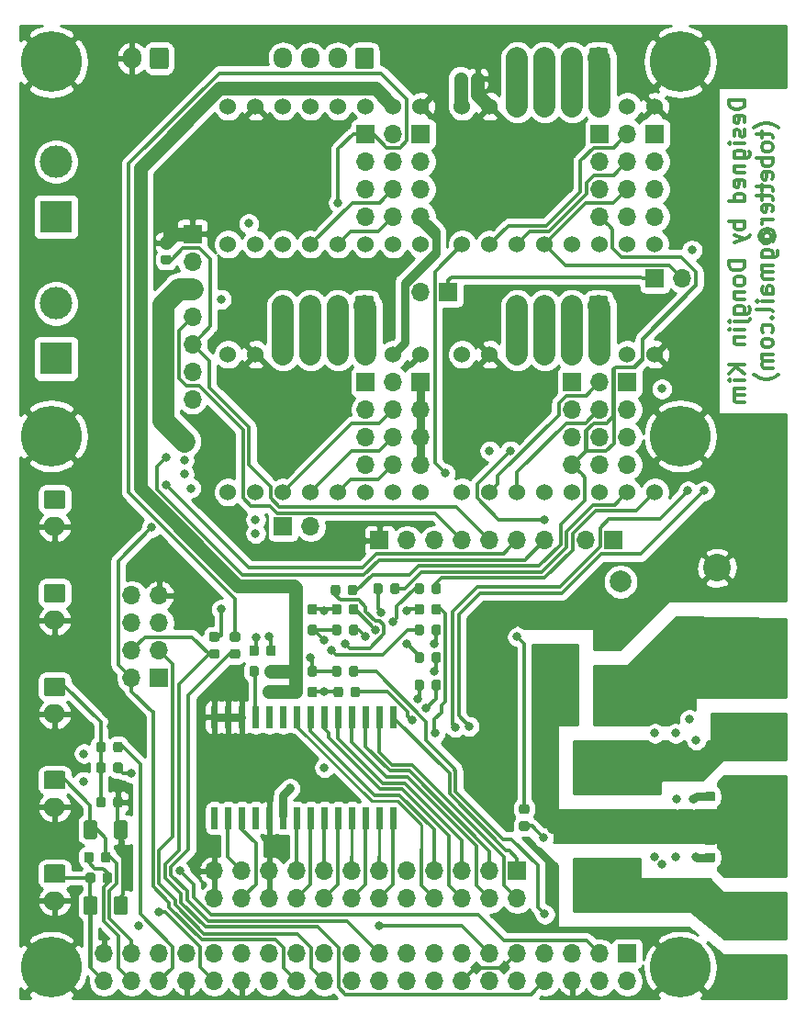
<source format=gbr>
G04 #@! TF.GenerationSoftware,KiCad,Pcbnew,5.1.5+dfsg1-2build2*
G04 #@! TF.CreationDate,2020-12-13T22:45:39+09:00*
G04 #@! TF.ProjectId,Klipper,4b6c6970-7065-4722-9e6b-696361645f70,rev?*
G04 #@! TF.SameCoordinates,Original*
G04 #@! TF.FileFunction,Copper,L4,Bot*
G04 #@! TF.FilePolarity,Positive*
%FSLAX46Y46*%
G04 Gerber Fmt 4.6, Leading zero omitted, Abs format (unit mm)*
G04 Created by KiCad (PCBNEW 5.1.5+dfsg1-2build2) date 2020-12-13 22:45:39*
%MOMM*%
%LPD*%
G04 APERTURE LIST*
%ADD10C,0.300000*%
%ADD11O,1.700000X1.700000*%
%ADD12R,1.700000X1.700000*%
%ADD13O,1.700000X2.000000*%
%ADD14C,0.100000*%
%ADD15C,2.010000*%
%ADD16C,2.540000*%
%ADD17R,2.540000X2.540000*%
%ADD18O,2.000000X1.700000*%
%ADD19O,1.700000X1.950000*%
%ADD20C,1.524000*%
%ADD21C,5.600000*%
%ADD22R,3.000000X3.000000*%
%ADD23C,3.000000*%
%ADD24C,0.800000*%
%ADD25C,0.304800*%
%ADD26C,0.762000*%
%ADD27C,1.270000*%
%ADD28C,2.032000*%
%ADD29C,0.250000*%
%ADD30C,0.254000*%
G04 APERTURE END LIST*
D10*
X34963571Y38218571D02*
X33463571Y38218571D01*
X33463571Y37861428D01*
X33535000Y37647142D01*
X33677857Y37504285D01*
X33820714Y37432857D01*
X34106428Y37361428D01*
X34320714Y37361428D01*
X34606428Y37432857D01*
X34749285Y37504285D01*
X34892142Y37647142D01*
X34963571Y37861428D01*
X34963571Y38218571D01*
X34892142Y36147142D02*
X34963571Y36290000D01*
X34963571Y36575714D01*
X34892142Y36718571D01*
X34749285Y36790000D01*
X34177857Y36790000D01*
X34035000Y36718571D01*
X33963571Y36575714D01*
X33963571Y36290000D01*
X34035000Y36147142D01*
X34177857Y36075714D01*
X34320714Y36075714D01*
X34463571Y36790000D01*
X34892142Y35504285D02*
X34963571Y35361428D01*
X34963571Y35075714D01*
X34892142Y34932857D01*
X34749285Y34861428D01*
X34677857Y34861428D01*
X34535000Y34932857D01*
X34463571Y35075714D01*
X34463571Y35290000D01*
X34392142Y35432857D01*
X34249285Y35504285D01*
X34177857Y35504285D01*
X34035000Y35432857D01*
X33963571Y35290000D01*
X33963571Y35075714D01*
X34035000Y34932857D01*
X34963571Y34218571D02*
X33963571Y34218571D01*
X33463571Y34218571D02*
X33535000Y34290000D01*
X33606428Y34218571D01*
X33535000Y34147142D01*
X33463571Y34218571D01*
X33606428Y34218571D01*
X33963571Y32861428D02*
X35177857Y32861428D01*
X35320714Y32932857D01*
X35392142Y33004285D01*
X35463571Y33147142D01*
X35463571Y33361428D01*
X35392142Y33504285D01*
X34892142Y32861428D02*
X34963571Y33004285D01*
X34963571Y33290000D01*
X34892142Y33432857D01*
X34820714Y33504285D01*
X34677857Y33575714D01*
X34249285Y33575714D01*
X34106428Y33504285D01*
X34035000Y33432857D01*
X33963571Y33290000D01*
X33963571Y33004285D01*
X34035000Y32861428D01*
X33963571Y32147142D02*
X34963571Y32147142D01*
X34106428Y32147142D02*
X34035000Y32075714D01*
X33963571Y31932857D01*
X33963571Y31718571D01*
X34035000Y31575714D01*
X34177857Y31504285D01*
X34963571Y31504285D01*
X34892142Y30218571D02*
X34963571Y30361428D01*
X34963571Y30647142D01*
X34892142Y30790000D01*
X34749285Y30861428D01*
X34177857Y30861428D01*
X34035000Y30790000D01*
X33963571Y30647142D01*
X33963571Y30361428D01*
X34035000Y30218571D01*
X34177857Y30147142D01*
X34320714Y30147142D01*
X34463571Y30861428D01*
X34963571Y28861428D02*
X33463571Y28861428D01*
X34892142Y28861428D02*
X34963571Y29004285D01*
X34963571Y29290000D01*
X34892142Y29432857D01*
X34820714Y29504285D01*
X34677857Y29575714D01*
X34249285Y29575714D01*
X34106428Y29504285D01*
X34035000Y29432857D01*
X33963571Y29290000D01*
X33963571Y29004285D01*
X34035000Y28861428D01*
X34963571Y27004285D02*
X33463571Y27004285D01*
X34035000Y27004285D02*
X33963571Y26861428D01*
X33963571Y26575714D01*
X34035000Y26432857D01*
X34106428Y26361428D01*
X34249285Y26290000D01*
X34677857Y26290000D01*
X34820714Y26361428D01*
X34892142Y26432857D01*
X34963571Y26575714D01*
X34963571Y26861428D01*
X34892142Y27004285D01*
X33963571Y25790000D02*
X34963571Y25432857D01*
X33963571Y25075714D02*
X34963571Y25432857D01*
X35320714Y25575714D01*
X35392142Y25647142D01*
X35463571Y25790000D01*
X34963571Y23361428D02*
X33463571Y23361428D01*
X33463571Y23004285D01*
X33535000Y22790000D01*
X33677857Y22647142D01*
X33820714Y22575714D01*
X34106428Y22504285D01*
X34320714Y22504285D01*
X34606428Y22575714D01*
X34749285Y22647142D01*
X34892142Y22790000D01*
X34963571Y23004285D01*
X34963571Y23361428D01*
X34963571Y21647142D02*
X34892142Y21790000D01*
X34820714Y21861428D01*
X34677857Y21932857D01*
X34249285Y21932857D01*
X34106428Y21861428D01*
X34035000Y21790000D01*
X33963571Y21647142D01*
X33963571Y21432857D01*
X34035000Y21290000D01*
X34106428Y21218571D01*
X34249285Y21147142D01*
X34677857Y21147142D01*
X34820714Y21218571D01*
X34892142Y21290000D01*
X34963571Y21432857D01*
X34963571Y21647142D01*
X33963571Y20504285D02*
X34963571Y20504285D01*
X34106428Y20504285D02*
X34035000Y20432857D01*
X33963571Y20290000D01*
X33963571Y20075714D01*
X34035000Y19932857D01*
X34177857Y19861428D01*
X34963571Y19861428D01*
X33963571Y18504285D02*
X35177857Y18504285D01*
X35320714Y18575714D01*
X35392142Y18647142D01*
X35463571Y18790000D01*
X35463571Y19004285D01*
X35392142Y19147142D01*
X34892142Y18504285D02*
X34963571Y18647142D01*
X34963571Y18932857D01*
X34892142Y19075714D01*
X34820714Y19147142D01*
X34677857Y19218571D01*
X34249285Y19218571D01*
X34106428Y19147142D01*
X34035000Y19075714D01*
X33963571Y18932857D01*
X33963571Y18647142D01*
X34035000Y18504285D01*
X33963571Y17790000D02*
X35249285Y17790000D01*
X35392142Y17861428D01*
X35463571Y18004285D01*
X35463571Y18075714D01*
X33463571Y17790000D02*
X33535000Y17861428D01*
X33606428Y17790000D01*
X33535000Y17718571D01*
X33463571Y17790000D01*
X33606428Y17790000D01*
X34963571Y17075714D02*
X33963571Y17075714D01*
X33463571Y17075714D02*
X33535000Y17147142D01*
X33606428Y17075714D01*
X33535000Y17004285D01*
X33463571Y17075714D01*
X33606428Y17075714D01*
X33963571Y16361428D02*
X34963571Y16361428D01*
X34106428Y16361428D02*
X34035000Y16290000D01*
X33963571Y16147142D01*
X33963571Y15932857D01*
X34035000Y15790000D01*
X34177857Y15718571D01*
X34963571Y15718571D01*
X34963571Y13861428D02*
X33463571Y13861428D01*
X34963571Y13004285D02*
X34106428Y13647142D01*
X33463571Y13004285D02*
X34320714Y13861428D01*
X34963571Y12361428D02*
X33963571Y12361428D01*
X33463571Y12361428D02*
X33535000Y12432857D01*
X33606428Y12361428D01*
X33535000Y12290000D01*
X33463571Y12361428D01*
X33606428Y12361428D01*
X34963571Y11647142D02*
X33963571Y11647142D01*
X34106428Y11647142D02*
X34035000Y11575714D01*
X33963571Y11432857D01*
X33963571Y11218571D01*
X34035000Y11075714D01*
X34177857Y11004285D01*
X34963571Y11004285D01*
X34177857Y11004285D02*
X34035000Y10932857D01*
X33963571Y10790000D01*
X33963571Y10575714D01*
X34035000Y10432857D01*
X34177857Y10361428D01*
X34963571Y10361428D01*
X38085000Y35647142D02*
X38013571Y35718571D01*
X37799285Y35861428D01*
X37656428Y35932857D01*
X37442142Y36004285D01*
X37085000Y36075714D01*
X36799285Y36075714D01*
X36442142Y36004285D01*
X36227857Y35932857D01*
X36085000Y35861428D01*
X35870714Y35718571D01*
X35799285Y35647142D01*
X36513571Y35290000D02*
X36513571Y34718571D01*
X36013571Y35075714D02*
X37299285Y35075714D01*
X37442142Y35004285D01*
X37513571Y34861428D01*
X37513571Y34718571D01*
X37513571Y34004285D02*
X37442142Y34147142D01*
X37370714Y34218571D01*
X37227857Y34290000D01*
X36799285Y34290000D01*
X36656428Y34218571D01*
X36585000Y34147142D01*
X36513571Y34004285D01*
X36513571Y33790000D01*
X36585000Y33647142D01*
X36656428Y33575714D01*
X36799285Y33504285D01*
X37227857Y33504285D01*
X37370714Y33575714D01*
X37442142Y33647142D01*
X37513571Y33790000D01*
X37513571Y34004285D01*
X37513571Y32861428D02*
X36013571Y32861428D01*
X36585000Y32861428D02*
X36513571Y32718571D01*
X36513571Y32432857D01*
X36585000Y32290000D01*
X36656428Y32218571D01*
X36799285Y32147142D01*
X37227857Y32147142D01*
X37370714Y32218571D01*
X37442142Y32290000D01*
X37513571Y32432857D01*
X37513571Y32718571D01*
X37442142Y32861428D01*
X37442142Y30932857D02*
X37513571Y31075714D01*
X37513571Y31361428D01*
X37442142Y31504285D01*
X37299285Y31575714D01*
X36727857Y31575714D01*
X36585000Y31504285D01*
X36513571Y31361428D01*
X36513571Y31075714D01*
X36585000Y30932857D01*
X36727857Y30861428D01*
X36870714Y30861428D01*
X37013571Y31575714D01*
X36513571Y30432857D02*
X36513571Y29861428D01*
X36013571Y30218571D02*
X37299285Y30218571D01*
X37442142Y30147142D01*
X37513571Y30004285D01*
X37513571Y29861428D01*
X36513571Y29575714D02*
X36513571Y29004285D01*
X36013571Y29361428D02*
X37299285Y29361428D01*
X37442142Y29290000D01*
X37513571Y29147142D01*
X37513571Y29004285D01*
X37442142Y27932857D02*
X37513571Y28075714D01*
X37513571Y28361428D01*
X37442142Y28504285D01*
X37299285Y28575714D01*
X36727857Y28575714D01*
X36585000Y28504285D01*
X36513571Y28361428D01*
X36513571Y28075714D01*
X36585000Y27932857D01*
X36727857Y27861428D01*
X36870714Y27861428D01*
X37013571Y28575714D01*
X37513571Y27218571D02*
X36513571Y27218571D01*
X36799285Y27218571D02*
X36656428Y27147142D01*
X36585000Y27075714D01*
X36513571Y26932857D01*
X36513571Y26790000D01*
X36799285Y25361428D02*
X36727857Y25432857D01*
X36656428Y25575714D01*
X36656428Y25718571D01*
X36727857Y25861428D01*
X36799285Y25932857D01*
X36942142Y26004285D01*
X37085000Y26004285D01*
X37227857Y25932857D01*
X37299285Y25861428D01*
X37370714Y25718571D01*
X37370714Y25575714D01*
X37299285Y25432857D01*
X37227857Y25361428D01*
X36656428Y25361428D02*
X37227857Y25361428D01*
X37299285Y25290000D01*
X37299285Y25218571D01*
X37227857Y25075714D01*
X37085000Y25004285D01*
X36727857Y25004285D01*
X36513571Y25147142D01*
X36370714Y25361428D01*
X36299285Y25647142D01*
X36370714Y25932857D01*
X36513571Y26147142D01*
X36727857Y26290000D01*
X37013571Y26361428D01*
X37299285Y26290000D01*
X37513571Y26147142D01*
X37656428Y25932857D01*
X37727857Y25647142D01*
X37656428Y25361428D01*
X37513571Y25147142D01*
X36513571Y23718571D02*
X37727857Y23718571D01*
X37870714Y23790000D01*
X37942142Y23861428D01*
X38013571Y24004285D01*
X38013571Y24218571D01*
X37942142Y24361428D01*
X37442142Y23718571D02*
X37513571Y23861428D01*
X37513571Y24147142D01*
X37442142Y24290000D01*
X37370714Y24361428D01*
X37227857Y24432857D01*
X36799285Y24432857D01*
X36656428Y24361428D01*
X36585000Y24290000D01*
X36513571Y24147142D01*
X36513571Y23861428D01*
X36585000Y23718571D01*
X37513571Y23004285D02*
X36513571Y23004285D01*
X36656428Y23004285D02*
X36585000Y22932857D01*
X36513571Y22790000D01*
X36513571Y22575714D01*
X36585000Y22432857D01*
X36727857Y22361428D01*
X37513571Y22361428D01*
X36727857Y22361428D02*
X36585000Y22290000D01*
X36513571Y22147142D01*
X36513571Y21932857D01*
X36585000Y21790000D01*
X36727857Y21718571D01*
X37513571Y21718571D01*
X37513571Y20361428D02*
X36727857Y20361428D01*
X36585000Y20432857D01*
X36513571Y20575714D01*
X36513571Y20861428D01*
X36585000Y21004285D01*
X37442142Y20361428D02*
X37513571Y20504285D01*
X37513571Y20861428D01*
X37442142Y21004285D01*
X37299285Y21075714D01*
X37156428Y21075714D01*
X37013571Y21004285D01*
X36942142Y20861428D01*
X36942142Y20504285D01*
X36870714Y20361428D01*
X37513571Y19647142D02*
X36513571Y19647142D01*
X36013571Y19647142D02*
X36085000Y19718571D01*
X36156428Y19647142D01*
X36085000Y19575714D01*
X36013571Y19647142D01*
X36156428Y19647142D01*
X37513571Y18718571D02*
X37442142Y18861428D01*
X37299285Y18932857D01*
X36013571Y18932857D01*
X37370714Y18147142D02*
X37442142Y18075714D01*
X37513571Y18147142D01*
X37442142Y18218571D01*
X37370714Y18147142D01*
X37513571Y18147142D01*
X37442142Y16789999D02*
X37513571Y16932857D01*
X37513571Y17218571D01*
X37442142Y17361428D01*
X37370714Y17432857D01*
X37227857Y17504285D01*
X36799285Y17504285D01*
X36656428Y17432857D01*
X36585000Y17361428D01*
X36513571Y17218571D01*
X36513571Y16932857D01*
X36585000Y16789999D01*
X37513571Y15932857D02*
X37442142Y16075714D01*
X37370714Y16147142D01*
X37227857Y16218571D01*
X36799285Y16218571D01*
X36656428Y16147142D01*
X36585000Y16075714D01*
X36513571Y15932857D01*
X36513571Y15718571D01*
X36585000Y15575714D01*
X36656428Y15504285D01*
X36799285Y15432857D01*
X37227857Y15432857D01*
X37370714Y15504285D01*
X37442142Y15575714D01*
X37513571Y15718571D01*
X37513571Y15932857D01*
X37513571Y14789999D02*
X36513571Y14789999D01*
X36656428Y14789999D02*
X36585000Y14718571D01*
X36513571Y14575714D01*
X36513571Y14361428D01*
X36585000Y14218571D01*
X36727857Y14147142D01*
X37513571Y14147142D01*
X36727857Y14147142D02*
X36585000Y14075714D01*
X36513571Y13932857D01*
X36513571Y13718571D01*
X36585000Y13575714D01*
X36727857Y13504285D01*
X37513571Y13504285D01*
X38085000Y12932857D02*
X38013571Y12861428D01*
X37799285Y12718571D01*
X37656428Y12647142D01*
X37442142Y12575714D01*
X37085000Y12504285D01*
X36799285Y12504285D01*
X36442142Y12575714D01*
X36227857Y12647142D01*
X36085000Y12718571D01*
X35870714Y12861428D01*
X35799285Y12932857D01*
D11*
X-21590000Y-7460000D03*
X-19050000Y-7460000D03*
X-21590000Y-10000000D03*
X-19050000Y-10000000D03*
X-21590000Y-12540000D03*
X-19050000Y-12540000D03*
X-21590000Y-15080000D03*
D12*
X-19050000Y-15080000D03*
D13*
X-21550000Y42070000D03*
G04 #@! TA.AperFunction,ComponentPad*
D14*
G36*
X-18425496Y43068796D02*
G01*
X-18401227Y43065196D01*
X-18377429Y43059235D01*
X-18354329Y43050970D01*
X-18332151Y43040480D01*
X-18311107Y43027867D01*
X-18291402Y43013253D01*
X-18273223Y42996777D01*
X-18256747Y42978598D01*
X-18242133Y42958893D01*
X-18229520Y42937849D01*
X-18219030Y42915671D01*
X-18210765Y42892571D01*
X-18204804Y42868773D01*
X-18201204Y42844504D01*
X-18200000Y42820000D01*
X-18200000Y41320000D01*
X-18201204Y41295496D01*
X-18204804Y41271227D01*
X-18210765Y41247429D01*
X-18219030Y41224329D01*
X-18229520Y41202151D01*
X-18242133Y41181107D01*
X-18256747Y41161402D01*
X-18273223Y41143223D01*
X-18291402Y41126747D01*
X-18311107Y41112133D01*
X-18332151Y41099520D01*
X-18354329Y41089030D01*
X-18377429Y41080765D01*
X-18401227Y41074804D01*
X-18425496Y41071204D01*
X-18450000Y41070000D01*
X-19650000Y41070000D01*
X-19674504Y41071204D01*
X-19698773Y41074804D01*
X-19722571Y41080765D01*
X-19745671Y41089030D01*
X-19767849Y41099520D01*
X-19788893Y41112133D01*
X-19808598Y41126747D01*
X-19826777Y41143223D01*
X-19843253Y41161402D01*
X-19857867Y41181107D01*
X-19870480Y41202151D01*
X-19880970Y41224329D01*
X-19889235Y41247429D01*
X-19895196Y41271227D01*
X-19898796Y41295496D01*
X-19900000Y41320000D01*
X-19900000Y42820000D01*
X-19898796Y42844504D01*
X-19895196Y42868773D01*
X-19889235Y42892571D01*
X-19880970Y42915671D01*
X-19870480Y42937849D01*
X-19857867Y42958893D01*
X-19843253Y42978598D01*
X-19826777Y42996777D01*
X-19808598Y43013253D01*
X-19788893Y43027867D01*
X-19767849Y43040480D01*
X-19745671Y43050970D01*
X-19722571Y43059235D01*
X-19698773Y43065196D01*
X-19674504Y43068796D01*
X-19650000Y43070000D01*
X-18450000Y43070000D01*
X-18425496Y43068796D01*
G37*
G04 #@! TD.AperFunction*
G04 #@! TA.AperFunction,SMDPad,CuDef*
G36*
X-24194809Y-20956053D02*
G01*
X-24173574Y-20959203D01*
X-24152750Y-20964419D01*
X-24132538Y-20971651D01*
X-24113132Y-20980830D01*
X-24094719Y-20991866D01*
X-24077476Y-21004654D01*
X-24061570Y-21019070D01*
X-24047154Y-21034976D01*
X-24034366Y-21052219D01*
X-24023330Y-21070632D01*
X-24014151Y-21090038D01*
X-24006919Y-21110250D01*
X-24001703Y-21131074D01*
X-23998553Y-21152309D01*
X-23997500Y-21173750D01*
X-23997500Y-21686250D01*
X-23998553Y-21707691D01*
X-24001703Y-21728926D01*
X-24006919Y-21749750D01*
X-24014151Y-21769962D01*
X-24023330Y-21789368D01*
X-24034366Y-21807781D01*
X-24047154Y-21825024D01*
X-24061570Y-21840930D01*
X-24077476Y-21855346D01*
X-24094719Y-21868134D01*
X-24113132Y-21879170D01*
X-24132538Y-21888349D01*
X-24152750Y-21895581D01*
X-24173574Y-21900797D01*
X-24194809Y-21903947D01*
X-24216250Y-21905000D01*
X-24653750Y-21905000D01*
X-24675191Y-21903947D01*
X-24696426Y-21900797D01*
X-24717250Y-21895581D01*
X-24737462Y-21888349D01*
X-24756868Y-21879170D01*
X-24775281Y-21868134D01*
X-24792524Y-21855346D01*
X-24808430Y-21840930D01*
X-24822846Y-21825024D01*
X-24835634Y-21807781D01*
X-24846670Y-21789368D01*
X-24855849Y-21769962D01*
X-24863081Y-21749750D01*
X-24868297Y-21728926D01*
X-24871447Y-21707691D01*
X-24872500Y-21686250D01*
X-24872500Y-21173750D01*
X-24871447Y-21152309D01*
X-24868297Y-21131074D01*
X-24863081Y-21110250D01*
X-24855849Y-21090038D01*
X-24846670Y-21070632D01*
X-24835634Y-21052219D01*
X-24822846Y-21034976D01*
X-24808430Y-21019070D01*
X-24792524Y-21004654D01*
X-24775281Y-20991866D01*
X-24756868Y-20980830D01*
X-24737462Y-20971651D01*
X-24717250Y-20964419D01*
X-24696426Y-20959203D01*
X-24675191Y-20956053D01*
X-24653750Y-20955000D01*
X-24216250Y-20955000D01*
X-24194809Y-20956053D01*
G37*
G04 #@! TD.AperFunction*
G04 #@! TA.AperFunction,SMDPad,CuDef*
G36*
X-22619809Y-20956053D02*
G01*
X-22598574Y-20959203D01*
X-22577750Y-20964419D01*
X-22557538Y-20971651D01*
X-22538132Y-20980830D01*
X-22519719Y-20991866D01*
X-22502476Y-21004654D01*
X-22486570Y-21019070D01*
X-22472154Y-21034976D01*
X-22459366Y-21052219D01*
X-22448330Y-21070632D01*
X-22439151Y-21090038D01*
X-22431919Y-21110250D01*
X-22426703Y-21131074D01*
X-22423553Y-21152309D01*
X-22422500Y-21173750D01*
X-22422500Y-21686250D01*
X-22423553Y-21707691D01*
X-22426703Y-21728926D01*
X-22431919Y-21749750D01*
X-22439151Y-21769962D01*
X-22448330Y-21789368D01*
X-22459366Y-21807781D01*
X-22472154Y-21825024D01*
X-22486570Y-21840930D01*
X-22502476Y-21855346D01*
X-22519719Y-21868134D01*
X-22538132Y-21879170D01*
X-22557538Y-21888349D01*
X-22577750Y-21895581D01*
X-22598574Y-21900797D01*
X-22619809Y-21903947D01*
X-22641250Y-21905000D01*
X-23078750Y-21905000D01*
X-23100191Y-21903947D01*
X-23121426Y-21900797D01*
X-23142250Y-21895581D01*
X-23162462Y-21888349D01*
X-23181868Y-21879170D01*
X-23200281Y-21868134D01*
X-23217524Y-21855346D01*
X-23233430Y-21840930D01*
X-23247846Y-21825024D01*
X-23260634Y-21807781D01*
X-23271670Y-21789368D01*
X-23280849Y-21769962D01*
X-23288081Y-21749750D01*
X-23293297Y-21728926D01*
X-23296447Y-21707691D01*
X-23297500Y-21686250D01*
X-23297500Y-21173750D01*
X-23296447Y-21152309D01*
X-23293297Y-21131074D01*
X-23288081Y-21110250D01*
X-23280849Y-21090038D01*
X-23271670Y-21070632D01*
X-23260634Y-21052219D01*
X-23247846Y-21034976D01*
X-23233430Y-21019070D01*
X-23217524Y-21004654D01*
X-23200281Y-20991866D01*
X-23181868Y-20980830D01*
X-23162462Y-20971651D01*
X-23142250Y-20964419D01*
X-23121426Y-20959203D01*
X-23100191Y-20956053D01*
X-23078750Y-20955000D01*
X-22641250Y-20955000D01*
X-22619809Y-20956053D01*
G37*
G04 #@! TD.AperFunction*
G04 #@! TA.AperFunction,SMDPad,CuDef*
G36*
X32027691Y-25540053D02*
G01*
X32048926Y-25543203D01*
X32069750Y-25548419D01*
X32089962Y-25555651D01*
X32109368Y-25564830D01*
X32127781Y-25575866D01*
X32145024Y-25588654D01*
X32160930Y-25603070D01*
X32175346Y-25618976D01*
X32188134Y-25636219D01*
X32199170Y-25654632D01*
X32208349Y-25674038D01*
X32215581Y-25694250D01*
X32220797Y-25715074D01*
X32223947Y-25736309D01*
X32225000Y-25757750D01*
X32225000Y-26195250D01*
X32223947Y-26216691D01*
X32220797Y-26237926D01*
X32215581Y-26258750D01*
X32208349Y-26278962D01*
X32199170Y-26298368D01*
X32188134Y-26316781D01*
X32175346Y-26334024D01*
X32160930Y-26349930D01*
X32145024Y-26364346D01*
X32127781Y-26377134D01*
X32109368Y-26388170D01*
X32089962Y-26397349D01*
X32069750Y-26404581D01*
X32048926Y-26409797D01*
X32027691Y-26412947D01*
X32006250Y-26414000D01*
X31493750Y-26414000D01*
X31472309Y-26412947D01*
X31451074Y-26409797D01*
X31430250Y-26404581D01*
X31410038Y-26397349D01*
X31390632Y-26388170D01*
X31372219Y-26377134D01*
X31354976Y-26364346D01*
X31339070Y-26349930D01*
X31324654Y-26334024D01*
X31311866Y-26316781D01*
X31300830Y-26298368D01*
X31291651Y-26278962D01*
X31284419Y-26258750D01*
X31279203Y-26237926D01*
X31276053Y-26216691D01*
X31275000Y-26195250D01*
X31275000Y-25757750D01*
X31276053Y-25736309D01*
X31279203Y-25715074D01*
X31284419Y-25694250D01*
X31291651Y-25674038D01*
X31300830Y-25654632D01*
X31311866Y-25636219D01*
X31324654Y-25618976D01*
X31339070Y-25603070D01*
X31354976Y-25588654D01*
X31372219Y-25575866D01*
X31390632Y-25564830D01*
X31410038Y-25555651D01*
X31430250Y-25548419D01*
X31451074Y-25543203D01*
X31472309Y-25540053D01*
X31493750Y-25539000D01*
X32006250Y-25539000D01*
X32027691Y-25540053D01*
G37*
G04 #@! TD.AperFunction*
G04 #@! TA.AperFunction,SMDPad,CuDef*
G36*
X32027691Y-27115053D02*
G01*
X32048926Y-27118203D01*
X32069750Y-27123419D01*
X32089962Y-27130651D01*
X32109368Y-27139830D01*
X32127781Y-27150866D01*
X32145024Y-27163654D01*
X32160930Y-27178070D01*
X32175346Y-27193976D01*
X32188134Y-27211219D01*
X32199170Y-27229632D01*
X32208349Y-27249038D01*
X32215581Y-27269250D01*
X32220797Y-27290074D01*
X32223947Y-27311309D01*
X32225000Y-27332750D01*
X32225000Y-27770250D01*
X32223947Y-27791691D01*
X32220797Y-27812926D01*
X32215581Y-27833750D01*
X32208349Y-27853962D01*
X32199170Y-27873368D01*
X32188134Y-27891781D01*
X32175346Y-27909024D01*
X32160930Y-27924930D01*
X32145024Y-27939346D01*
X32127781Y-27952134D01*
X32109368Y-27963170D01*
X32089962Y-27972349D01*
X32069750Y-27979581D01*
X32048926Y-27984797D01*
X32027691Y-27987947D01*
X32006250Y-27989000D01*
X31493750Y-27989000D01*
X31472309Y-27987947D01*
X31451074Y-27984797D01*
X31430250Y-27979581D01*
X31410038Y-27972349D01*
X31390632Y-27963170D01*
X31372219Y-27952134D01*
X31354976Y-27939346D01*
X31339070Y-27924930D01*
X31324654Y-27909024D01*
X31311866Y-27891781D01*
X31300830Y-27873368D01*
X31291651Y-27853962D01*
X31284419Y-27833750D01*
X31279203Y-27812926D01*
X31276053Y-27791691D01*
X31275000Y-27770250D01*
X31275000Y-27332750D01*
X31276053Y-27311309D01*
X31279203Y-27290074D01*
X31284419Y-27269250D01*
X31291651Y-27249038D01*
X31300830Y-27229632D01*
X31311866Y-27211219D01*
X31324654Y-27193976D01*
X31339070Y-27178070D01*
X31354976Y-27163654D01*
X31372219Y-27150866D01*
X31390632Y-27139830D01*
X31410038Y-27130651D01*
X31430250Y-27123419D01*
X31451074Y-27118203D01*
X31472309Y-27115053D01*
X31493750Y-27114000D01*
X32006250Y-27114000D01*
X32027691Y-27115053D01*
G37*
G04 #@! TD.AperFunction*
G04 #@! TA.AperFunction,SMDPad,CuDef*
G36*
X32027691Y-31179053D02*
G01*
X32048926Y-31182203D01*
X32069750Y-31187419D01*
X32089962Y-31194651D01*
X32109368Y-31203830D01*
X32127781Y-31214866D01*
X32145024Y-31227654D01*
X32160930Y-31242070D01*
X32175346Y-31257976D01*
X32188134Y-31275219D01*
X32199170Y-31293632D01*
X32208349Y-31313038D01*
X32215581Y-31333250D01*
X32220797Y-31354074D01*
X32223947Y-31375309D01*
X32225000Y-31396750D01*
X32225000Y-31834250D01*
X32223947Y-31855691D01*
X32220797Y-31876926D01*
X32215581Y-31897750D01*
X32208349Y-31917962D01*
X32199170Y-31937368D01*
X32188134Y-31955781D01*
X32175346Y-31973024D01*
X32160930Y-31988930D01*
X32145024Y-32003346D01*
X32127781Y-32016134D01*
X32109368Y-32027170D01*
X32089962Y-32036349D01*
X32069750Y-32043581D01*
X32048926Y-32048797D01*
X32027691Y-32051947D01*
X32006250Y-32053000D01*
X31493750Y-32053000D01*
X31472309Y-32051947D01*
X31451074Y-32048797D01*
X31430250Y-32043581D01*
X31410038Y-32036349D01*
X31390632Y-32027170D01*
X31372219Y-32016134D01*
X31354976Y-32003346D01*
X31339070Y-31988930D01*
X31324654Y-31973024D01*
X31311866Y-31955781D01*
X31300830Y-31937368D01*
X31291651Y-31917962D01*
X31284419Y-31897750D01*
X31279203Y-31876926D01*
X31276053Y-31855691D01*
X31275000Y-31834250D01*
X31275000Y-31396750D01*
X31276053Y-31375309D01*
X31279203Y-31354074D01*
X31284419Y-31333250D01*
X31291651Y-31313038D01*
X31300830Y-31293632D01*
X31311866Y-31275219D01*
X31324654Y-31257976D01*
X31339070Y-31242070D01*
X31354976Y-31227654D01*
X31372219Y-31214866D01*
X31390632Y-31203830D01*
X31410038Y-31194651D01*
X31430250Y-31187419D01*
X31451074Y-31182203D01*
X31472309Y-31179053D01*
X31493750Y-31178000D01*
X32006250Y-31178000D01*
X32027691Y-31179053D01*
G37*
G04 #@! TD.AperFunction*
G04 #@! TA.AperFunction,SMDPad,CuDef*
G36*
X32027691Y-29604053D02*
G01*
X32048926Y-29607203D01*
X32069750Y-29612419D01*
X32089962Y-29619651D01*
X32109368Y-29628830D01*
X32127781Y-29639866D01*
X32145024Y-29652654D01*
X32160930Y-29667070D01*
X32175346Y-29682976D01*
X32188134Y-29700219D01*
X32199170Y-29718632D01*
X32208349Y-29738038D01*
X32215581Y-29758250D01*
X32220797Y-29779074D01*
X32223947Y-29800309D01*
X32225000Y-29821750D01*
X32225000Y-30259250D01*
X32223947Y-30280691D01*
X32220797Y-30301926D01*
X32215581Y-30322750D01*
X32208349Y-30342962D01*
X32199170Y-30362368D01*
X32188134Y-30380781D01*
X32175346Y-30398024D01*
X32160930Y-30413930D01*
X32145024Y-30428346D01*
X32127781Y-30441134D01*
X32109368Y-30452170D01*
X32089962Y-30461349D01*
X32069750Y-30468581D01*
X32048926Y-30473797D01*
X32027691Y-30476947D01*
X32006250Y-30478000D01*
X31493750Y-30478000D01*
X31472309Y-30476947D01*
X31451074Y-30473797D01*
X31430250Y-30468581D01*
X31410038Y-30461349D01*
X31390632Y-30452170D01*
X31372219Y-30441134D01*
X31354976Y-30428346D01*
X31339070Y-30413930D01*
X31324654Y-30398024D01*
X31311866Y-30380781D01*
X31300830Y-30362368D01*
X31291651Y-30342962D01*
X31284419Y-30322750D01*
X31279203Y-30301926D01*
X31276053Y-30280691D01*
X31275000Y-30259250D01*
X31275000Y-29821750D01*
X31276053Y-29800309D01*
X31279203Y-29779074D01*
X31284419Y-29758250D01*
X31291651Y-29738038D01*
X31300830Y-29718632D01*
X31311866Y-29700219D01*
X31324654Y-29682976D01*
X31339070Y-29667070D01*
X31354976Y-29652654D01*
X31372219Y-29639866D01*
X31390632Y-29628830D01*
X31410038Y-29619651D01*
X31430250Y-29612419D01*
X31451074Y-29607203D01*
X31472309Y-29604053D01*
X31493750Y-29603000D01*
X32006250Y-29603000D01*
X32027691Y-29604053D01*
G37*
G04 #@! TD.AperFunction*
D15*
X22295000Y-16390000D03*
X23495000Y-6190000D03*
D16*
X32385000Y-4920000D03*
D17*
X32385000Y-12540000D03*
G04 #@! TA.AperFunction,SMDPad,CuDef*
D14*
G36*
X5167691Y-12701053D02*
G01*
X5188926Y-12704203D01*
X5209750Y-12709419D01*
X5229962Y-12716651D01*
X5249368Y-12725830D01*
X5267781Y-12736866D01*
X5285024Y-12749654D01*
X5300930Y-12764070D01*
X5315346Y-12779976D01*
X5328134Y-12797219D01*
X5339170Y-12815632D01*
X5348349Y-12835038D01*
X5355581Y-12855250D01*
X5360797Y-12876074D01*
X5363947Y-12897309D01*
X5365000Y-12918750D01*
X5365000Y-13431250D01*
X5363947Y-13452691D01*
X5360797Y-13473926D01*
X5355581Y-13494750D01*
X5348349Y-13514962D01*
X5339170Y-13534368D01*
X5328134Y-13552781D01*
X5315346Y-13570024D01*
X5300930Y-13585930D01*
X5285024Y-13600346D01*
X5267781Y-13613134D01*
X5249368Y-13624170D01*
X5229962Y-13633349D01*
X5209750Y-13640581D01*
X5188926Y-13645797D01*
X5167691Y-13648947D01*
X5146250Y-13650000D01*
X4708750Y-13650000D01*
X4687309Y-13648947D01*
X4666074Y-13645797D01*
X4645250Y-13640581D01*
X4625038Y-13633349D01*
X4605632Y-13624170D01*
X4587219Y-13613134D01*
X4569976Y-13600346D01*
X4554070Y-13585930D01*
X4539654Y-13570024D01*
X4526866Y-13552781D01*
X4515830Y-13534368D01*
X4506651Y-13514962D01*
X4499419Y-13494750D01*
X4494203Y-13473926D01*
X4491053Y-13452691D01*
X4490000Y-13431250D01*
X4490000Y-12918750D01*
X4491053Y-12897309D01*
X4494203Y-12876074D01*
X4499419Y-12855250D01*
X4506651Y-12835038D01*
X4515830Y-12815632D01*
X4526866Y-12797219D01*
X4539654Y-12779976D01*
X4554070Y-12764070D01*
X4569976Y-12749654D01*
X4587219Y-12736866D01*
X4605632Y-12725830D01*
X4625038Y-12716651D01*
X4645250Y-12709419D01*
X4666074Y-12704203D01*
X4687309Y-12701053D01*
X4708750Y-12700000D01*
X5146250Y-12700000D01*
X5167691Y-12701053D01*
G37*
G04 #@! TD.AperFunction*
G04 #@! TA.AperFunction,SMDPad,CuDef*
G36*
X6742691Y-12701053D02*
G01*
X6763926Y-12704203D01*
X6784750Y-12709419D01*
X6804962Y-12716651D01*
X6824368Y-12725830D01*
X6842781Y-12736866D01*
X6860024Y-12749654D01*
X6875930Y-12764070D01*
X6890346Y-12779976D01*
X6903134Y-12797219D01*
X6914170Y-12815632D01*
X6923349Y-12835038D01*
X6930581Y-12855250D01*
X6935797Y-12876074D01*
X6938947Y-12897309D01*
X6940000Y-12918750D01*
X6940000Y-13431250D01*
X6938947Y-13452691D01*
X6935797Y-13473926D01*
X6930581Y-13494750D01*
X6923349Y-13514962D01*
X6914170Y-13534368D01*
X6903134Y-13552781D01*
X6890346Y-13570024D01*
X6875930Y-13585930D01*
X6860024Y-13600346D01*
X6842781Y-13613134D01*
X6824368Y-13624170D01*
X6804962Y-13633349D01*
X6784750Y-13640581D01*
X6763926Y-13645797D01*
X6742691Y-13648947D01*
X6721250Y-13650000D01*
X6283750Y-13650000D01*
X6262309Y-13648947D01*
X6241074Y-13645797D01*
X6220250Y-13640581D01*
X6200038Y-13633349D01*
X6180632Y-13624170D01*
X6162219Y-13613134D01*
X6144976Y-13600346D01*
X6129070Y-13585930D01*
X6114654Y-13570024D01*
X6101866Y-13552781D01*
X6090830Y-13534368D01*
X6081651Y-13514962D01*
X6074419Y-13494750D01*
X6069203Y-13473926D01*
X6066053Y-13452691D01*
X6065000Y-13431250D01*
X6065000Y-12918750D01*
X6066053Y-12897309D01*
X6069203Y-12876074D01*
X6074419Y-12855250D01*
X6081651Y-12835038D01*
X6090830Y-12815632D01*
X6101866Y-12797219D01*
X6114654Y-12779976D01*
X6129070Y-12764070D01*
X6144976Y-12749654D01*
X6162219Y-12736866D01*
X6180632Y-12725830D01*
X6200038Y-12716651D01*
X6220250Y-12709419D01*
X6241074Y-12704203D01*
X6262309Y-12701053D01*
X6283750Y-12700000D01*
X6721250Y-12700000D01*
X6742691Y-12701053D01*
G37*
G04 #@! TD.AperFunction*
G04 #@! TA.AperFunction,SMDPad,CuDef*
G36*
X-978809Y-6478053D02*
G01*
X-957574Y-6481203D01*
X-936750Y-6486419D01*
X-916538Y-6493651D01*
X-897132Y-6502830D01*
X-878719Y-6513866D01*
X-861476Y-6526654D01*
X-845570Y-6541070D01*
X-831154Y-6556976D01*
X-818366Y-6574219D01*
X-807330Y-6592632D01*
X-798151Y-6612038D01*
X-790919Y-6632250D01*
X-785703Y-6653074D01*
X-782553Y-6674309D01*
X-781500Y-6695750D01*
X-781500Y-7208250D01*
X-782553Y-7229691D01*
X-785703Y-7250926D01*
X-790919Y-7271750D01*
X-798151Y-7291962D01*
X-807330Y-7311368D01*
X-818366Y-7329781D01*
X-831154Y-7347024D01*
X-845570Y-7362930D01*
X-861476Y-7377346D01*
X-878719Y-7390134D01*
X-897132Y-7401170D01*
X-916538Y-7410349D01*
X-936750Y-7417581D01*
X-957574Y-7422797D01*
X-978809Y-7425947D01*
X-1000250Y-7427000D01*
X-1437750Y-7427000D01*
X-1459191Y-7425947D01*
X-1480426Y-7422797D01*
X-1501250Y-7417581D01*
X-1521462Y-7410349D01*
X-1540868Y-7401170D01*
X-1559281Y-7390134D01*
X-1576524Y-7377346D01*
X-1592430Y-7362930D01*
X-1606846Y-7347024D01*
X-1619634Y-7329781D01*
X-1630670Y-7311368D01*
X-1639849Y-7291962D01*
X-1647081Y-7271750D01*
X-1652297Y-7250926D01*
X-1655447Y-7229691D01*
X-1656500Y-7208250D01*
X-1656500Y-6695750D01*
X-1655447Y-6674309D01*
X-1652297Y-6653074D01*
X-1647081Y-6632250D01*
X-1639849Y-6612038D01*
X-1630670Y-6592632D01*
X-1619634Y-6574219D01*
X-1606846Y-6556976D01*
X-1592430Y-6541070D01*
X-1576524Y-6526654D01*
X-1559281Y-6513866D01*
X-1540868Y-6502830D01*
X-1521462Y-6493651D01*
X-1501250Y-6486419D01*
X-1480426Y-6481203D01*
X-1459191Y-6478053D01*
X-1437750Y-6477000D01*
X-1000250Y-6477000D01*
X-978809Y-6478053D01*
G37*
G04 #@! TD.AperFunction*
G04 #@! TA.AperFunction,SMDPad,CuDef*
G36*
X-2553809Y-6478053D02*
G01*
X-2532574Y-6481203D01*
X-2511750Y-6486419D01*
X-2491538Y-6493651D01*
X-2472132Y-6502830D01*
X-2453719Y-6513866D01*
X-2436476Y-6526654D01*
X-2420570Y-6541070D01*
X-2406154Y-6556976D01*
X-2393366Y-6574219D01*
X-2382330Y-6592632D01*
X-2373151Y-6612038D01*
X-2365919Y-6632250D01*
X-2360703Y-6653074D01*
X-2357553Y-6674309D01*
X-2356500Y-6695750D01*
X-2356500Y-7208250D01*
X-2357553Y-7229691D01*
X-2360703Y-7250926D01*
X-2365919Y-7271750D01*
X-2373151Y-7291962D01*
X-2382330Y-7311368D01*
X-2393366Y-7329781D01*
X-2406154Y-7347024D01*
X-2420570Y-7362930D01*
X-2436476Y-7377346D01*
X-2453719Y-7390134D01*
X-2472132Y-7401170D01*
X-2491538Y-7410349D01*
X-2511750Y-7417581D01*
X-2532574Y-7422797D01*
X-2553809Y-7425947D01*
X-2575250Y-7427000D01*
X-3012750Y-7427000D01*
X-3034191Y-7425947D01*
X-3055426Y-7422797D01*
X-3076250Y-7417581D01*
X-3096462Y-7410349D01*
X-3115868Y-7401170D01*
X-3134281Y-7390134D01*
X-3151524Y-7377346D01*
X-3167430Y-7362930D01*
X-3181846Y-7347024D01*
X-3194634Y-7329781D01*
X-3205670Y-7311368D01*
X-3214849Y-7291962D01*
X-3222081Y-7271750D01*
X-3227297Y-7250926D01*
X-3230447Y-7229691D01*
X-3231500Y-7208250D01*
X-3231500Y-6695750D01*
X-3230447Y-6674309D01*
X-3227297Y-6653074D01*
X-3222081Y-6632250D01*
X-3214849Y-6612038D01*
X-3205670Y-6592632D01*
X-3194634Y-6574219D01*
X-3181846Y-6556976D01*
X-3167430Y-6541070D01*
X-3151524Y-6526654D01*
X-3134281Y-6513866D01*
X-3115868Y-6502830D01*
X-3096462Y-6493651D01*
X-3076250Y-6486419D01*
X-3055426Y-6481203D01*
X-3034191Y-6478053D01*
X-3012750Y-6477000D01*
X-2575250Y-6477000D01*
X-2553809Y-6478053D01*
G37*
G04 #@! TD.AperFunction*
D18*
X-28702000Y-35614000D03*
G04 #@! TA.AperFunction,ComponentPad*
D14*
G36*
X-27927496Y-32265204D02*
G01*
X-27903227Y-32268804D01*
X-27879429Y-32274765D01*
X-27856329Y-32283030D01*
X-27834151Y-32293520D01*
X-27813107Y-32306133D01*
X-27793402Y-32320747D01*
X-27775223Y-32337223D01*
X-27758747Y-32355402D01*
X-27744133Y-32375107D01*
X-27731520Y-32396151D01*
X-27721030Y-32418329D01*
X-27712765Y-32441429D01*
X-27706804Y-32465227D01*
X-27703204Y-32489496D01*
X-27702000Y-32514000D01*
X-27702000Y-33714000D01*
X-27703204Y-33738504D01*
X-27706804Y-33762773D01*
X-27712765Y-33786571D01*
X-27721030Y-33809671D01*
X-27731520Y-33831849D01*
X-27744133Y-33852893D01*
X-27758747Y-33872598D01*
X-27775223Y-33890777D01*
X-27793402Y-33907253D01*
X-27813107Y-33921867D01*
X-27834151Y-33934480D01*
X-27856329Y-33944970D01*
X-27879429Y-33953235D01*
X-27903227Y-33959196D01*
X-27927496Y-33962796D01*
X-27952000Y-33964000D01*
X-29452000Y-33964000D01*
X-29476504Y-33962796D01*
X-29500773Y-33959196D01*
X-29524571Y-33953235D01*
X-29547671Y-33944970D01*
X-29569849Y-33934480D01*
X-29590893Y-33921867D01*
X-29610598Y-33907253D01*
X-29628777Y-33890777D01*
X-29645253Y-33872598D01*
X-29659867Y-33852893D01*
X-29672480Y-33831849D01*
X-29682970Y-33809671D01*
X-29691235Y-33786571D01*
X-29697196Y-33762773D01*
X-29700796Y-33738504D01*
X-29702000Y-33714000D01*
X-29702000Y-32514000D01*
X-29700796Y-32489496D01*
X-29697196Y-32465227D01*
X-29691235Y-32441429D01*
X-29682970Y-32418329D01*
X-29672480Y-32396151D01*
X-29659867Y-32375107D01*
X-29645253Y-32355402D01*
X-29628777Y-32337223D01*
X-29610598Y-32320747D01*
X-29590893Y-32306133D01*
X-29569849Y-32293520D01*
X-29547671Y-32283030D01*
X-29524571Y-32274765D01*
X-29500773Y-32268804D01*
X-29476504Y-32265204D01*
X-29452000Y-32264000D01*
X-27952000Y-32264000D01*
X-27927496Y-32265204D01*
G37*
G04 #@! TD.AperFunction*
D18*
X-28702000Y-26978000D03*
G04 #@! TA.AperFunction,ComponentPad*
D14*
G36*
X-27927496Y-23629204D02*
G01*
X-27903227Y-23632804D01*
X-27879429Y-23638765D01*
X-27856329Y-23647030D01*
X-27834151Y-23657520D01*
X-27813107Y-23670133D01*
X-27793402Y-23684747D01*
X-27775223Y-23701223D01*
X-27758747Y-23719402D01*
X-27744133Y-23739107D01*
X-27731520Y-23760151D01*
X-27721030Y-23782329D01*
X-27712765Y-23805429D01*
X-27706804Y-23829227D01*
X-27703204Y-23853496D01*
X-27702000Y-23878000D01*
X-27702000Y-25078000D01*
X-27703204Y-25102504D01*
X-27706804Y-25126773D01*
X-27712765Y-25150571D01*
X-27721030Y-25173671D01*
X-27731520Y-25195849D01*
X-27744133Y-25216893D01*
X-27758747Y-25236598D01*
X-27775223Y-25254777D01*
X-27793402Y-25271253D01*
X-27813107Y-25285867D01*
X-27834151Y-25298480D01*
X-27856329Y-25308970D01*
X-27879429Y-25317235D01*
X-27903227Y-25323196D01*
X-27927496Y-25326796D01*
X-27952000Y-25328000D01*
X-29452000Y-25328000D01*
X-29476504Y-25326796D01*
X-29500773Y-25323196D01*
X-29524571Y-25317235D01*
X-29547671Y-25308970D01*
X-29569849Y-25298480D01*
X-29590893Y-25285867D01*
X-29610598Y-25271253D01*
X-29628777Y-25254777D01*
X-29645253Y-25236598D01*
X-29659867Y-25216893D01*
X-29672480Y-25195849D01*
X-29682970Y-25173671D01*
X-29691235Y-25150571D01*
X-29697196Y-25126773D01*
X-29700796Y-25102504D01*
X-29702000Y-25078000D01*
X-29702000Y-23878000D01*
X-29700796Y-23853496D01*
X-29697196Y-23829227D01*
X-29691235Y-23805429D01*
X-29682970Y-23782329D01*
X-29672480Y-23760151D01*
X-29659867Y-23739107D01*
X-29645253Y-23719402D01*
X-29628777Y-23701223D01*
X-29610598Y-23684747D01*
X-29590893Y-23670133D01*
X-29569849Y-23657520D01*
X-29547671Y-23647030D01*
X-29524571Y-23638765D01*
X-29500773Y-23632804D01*
X-29476504Y-23629204D01*
X-29452000Y-23628000D01*
X-27952000Y-23628000D01*
X-27927496Y-23629204D01*
G37*
G04 #@! TD.AperFunction*
D18*
X-28702000Y-1110000D03*
G04 #@! TA.AperFunction,ComponentPad*
D14*
G36*
X-27927496Y2238796D02*
G01*
X-27903227Y2235196D01*
X-27879429Y2229235D01*
X-27856329Y2220970D01*
X-27834151Y2210480D01*
X-27813107Y2197867D01*
X-27793402Y2183253D01*
X-27775223Y2166777D01*
X-27758747Y2148598D01*
X-27744133Y2128893D01*
X-27731520Y2107849D01*
X-27721030Y2085671D01*
X-27712765Y2062571D01*
X-27706804Y2038773D01*
X-27703204Y2014504D01*
X-27702000Y1990000D01*
X-27702000Y790000D01*
X-27703204Y765496D01*
X-27706804Y741227D01*
X-27712765Y717429D01*
X-27721030Y694329D01*
X-27731520Y672151D01*
X-27744133Y651107D01*
X-27758747Y631402D01*
X-27775223Y613223D01*
X-27793402Y596747D01*
X-27813107Y582133D01*
X-27834151Y569520D01*
X-27856329Y559030D01*
X-27879429Y550765D01*
X-27903227Y544804D01*
X-27927496Y541204D01*
X-27952000Y540000D01*
X-29452000Y540000D01*
X-29476504Y541204D01*
X-29500773Y544804D01*
X-29524571Y550765D01*
X-29547671Y559030D01*
X-29569849Y569520D01*
X-29590893Y582133D01*
X-29610598Y596747D01*
X-29628777Y613223D01*
X-29645253Y631402D01*
X-29659867Y651107D01*
X-29672480Y672151D01*
X-29682970Y694329D01*
X-29691235Y717429D01*
X-29697196Y741227D01*
X-29700796Y765496D01*
X-29702000Y790000D01*
X-29702000Y1990000D01*
X-29700796Y2014504D01*
X-29697196Y2038773D01*
X-29691235Y2062571D01*
X-29682970Y2085671D01*
X-29672480Y2107849D01*
X-29659867Y2128893D01*
X-29645253Y2148598D01*
X-29628777Y2166777D01*
X-29610598Y2183253D01*
X-29590893Y2197867D01*
X-29569849Y2210480D01*
X-29547671Y2220970D01*
X-29524571Y2229235D01*
X-29500773Y2235196D01*
X-29476504Y2238796D01*
X-29452000Y2240000D01*
X-27952000Y2240000D01*
X-27927496Y2238796D01*
G37*
G04 #@! TD.AperFunction*
D18*
X-28702000Y-9746000D03*
G04 #@! TA.AperFunction,ComponentPad*
D14*
G36*
X-27927496Y-6397204D02*
G01*
X-27903227Y-6400804D01*
X-27879429Y-6406765D01*
X-27856329Y-6415030D01*
X-27834151Y-6425520D01*
X-27813107Y-6438133D01*
X-27793402Y-6452747D01*
X-27775223Y-6469223D01*
X-27758747Y-6487402D01*
X-27744133Y-6507107D01*
X-27731520Y-6528151D01*
X-27721030Y-6550329D01*
X-27712765Y-6573429D01*
X-27706804Y-6597227D01*
X-27703204Y-6621496D01*
X-27702000Y-6646000D01*
X-27702000Y-7846000D01*
X-27703204Y-7870504D01*
X-27706804Y-7894773D01*
X-27712765Y-7918571D01*
X-27721030Y-7941671D01*
X-27731520Y-7963849D01*
X-27744133Y-7984893D01*
X-27758747Y-8004598D01*
X-27775223Y-8022777D01*
X-27793402Y-8039253D01*
X-27813107Y-8053867D01*
X-27834151Y-8066480D01*
X-27856329Y-8076970D01*
X-27879429Y-8085235D01*
X-27903227Y-8091196D01*
X-27927496Y-8094796D01*
X-27952000Y-8096000D01*
X-29452000Y-8096000D01*
X-29476504Y-8094796D01*
X-29500773Y-8091196D01*
X-29524571Y-8085235D01*
X-29547671Y-8076970D01*
X-29569849Y-8066480D01*
X-29590893Y-8053867D01*
X-29610598Y-8039253D01*
X-29628777Y-8022777D01*
X-29645253Y-8004598D01*
X-29659867Y-7984893D01*
X-29672480Y-7963849D01*
X-29682970Y-7941671D01*
X-29691235Y-7918571D01*
X-29697196Y-7894773D01*
X-29700796Y-7870504D01*
X-29702000Y-7846000D01*
X-29702000Y-6646000D01*
X-29700796Y-6621496D01*
X-29697196Y-6597227D01*
X-29691235Y-6573429D01*
X-29682970Y-6550329D01*
X-29672480Y-6528151D01*
X-29659867Y-6507107D01*
X-29645253Y-6487402D01*
X-29628777Y-6469223D01*
X-29610598Y-6452747D01*
X-29590893Y-6438133D01*
X-29569849Y-6425520D01*
X-29547671Y-6415030D01*
X-29524571Y-6406765D01*
X-29500773Y-6400804D01*
X-29476504Y-6397204D01*
X-29452000Y-6396000D01*
X-27952000Y-6396000D01*
X-27927496Y-6397204D01*
G37*
G04 #@! TD.AperFunction*
D18*
X-28702000Y-18382000D03*
G04 #@! TA.AperFunction,ComponentPad*
D14*
G36*
X-27927496Y-15033204D02*
G01*
X-27903227Y-15036804D01*
X-27879429Y-15042765D01*
X-27856329Y-15051030D01*
X-27834151Y-15061520D01*
X-27813107Y-15074133D01*
X-27793402Y-15088747D01*
X-27775223Y-15105223D01*
X-27758747Y-15123402D01*
X-27744133Y-15143107D01*
X-27731520Y-15164151D01*
X-27721030Y-15186329D01*
X-27712765Y-15209429D01*
X-27706804Y-15233227D01*
X-27703204Y-15257496D01*
X-27702000Y-15282000D01*
X-27702000Y-16482000D01*
X-27703204Y-16506504D01*
X-27706804Y-16530773D01*
X-27712765Y-16554571D01*
X-27721030Y-16577671D01*
X-27731520Y-16599849D01*
X-27744133Y-16620893D01*
X-27758747Y-16640598D01*
X-27775223Y-16658777D01*
X-27793402Y-16675253D01*
X-27813107Y-16689867D01*
X-27834151Y-16702480D01*
X-27856329Y-16712970D01*
X-27879429Y-16721235D01*
X-27903227Y-16727196D01*
X-27927496Y-16730796D01*
X-27952000Y-16732000D01*
X-29452000Y-16732000D01*
X-29476504Y-16730796D01*
X-29500773Y-16727196D01*
X-29524571Y-16721235D01*
X-29547671Y-16712970D01*
X-29569849Y-16702480D01*
X-29590893Y-16689867D01*
X-29610598Y-16675253D01*
X-29628777Y-16658777D01*
X-29645253Y-16640598D01*
X-29659867Y-16620893D01*
X-29672480Y-16599849D01*
X-29682970Y-16577671D01*
X-29691235Y-16554571D01*
X-29697196Y-16530773D01*
X-29700796Y-16506504D01*
X-29702000Y-16482000D01*
X-29702000Y-15282000D01*
X-29700796Y-15257496D01*
X-29697196Y-15233227D01*
X-29691235Y-15209429D01*
X-29682970Y-15186329D01*
X-29672480Y-15164151D01*
X-29659867Y-15143107D01*
X-29645253Y-15123402D01*
X-29628777Y-15105223D01*
X-29610598Y-15088747D01*
X-29590893Y-15074133D01*
X-29569849Y-15061520D01*
X-29547671Y-15051030D01*
X-29524571Y-15042765D01*
X-29500773Y-15036804D01*
X-29476504Y-15033204D01*
X-29452000Y-15032000D01*
X-27952000Y-15032000D01*
X-27927496Y-15033204D01*
G37*
G04 #@! TD.AperFunction*
G04 #@! TA.AperFunction,SMDPad,CuDef*
G36*
X10552691Y40638947D02*
G01*
X10573926Y40635797D01*
X10594750Y40630581D01*
X10614962Y40623349D01*
X10634368Y40614170D01*
X10652781Y40603134D01*
X10670024Y40590346D01*
X10685930Y40575930D01*
X10700346Y40560024D01*
X10713134Y40542781D01*
X10724170Y40524368D01*
X10733349Y40504962D01*
X10740581Y40484750D01*
X10745797Y40463926D01*
X10748947Y40442691D01*
X10750000Y40421250D01*
X10750000Y39908750D01*
X10748947Y39887309D01*
X10745797Y39866074D01*
X10740581Y39845250D01*
X10733349Y39825038D01*
X10724170Y39805632D01*
X10713134Y39787219D01*
X10700346Y39769976D01*
X10685930Y39754070D01*
X10670024Y39739654D01*
X10652781Y39726866D01*
X10634368Y39715830D01*
X10614962Y39706651D01*
X10594750Y39699419D01*
X10573926Y39694203D01*
X10552691Y39691053D01*
X10531250Y39690000D01*
X10093750Y39690000D01*
X10072309Y39691053D01*
X10051074Y39694203D01*
X10030250Y39699419D01*
X10010038Y39706651D01*
X9990632Y39715830D01*
X9972219Y39726866D01*
X9954976Y39739654D01*
X9939070Y39754070D01*
X9924654Y39769976D01*
X9911866Y39787219D01*
X9900830Y39805632D01*
X9891651Y39825038D01*
X9884419Y39845250D01*
X9879203Y39866074D01*
X9876053Y39887309D01*
X9875000Y39908750D01*
X9875000Y40421250D01*
X9876053Y40442691D01*
X9879203Y40463926D01*
X9884419Y40484750D01*
X9891651Y40504962D01*
X9900830Y40524368D01*
X9911866Y40542781D01*
X9924654Y40560024D01*
X9939070Y40575930D01*
X9954976Y40590346D01*
X9972219Y40603134D01*
X9990632Y40614170D01*
X10010038Y40623349D01*
X10030250Y40630581D01*
X10051074Y40635797D01*
X10072309Y40638947D01*
X10093750Y40640000D01*
X10531250Y40640000D01*
X10552691Y40638947D01*
G37*
G04 #@! TD.AperFunction*
G04 #@! TA.AperFunction,SMDPad,CuDef*
G36*
X8977691Y40638947D02*
G01*
X8998926Y40635797D01*
X9019750Y40630581D01*
X9039962Y40623349D01*
X9059368Y40614170D01*
X9077781Y40603134D01*
X9095024Y40590346D01*
X9110930Y40575930D01*
X9125346Y40560024D01*
X9138134Y40542781D01*
X9149170Y40524368D01*
X9158349Y40504962D01*
X9165581Y40484750D01*
X9170797Y40463926D01*
X9173947Y40442691D01*
X9175000Y40421250D01*
X9175000Y39908750D01*
X9173947Y39887309D01*
X9170797Y39866074D01*
X9165581Y39845250D01*
X9158349Y39825038D01*
X9149170Y39805632D01*
X9138134Y39787219D01*
X9125346Y39769976D01*
X9110930Y39754070D01*
X9095024Y39739654D01*
X9077781Y39726866D01*
X9059368Y39715830D01*
X9039962Y39706651D01*
X9019750Y39699419D01*
X8998926Y39694203D01*
X8977691Y39691053D01*
X8956250Y39690000D01*
X8518750Y39690000D01*
X8497309Y39691053D01*
X8476074Y39694203D01*
X8455250Y39699419D01*
X8435038Y39706651D01*
X8415632Y39715830D01*
X8397219Y39726866D01*
X8379976Y39739654D01*
X8364070Y39754070D01*
X8349654Y39769976D01*
X8336866Y39787219D01*
X8325830Y39805632D01*
X8316651Y39825038D01*
X8309419Y39845250D01*
X8304203Y39866074D01*
X8301053Y39887309D01*
X8300000Y39908750D01*
X8300000Y40421250D01*
X8301053Y40442691D01*
X8304203Y40463926D01*
X8309419Y40484750D01*
X8316651Y40504962D01*
X8325830Y40524368D01*
X8336866Y40542781D01*
X8349654Y40560024D01*
X8364070Y40575930D01*
X8379976Y40590346D01*
X8397219Y40603134D01*
X8415632Y40614170D01*
X8435038Y40623349D01*
X8455250Y40630581D01*
X8476074Y40635797D01*
X8497309Y40638947D01*
X8518750Y40640000D01*
X8956250Y40640000D01*
X8977691Y40638947D01*
G37*
G04 #@! TD.AperFunction*
G04 #@! TA.AperFunction,SMDPad,CuDef*
G36*
X-22619809Y-26036053D02*
G01*
X-22598574Y-26039203D01*
X-22577750Y-26044419D01*
X-22557538Y-26051651D01*
X-22538132Y-26060830D01*
X-22519719Y-26071866D01*
X-22502476Y-26084654D01*
X-22486570Y-26099070D01*
X-22472154Y-26114976D01*
X-22459366Y-26132219D01*
X-22448330Y-26150632D01*
X-22439151Y-26170038D01*
X-22431919Y-26190250D01*
X-22426703Y-26211074D01*
X-22423553Y-26232309D01*
X-22422500Y-26253750D01*
X-22422500Y-26766250D01*
X-22423553Y-26787691D01*
X-22426703Y-26808926D01*
X-22431919Y-26829750D01*
X-22439151Y-26849962D01*
X-22448330Y-26869368D01*
X-22459366Y-26887781D01*
X-22472154Y-26905024D01*
X-22486570Y-26920930D01*
X-22502476Y-26935346D01*
X-22519719Y-26948134D01*
X-22538132Y-26959170D01*
X-22557538Y-26968349D01*
X-22577750Y-26975581D01*
X-22598574Y-26980797D01*
X-22619809Y-26983947D01*
X-22641250Y-26985000D01*
X-23078750Y-26985000D01*
X-23100191Y-26983947D01*
X-23121426Y-26980797D01*
X-23142250Y-26975581D01*
X-23162462Y-26968349D01*
X-23181868Y-26959170D01*
X-23200281Y-26948134D01*
X-23217524Y-26935346D01*
X-23233430Y-26920930D01*
X-23247846Y-26905024D01*
X-23260634Y-26887781D01*
X-23271670Y-26869368D01*
X-23280849Y-26849962D01*
X-23288081Y-26829750D01*
X-23293297Y-26808926D01*
X-23296447Y-26787691D01*
X-23297500Y-26766250D01*
X-23297500Y-26253750D01*
X-23296447Y-26232309D01*
X-23293297Y-26211074D01*
X-23288081Y-26190250D01*
X-23280849Y-26170038D01*
X-23271670Y-26150632D01*
X-23260634Y-26132219D01*
X-23247846Y-26114976D01*
X-23233430Y-26099070D01*
X-23217524Y-26084654D01*
X-23200281Y-26071866D01*
X-23181868Y-26060830D01*
X-23162462Y-26051651D01*
X-23142250Y-26044419D01*
X-23121426Y-26039203D01*
X-23100191Y-26036053D01*
X-23078750Y-26035000D01*
X-22641250Y-26035000D01*
X-22619809Y-26036053D01*
G37*
G04 #@! TD.AperFunction*
G04 #@! TA.AperFunction,SMDPad,CuDef*
G36*
X-24194809Y-26036053D02*
G01*
X-24173574Y-26039203D01*
X-24152750Y-26044419D01*
X-24132538Y-26051651D01*
X-24113132Y-26060830D01*
X-24094719Y-26071866D01*
X-24077476Y-26084654D01*
X-24061570Y-26099070D01*
X-24047154Y-26114976D01*
X-24034366Y-26132219D01*
X-24023330Y-26150632D01*
X-24014151Y-26170038D01*
X-24006919Y-26190250D01*
X-24001703Y-26211074D01*
X-23998553Y-26232309D01*
X-23997500Y-26253750D01*
X-23997500Y-26766250D01*
X-23998553Y-26787691D01*
X-24001703Y-26808926D01*
X-24006919Y-26829750D01*
X-24014151Y-26849962D01*
X-24023330Y-26869368D01*
X-24034366Y-26887781D01*
X-24047154Y-26905024D01*
X-24061570Y-26920930D01*
X-24077476Y-26935346D01*
X-24094719Y-26948134D01*
X-24113132Y-26959170D01*
X-24132538Y-26968349D01*
X-24152750Y-26975581D01*
X-24173574Y-26980797D01*
X-24194809Y-26983947D01*
X-24216250Y-26985000D01*
X-24653750Y-26985000D01*
X-24675191Y-26983947D01*
X-24696426Y-26980797D01*
X-24717250Y-26975581D01*
X-24737462Y-26968349D01*
X-24756868Y-26959170D01*
X-24775281Y-26948134D01*
X-24792524Y-26935346D01*
X-24808430Y-26920930D01*
X-24822846Y-26905024D01*
X-24835634Y-26887781D01*
X-24846670Y-26869368D01*
X-24855849Y-26849962D01*
X-24863081Y-26829750D01*
X-24868297Y-26808926D01*
X-24871447Y-26787691D01*
X-24872500Y-26766250D01*
X-24872500Y-26253750D01*
X-24871447Y-26232309D01*
X-24868297Y-26211074D01*
X-24863081Y-26190250D01*
X-24855849Y-26170038D01*
X-24846670Y-26150632D01*
X-24835634Y-26132219D01*
X-24822846Y-26114976D01*
X-24808430Y-26099070D01*
X-24792524Y-26084654D01*
X-24775281Y-26071866D01*
X-24756868Y-26060830D01*
X-24737462Y-26051651D01*
X-24717250Y-26044419D01*
X-24696426Y-26039203D01*
X-24675191Y-26036053D01*
X-24653750Y-26035000D01*
X-24216250Y-26035000D01*
X-24194809Y-26036053D01*
G37*
G04 #@! TD.AperFunction*
G04 #@! TA.AperFunction,SMDPad,CuDef*
G36*
X-724809Y-15876053D02*
G01*
X-703574Y-15879203D01*
X-682750Y-15884419D01*
X-662538Y-15891651D01*
X-643132Y-15900830D01*
X-624719Y-15911866D01*
X-607476Y-15924654D01*
X-591570Y-15939070D01*
X-577154Y-15954976D01*
X-564366Y-15972219D01*
X-553330Y-15990632D01*
X-544151Y-16010038D01*
X-536919Y-16030250D01*
X-531703Y-16051074D01*
X-528553Y-16072309D01*
X-527500Y-16093750D01*
X-527500Y-16606250D01*
X-528553Y-16627691D01*
X-531703Y-16648926D01*
X-536919Y-16669750D01*
X-544151Y-16689962D01*
X-553330Y-16709368D01*
X-564366Y-16727781D01*
X-577154Y-16745024D01*
X-591570Y-16760930D01*
X-607476Y-16775346D01*
X-624719Y-16788134D01*
X-643132Y-16799170D01*
X-662538Y-16808349D01*
X-682750Y-16815581D01*
X-703574Y-16820797D01*
X-724809Y-16823947D01*
X-746250Y-16825000D01*
X-1183750Y-16825000D01*
X-1205191Y-16823947D01*
X-1226426Y-16820797D01*
X-1247250Y-16815581D01*
X-1267462Y-16808349D01*
X-1286868Y-16799170D01*
X-1305281Y-16788134D01*
X-1322524Y-16775346D01*
X-1338430Y-16760930D01*
X-1352846Y-16745024D01*
X-1365634Y-16727781D01*
X-1376670Y-16709368D01*
X-1385849Y-16689962D01*
X-1393081Y-16669750D01*
X-1398297Y-16648926D01*
X-1401447Y-16627691D01*
X-1402500Y-16606250D01*
X-1402500Y-16093750D01*
X-1401447Y-16072309D01*
X-1398297Y-16051074D01*
X-1393081Y-16030250D01*
X-1385849Y-16010038D01*
X-1376670Y-15990632D01*
X-1365634Y-15972219D01*
X-1352846Y-15954976D01*
X-1338430Y-15939070D01*
X-1322524Y-15924654D01*
X-1305281Y-15911866D01*
X-1286868Y-15900830D01*
X-1267462Y-15891651D01*
X-1247250Y-15884419D01*
X-1226426Y-15879203D01*
X-1205191Y-15876053D01*
X-1183750Y-15875000D01*
X-746250Y-15875000D01*
X-724809Y-15876053D01*
G37*
G04 #@! TD.AperFunction*
G04 #@! TA.AperFunction,SMDPad,CuDef*
G36*
X-2299809Y-15876053D02*
G01*
X-2278574Y-15879203D01*
X-2257750Y-15884419D01*
X-2237538Y-15891651D01*
X-2218132Y-15900830D01*
X-2199719Y-15911866D01*
X-2182476Y-15924654D01*
X-2166570Y-15939070D01*
X-2152154Y-15954976D01*
X-2139366Y-15972219D01*
X-2128330Y-15990632D01*
X-2119151Y-16010038D01*
X-2111919Y-16030250D01*
X-2106703Y-16051074D01*
X-2103553Y-16072309D01*
X-2102500Y-16093750D01*
X-2102500Y-16606250D01*
X-2103553Y-16627691D01*
X-2106703Y-16648926D01*
X-2111919Y-16669750D01*
X-2119151Y-16689962D01*
X-2128330Y-16709368D01*
X-2139366Y-16727781D01*
X-2152154Y-16745024D01*
X-2166570Y-16760930D01*
X-2182476Y-16775346D01*
X-2199719Y-16788134D01*
X-2218132Y-16799170D01*
X-2237538Y-16808349D01*
X-2257750Y-16815581D01*
X-2278574Y-16820797D01*
X-2299809Y-16823947D01*
X-2321250Y-16825000D01*
X-2758750Y-16825000D01*
X-2780191Y-16823947D01*
X-2801426Y-16820797D01*
X-2822250Y-16815581D01*
X-2842462Y-16808349D01*
X-2861868Y-16799170D01*
X-2880281Y-16788134D01*
X-2897524Y-16775346D01*
X-2913430Y-16760930D01*
X-2927846Y-16745024D01*
X-2940634Y-16727781D01*
X-2951670Y-16709368D01*
X-2960849Y-16689962D01*
X-2968081Y-16669750D01*
X-2973297Y-16648926D01*
X-2976447Y-16627691D01*
X-2977500Y-16606250D01*
X-2977500Y-16093750D01*
X-2976447Y-16072309D01*
X-2973297Y-16051074D01*
X-2968081Y-16030250D01*
X-2960849Y-16010038D01*
X-2951670Y-15990632D01*
X-2940634Y-15972219D01*
X-2927846Y-15954976D01*
X-2913430Y-15939070D01*
X-2897524Y-15924654D01*
X-2880281Y-15911866D01*
X-2861868Y-15900830D01*
X-2842462Y-15891651D01*
X-2822250Y-15884419D01*
X-2801426Y-15879203D01*
X-2780191Y-15876053D01*
X-2758750Y-15875000D01*
X-2321250Y-15875000D01*
X-2299809Y-15876053D01*
G37*
G04 #@! TD.AperFunction*
G04 #@! TA.AperFunction,SMDPad,CuDef*
G36*
X-6262309Y-15876053D02*
G01*
X-6241074Y-15879203D01*
X-6220250Y-15884419D01*
X-6200038Y-15891651D01*
X-6180632Y-15900830D01*
X-6162219Y-15911866D01*
X-6144976Y-15924654D01*
X-6129070Y-15939070D01*
X-6114654Y-15954976D01*
X-6101866Y-15972219D01*
X-6090830Y-15990632D01*
X-6081651Y-16010038D01*
X-6074419Y-16030250D01*
X-6069203Y-16051074D01*
X-6066053Y-16072309D01*
X-6065000Y-16093750D01*
X-6065000Y-16606250D01*
X-6066053Y-16627691D01*
X-6069203Y-16648926D01*
X-6074419Y-16669750D01*
X-6081651Y-16689962D01*
X-6090830Y-16709368D01*
X-6101866Y-16727781D01*
X-6114654Y-16745024D01*
X-6129070Y-16760930D01*
X-6144976Y-16775346D01*
X-6162219Y-16788134D01*
X-6180632Y-16799170D01*
X-6200038Y-16808349D01*
X-6220250Y-16815581D01*
X-6241074Y-16820797D01*
X-6262309Y-16823947D01*
X-6283750Y-16825000D01*
X-6721250Y-16825000D01*
X-6742691Y-16823947D01*
X-6763926Y-16820797D01*
X-6784750Y-16815581D01*
X-6804962Y-16808349D01*
X-6824368Y-16799170D01*
X-6842781Y-16788134D01*
X-6860024Y-16775346D01*
X-6875930Y-16760930D01*
X-6890346Y-16745024D01*
X-6903134Y-16727781D01*
X-6914170Y-16709368D01*
X-6923349Y-16689962D01*
X-6930581Y-16669750D01*
X-6935797Y-16648926D01*
X-6938947Y-16627691D01*
X-6940000Y-16606250D01*
X-6940000Y-16093750D01*
X-6938947Y-16072309D01*
X-6935797Y-16051074D01*
X-6930581Y-16030250D01*
X-6923349Y-16010038D01*
X-6914170Y-15990632D01*
X-6903134Y-15972219D01*
X-6890346Y-15954976D01*
X-6875930Y-15939070D01*
X-6860024Y-15924654D01*
X-6842781Y-15911866D01*
X-6824368Y-15900830D01*
X-6804962Y-15891651D01*
X-6784750Y-15884419D01*
X-6763926Y-15879203D01*
X-6742691Y-15876053D01*
X-6721250Y-15875000D01*
X-6283750Y-15875000D01*
X-6262309Y-15876053D01*
G37*
G04 #@! TD.AperFunction*
G04 #@! TA.AperFunction,SMDPad,CuDef*
G36*
X-4687309Y-15876053D02*
G01*
X-4666074Y-15879203D01*
X-4645250Y-15884419D01*
X-4625038Y-15891651D01*
X-4605632Y-15900830D01*
X-4587219Y-15911866D01*
X-4569976Y-15924654D01*
X-4554070Y-15939070D01*
X-4539654Y-15954976D01*
X-4526866Y-15972219D01*
X-4515830Y-15990632D01*
X-4506651Y-16010038D01*
X-4499419Y-16030250D01*
X-4494203Y-16051074D01*
X-4491053Y-16072309D01*
X-4490000Y-16093750D01*
X-4490000Y-16606250D01*
X-4491053Y-16627691D01*
X-4494203Y-16648926D01*
X-4499419Y-16669750D01*
X-4506651Y-16689962D01*
X-4515830Y-16709368D01*
X-4526866Y-16727781D01*
X-4539654Y-16745024D01*
X-4554070Y-16760930D01*
X-4569976Y-16775346D01*
X-4587219Y-16788134D01*
X-4605632Y-16799170D01*
X-4625038Y-16808349D01*
X-4645250Y-16815581D01*
X-4666074Y-16820797D01*
X-4687309Y-16823947D01*
X-4708750Y-16825000D01*
X-5146250Y-16825000D01*
X-5167691Y-16823947D01*
X-5188926Y-16820797D01*
X-5209750Y-16815581D01*
X-5229962Y-16808349D01*
X-5249368Y-16799170D01*
X-5267781Y-16788134D01*
X-5285024Y-16775346D01*
X-5300930Y-16760930D01*
X-5315346Y-16745024D01*
X-5328134Y-16727781D01*
X-5339170Y-16709368D01*
X-5348349Y-16689962D01*
X-5355581Y-16669750D01*
X-5360797Y-16648926D01*
X-5363947Y-16627691D01*
X-5365000Y-16606250D01*
X-5365000Y-16093750D01*
X-5363947Y-16072309D01*
X-5360797Y-16051074D01*
X-5355581Y-16030250D01*
X-5348349Y-16010038D01*
X-5339170Y-15990632D01*
X-5328134Y-15972219D01*
X-5315346Y-15954976D01*
X-5300930Y-15939070D01*
X-5285024Y-15924654D01*
X-5267781Y-15911866D01*
X-5249368Y-15900830D01*
X-5229962Y-15891651D01*
X-5209750Y-15884419D01*
X-5188926Y-15879203D01*
X-5167691Y-15876053D01*
X-5146250Y-15875000D01*
X-4708750Y-15875000D01*
X-4687309Y-15876053D01*
G37*
G04 #@! TD.AperFunction*
G04 #@! TA.AperFunction,SMDPad,CuDef*
G36*
X6742691Y-15241053D02*
G01*
X6763926Y-15244203D01*
X6784750Y-15249419D01*
X6804962Y-15256651D01*
X6824368Y-15265830D01*
X6842781Y-15276866D01*
X6860024Y-15289654D01*
X6875930Y-15304070D01*
X6890346Y-15319976D01*
X6903134Y-15337219D01*
X6914170Y-15355632D01*
X6923349Y-15375038D01*
X6930581Y-15395250D01*
X6935797Y-15416074D01*
X6938947Y-15437309D01*
X6940000Y-15458750D01*
X6940000Y-15971250D01*
X6938947Y-15992691D01*
X6935797Y-16013926D01*
X6930581Y-16034750D01*
X6923349Y-16054962D01*
X6914170Y-16074368D01*
X6903134Y-16092781D01*
X6890346Y-16110024D01*
X6875930Y-16125930D01*
X6860024Y-16140346D01*
X6842781Y-16153134D01*
X6824368Y-16164170D01*
X6804962Y-16173349D01*
X6784750Y-16180581D01*
X6763926Y-16185797D01*
X6742691Y-16188947D01*
X6721250Y-16190000D01*
X6283750Y-16190000D01*
X6262309Y-16188947D01*
X6241074Y-16185797D01*
X6220250Y-16180581D01*
X6200038Y-16173349D01*
X6180632Y-16164170D01*
X6162219Y-16153134D01*
X6144976Y-16140346D01*
X6129070Y-16125930D01*
X6114654Y-16110024D01*
X6101866Y-16092781D01*
X6090830Y-16074368D01*
X6081651Y-16054962D01*
X6074419Y-16034750D01*
X6069203Y-16013926D01*
X6066053Y-15992691D01*
X6065000Y-15971250D01*
X6065000Y-15458750D01*
X6066053Y-15437309D01*
X6069203Y-15416074D01*
X6074419Y-15395250D01*
X6081651Y-15375038D01*
X6090830Y-15355632D01*
X6101866Y-15337219D01*
X6114654Y-15319976D01*
X6129070Y-15304070D01*
X6144976Y-15289654D01*
X6162219Y-15276866D01*
X6180632Y-15265830D01*
X6200038Y-15256651D01*
X6220250Y-15249419D01*
X6241074Y-15244203D01*
X6262309Y-15241053D01*
X6283750Y-15240000D01*
X6721250Y-15240000D01*
X6742691Y-15241053D01*
G37*
G04 #@! TD.AperFunction*
G04 #@! TA.AperFunction,SMDPad,CuDef*
G36*
X5167691Y-15241053D02*
G01*
X5188926Y-15244203D01*
X5209750Y-15249419D01*
X5229962Y-15256651D01*
X5249368Y-15265830D01*
X5267781Y-15276866D01*
X5285024Y-15289654D01*
X5300930Y-15304070D01*
X5315346Y-15319976D01*
X5328134Y-15337219D01*
X5339170Y-15355632D01*
X5348349Y-15375038D01*
X5355581Y-15395250D01*
X5360797Y-15416074D01*
X5363947Y-15437309D01*
X5365000Y-15458750D01*
X5365000Y-15971250D01*
X5363947Y-15992691D01*
X5360797Y-16013926D01*
X5355581Y-16034750D01*
X5348349Y-16054962D01*
X5339170Y-16074368D01*
X5328134Y-16092781D01*
X5315346Y-16110024D01*
X5300930Y-16125930D01*
X5285024Y-16140346D01*
X5267781Y-16153134D01*
X5249368Y-16164170D01*
X5229962Y-16173349D01*
X5209750Y-16180581D01*
X5188926Y-16185797D01*
X5167691Y-16188947D01*
X5146250Y-16190000D01*
X4708750Y-16190000D01*
X4687309Y-16188947D01*
X4666074Y-16185797D01*
X4645250Y-16180581D01*
X4625038Y-16173349D01*
X4605632Y-16164170D01*
X4587219Y-16153134D01*
X4569976Y-16140346D01*
X4554070Y-16125930D01*
X4539654Y-16110024D01*
X4526866Y-16092781D01*
X4515830Y-16074368D01*
X4506651Y-16054962D01*
X4499419Y-16034750D01*
X4494203Y-16013926D01*
X4491053Y-15992691D01*
X4490000Y-15971250D01*
X4490000Y-15458750D01*
X4491053Y-15437309D01*
X4494203Y-15416074D01*
X4499419Y-15395250D01*
X4506651Y-15375038D01*
X4515830Y-15355632D01*
X4526866Y-15337219D01*
X4539654Y-15319976D01*
X4554070Y-15304070D01*
X4569976Y-15289654D01*
X4587219Y-15276866D01*
X4605632Y-15265830D01*
X4625038Y-15256651D01*
X4645250Y-15249419D01*
X4666074Y-15244203D01*
X4687309Y-15241053D01*
X4708750Y-15240000D01*
X5146250Y-15240000D01*
X5167691Y-15241053D01*
G37*
G04 #@! TD.AperFunction*
G04 #@! TA.AperFunction,SMDPad,CuDef*
G36*
X-877309Y-10161053D02*
G01*
X-856074Y-10164203D01*
X-835250Y-10169419D01*
X-815038Y-10176651D01*
X-795632Y-10185830D01*
X-777219Y-10196866D01*
X-759976Y-10209654D01*
X-744070Y-10224070D01*
X-729654Y-10239976D01*
X-716866Y-10257219D01*
X-705830Y-10275632D01*
X-696651Y-10295038D01*
X-689419Y-10315250D01*
X-684203Y-10336074D01*
X-681053Y-10357309D01*
X-680000Y-10378750D01*
X-680000Y-10891250D01*
X-681053Y-10912691D01*
X-684203Y-10933926D01*
X-689419Y-10954750D01*
X-696651Y-10974962D01*
X-705830Y-10994368D01*
X-716866Y-11012781D01*
X-729654Y-11030024D01*
X-744070Y-11045930D01*
X-759976Y-11060346D01*
X-777219Y-11073134D01*
X-795632Y-11084170D01*
X-815038Y-11093349D01*
X-835250Y-11100581D01*
X-856074Y-11105797D01*
X-877309Y-11108947D01*
X-898750Y-11110000D01*
X-1336250Y-11110000D01*
X-1357691Y-11108947D01*
X-1378926Y-11105797D01*
X-1399750Y-11100581D01*
X-1419962Y-11093349D01*
X-1439368Y-11084170D01*
X-1457781Y-11073134D01*
X-1475024Y-11060346D01*
X-1490930Y-11045930D01*
X-1505346Y-11030024D01*
X-1518134Y-11012781D01*
X-1529170Y-10994368D01*
X-1538349Y-10974962D01*
X-1545581Y-10954750D01*
X-1550797Y-10933926D01*
X-1553947Y-10912691D01*
X-1555000Y-10891250D01*
X-1555000Y-10378750D01*
X-1553947Y-10357309D01*
X-1550797Y-10336074D01*
X-1545581Y-10315250D01*
X-1538349Y-10295038D01*
X-1529170Y-10275632D01*
X-1518134Y-10257219D01*
X-1505346Y-10239976D01*
X-1490930Y-10224070D01*
X-1475024Y-10209654D01*
X-1457781Y-10196866D01*
X-1439368Y-10185830D01*
X-1419962Y-10176651D01*
X-1399750Y-10169419D01*
X-1378926Y-10164203D01*
X-1357691Y-10161053D01*
X-1336250Y-10160000D01*
X-898750Y-10160000D01*
X-877309Y-10161053D01*
G37*
G04 #@! TD.AperFunction*
G04 #@! TA.AperFunction,SMDPad,CuDef*
G36*
X-2452309Y-10161053D02*
G01*
X-2431074Y-10164203D01*
X-2410250Y-10169419D01*
X-2390038Y-10176651D01*
X-2370632Y-10185830D01*
X-2352219Y-10196866D01*
X-2334976Y-10209654D01*
X-2319070Y-10224070D01*
X-2304654Y-10239976D01*
X-2291866Y-10257219D01*
X-2280830Y-10275632D01*
X-2271651Y-10295038D01*
X-2264419Y-10315250D01*
X-2259203Y-10336074D01*
X-2256053Y-10357309D01*
X-2255000Y-10378750D01*
X-2255000Y-10891250D01*
X-2256053Y-10912691D01*
X-2259203Y-10933926D01*
X-2264419Y-10954750D01*
X-2271651Y-10974962D01*
X-2280830Y-10994368D01*
X-2291866Y-11012781D01*
X-2304654Y-11030024D01*
X-2319070Y-11045930D01*
X-2334976Y-11060346D01*
X-2352219Y-11073134D01*
X-2370632Y-11084170D01*
X-2390038Y-11093349D01*
X-2410250Y-11100581D01*
X-2431074Y-11105797D01*
X-2452309Y-11108947D01*
X-2473750Y-11110000D01*
X-2911250Y-11110000D01*
X-2932691Y-11108947D01*
X-2953926Y-11105797D01*
X-2974750Y-11100581D01*
X-2994962Y-11093349D01*
X-3014368Y-11084170D01*
X-3032781Y-11073134D01*
X-3050024Y-11060346D01*
X-3065930Y-11045930D01*
X-3080346Y-11030024D01*
X-3093134Y-11012781D01*
X-3104170Y-10994368D01*
X-3113349Y-10974962D01*
X-3120581Y-10954750D01*
X-3125797Y-10933926D01*
X-3128947Y-10912691D01*
X-3130000Y-10891250D01*
X-3130000Y-10378750D01*
X-3128947Y-10357309D01*
X-3125797Y-10336074D01*
X-3120581Y-10315250D01*
X-3113349Y-10295038D01*
X-3104170Y-10275632D01*
X-3093134Y-10257219D01*
X-3080346Y-10239976D01*
X-3065930Y-10224070D01*
X-3050024Y-10209654D01*
X-3032781Y-10196866D01*
X-3014368Y-10185830D01*
X-2994962Y-10176651D01*
X-2974750Y-10169419D01*
X-2953926Y-10164203D01*
X-2932691Y-10161053D01*
X-2911250Y-10160000D01*
X-2473750Y-10160000D01*
X-2452309Y-10161053D01*
G37*
G04 #@! TD.AperFunction*
G04 #@! TA.AperFunction,SMDPad,CuDef*
G36*
X-4687309Y-10161053D02*
G01*
X-4666074Y-10164203D01*
X-4645250Y-10169419D01*
X-4625038Y-10176651D01*
X-4605632Y-10185830D01*
X-4587219Y-10196866D01*
X-4569976Y-10209654D01*
X-4554070Y-10224070D01*
X-4539654Y-10239976D01*
X-4526866Y-10257219D01*
X-4515830Y-10275632D01*
X-4506651Y-10295038D01*
X-4499419Y-10315250D01*
X-4494203Y-10336074D01*
X-4491053Y-10357309D01*
X-4490000Y-10378750D01*
X-4490000Y-10891250D01*
X-4491053Y-10912691D01*
X-4494203Y-10933926D01*
X-4499419Y-10954750D01*
X-4506651Y-10974962D01*
X-4515830Y-10994368D01*
X-4526866Y-11012781D01*
X-4539654Y-11030024D01*
X-4554070Y-11045930D01*
X-4569976Y-11060346D01*
X-4587219Y-11073134D01*
X-4605632Y-11084170D01*
X-4625038Y-11093349D01*
X-4645250Y-11100581D01*
X-4666074Y-11105797D01*
X-4687309Y-11108947D01*
X-4708750Y-11110000D01*
X-5146250Y-11110000D01*
X-5167691Y-11108947D01*
X-5188926Y-11105797D01*
X-5209750Y-11100581D01*
X-5229962Y-11093349D01*
X-5249368Y-11084170D01*
X-5267781Y-11073134D01*
X-5285024Y-11060346D01*
X-5300930Y-11045930D01*
X-5315346Y-11030024D01*
X-5328134Y-11012781D01*
X-5339170Y-10994368D01*
X-5348349Y-10974962D01*
X-5355581Y-10954750D01*
X-5360797Y-10933926D01*
X-5363947Y-10912691D01*
X-5365000Y-10891250D01*
X-5365000Y-10378750D01*
X-5363947Y-10357309D01*
X-5360797Y-10336074D01*
X-5355581Y-10315250D01*
X-5348349Y-10295038D01*
X-5339170Y-10275632D01*
X-5328134Y-10257219D01*
X-5315346Y-10239976D01*
X-5300930Y-10224070D01*
X-5285024Y-10209654D01*
X-5267781Y-10196866D01*
X-5249368Y-10185830D01*
X-5229962Y-10176651D01*
X-5209750Y-10169419D01*
X-5188926Y-10164203D01*
X-5167691Y-10161053D01*
X-5146250Y-10160000D01*
X-4708750Y-10160000D01*
X-4687309Y-10161053D01*
G37*
G04 #@! TD.AperFunction*
G04 #@! TA.AperFunction,SMDPad,CuDef*
G36*
X-6262309Y-10161053D02*
G01*
X-6241074Y-10164203D01*
X-6220250Y-10169419D01*
X-6200038Y-10176651D01*
X-6180632Y-10185830D01*
X-6162219Y-10196866D01*
X-6144976Y-10209654D01*
X-6129070Y-10224070D01*
X-6114654Y-10239976D01*
X-6101866Y-10257219D01*
X-6090830Y-10275632D01*
X-6081651Y-10295038D01*
X-6074419Y-10315250D01*
X-6069203Y-10336074D01*
X-6066053Y-10357309D01*
X-6065000Y-10378750D01*
X-6065000Y-10891250D01*
X-6066053Y-10912691D01*
X-6069203Y-10933926D01*
X-6074419Y-10954750D01*
X-6081651Y-10974962D01*
X-6090830Y-10994368D01*
X-6101866Y-11012781D01*
X-6114654Y-11030024D01*
X-6129070Y-11045930D01*
X-6144976Y-11060346D01*
X-6162219Y-11073134D01*
X-6180632Y-11084170D01*
X-6200038Y-11093349D01*
X-6220250Y-11100581D01*
X-6241074Y-11105797D01*
X-6262309Y-11108947D01*
X-6283750Y-11110000D01*
X-6721250Y-11110000D01*
X-6742691Y-11108947D01*
X-6763926Y-11105797D01*
X-6784750Y-11100581D01*
X-6804962Y-11093349D01*
X-6824368Y-11084170D01*
X-6842781Y-11073134D01*
X-6860024Y-11060346D01*
X-6875930Y-11045930D01*
X-6890346Y-11030024D01*
X-6903134Y-11012781D01*
X-6914170Y-10994368D01*
X-6923349Y-10974962D01*
X-6930581Y-10954750D01*
X-6935797Y-10933926D01*
X-6938947Y-10912691D01*
X-6940000Y-10891250D01*
X-6940000Y-10378750D01*
X-6938947Y-10357309D01*
X-6935797Y-10336074D01*
X-6930581Y-10315250D01*
X-6923349Y-10295038D01*
X-6914170Y-10275632D01*
X-6903134Y-10257219D01*
X-6890346Y-10239976D01*
X-6875930Y-10224070D01*
X-6860024Y-10209654D01*
X-6842781Y-10196866D01*
X-6824368Y-10185830D01*
X-6804962Y-10176651D01*
X-6784750Y-10169419D01*
X-6763926Y-10164203D01*
X-6742691Y-10161053D01*
X-6721250Y-10160000D01*
X-6283750Y-10160000D01*
X-6262309Y-10161053D01*
G37*
G04 #@! TD.AperFunction*
G04 #@! TA.AperFunction,SMDPad,CuDef*
G36*
X6742691Y-8256053D02*
G01*
X6763926Y-8259203D01*
X6784750Y-8264419D01*
X6804962Y-8271651D01*
X6824368Y-8280830D01*
X6842781Y-8291866D01*
X6860024Y-8304654D01*
X6875930Y-8319070D01*
X6890346Y-8334976D01*
X6903134Y-8352219D01*
X6914170Y-8370632D01*
X6923349Y-8390038D01*
X6930581Y-8410250D01*
X6935797Y-8431074D01*
X6938947Y-8452309D01*
X6940000Y-8473750D01*
X6940000Y-8986250D01*
X6938947Y-9007691D01*
X6935797Y-9028926D01*
X6930581Y-9049750D01*
X6923349Y-9069962D01*
X6914170Y-9089368D01*
X6903134Y-9107781D01*
X6890346Y-9125024D01*
X6875930Y-9140930D01*
X6860024Y-9155346D01*
X6842781Y-9168134D01*
X6824368Y-9179170D01*
X6804962Y-9188349D01*
X6784750Y-9195581D01*
X6763926Y-9200797D01*
X6742691Y-9203947D01*
X6721250Y-9205000D01*
X6283750Y-9205000D01*
X6262309Y-9203947D01*
X6241074Y-9200797D01*
X6220250Y-9195581D01*
X6200038Y-9188349D01*
X6180632Y-9179170D01*
X6162219Y-9168134D01*
X6144976Y-9155346D01*
X6129070Y-9140930D01*
X6114654Y-9125024D01*
X6101866Y-9107781D01*
X6090830Y-9089368D01*
X6081651Y-9069962D01*
X6074419Y-9049750D01*
X6069203Y-9028926D01*
X6066053Y-9007691D01*
X6065000Y-8986250D01*
X6065000Y-8473750D01*
X6066053Y-8452309D01*
X6069203Y-8431074D01*
X6074419Y-8410250D01*
X6081651Y-8390038D01*
X6090830Y-8370632D01*
X6101866Y-8352219D01*
X6114654Y-8334976D01*
X6129070Y-8319070D01*
X6144976Y-8304654D01*
X6162219Y-8291866D01*
X6180632Y-8280830D01*
X6200038Y-8271651D01*
X6220250Y-8264419D01*
X6241074Y-8259203D01*
X6262309Y-8256053D01*
X6283750Y-8255000D01*
X6721250Y-8255000D01*
X6742691Y-8256053D01*
G37*
G04 #@! TD.AperFunction*
G04 #@! TA.AperFunction,SMDPad,CuDef*
G36*
X5167691Y-8256053D02*
G01*
X5188926Y-8259203D01*
X5209750Y-8264419D01*
X5229962Y-8271651D01*
X5249368Y-8280830D01*
X5267781Y-8291866D01*
X5285024Y-8304654D01*
X5300930Y-8319070D01*
X5315346Y-8334976D01*
X5328134Y-8352219D01*
X5339170Y-8370632D01*
X5348349Y-8390038D01*
X5355581Y-8410250D01*
X5360797Y-8431074D01*
X5363947Y-8452309D01*
X5365000Y-8473750D01*
X5365000Y-8986250D01*
X5363947Y-9007691D01*
X5360797Y-9028926D01*
X5355581Y-9049750D01*
X5348349Y-9069962D01*
X5339170Y-9089368D01*
X5328134Y-9107781D01*
X5315346Y-9125024D01*
X5300930Y-9140930D01*
X5285024Y-9155346D01*
X5267781Y-9168134D01*
X5249368Y-9179170D01*
X5229962Y-9188349D01*
X5209750Y-9195581D01*
X5188926Y-9200797D01*
X5167691Y-9203947D01*
X5146250Y-9205000D01*
X4708750Y-9205000D01*
X4687309Y-9203947D01*
X4666074Y-9200797D01*
X4645250Y-9195581D01*
X4625038Y-9188349D01*
X4605632Y-9179170D01*
X4587219Y-9168134D01*
X4569976Y-9155346D01*
X4554070Y-9140930D01*
X4539654Y-9125024D01*
X4526866Y-9107781D01*
X4515830Y-9089368D01*
X4506651Y-9069962D01*
X4499419Y-9049750D01*
X4494203Y-9028926D01*
X4491053Y-9007691D01*
X4490000Y-8986250D01*
X4490000Y-8473750D01*
X4491053Y-8452309D01*
X4494203Y-8431074D01*
X4499419Y-8410250D01*
X4506651Y-8390038D01*
X4515830Y-8370632D01*
X4526866Y-8352219D01*
X4539654Y-8334976D01*
X4554070Y-8319070D01*
X4569976Y-8304654D01*
X4587219Y-8291866D01*
X4605632Y-8280830D01*
X4625038Y-8271651D01*
X4645250Y-8264419D01*
X4666074Y-8259203D01*
X4687309Y-8256053D01*
X4708750Y-8255000D01*
X5146250Y-8255000D01*
X5167691Y-8256053D01*
G37*
G04 #@! TD.AperFunction*
G04 #@! TA.AperFunction,SMDPad,CuDef*
G36*
X-10072309Y-12066053D02*
G01*
X-10051074Y-12069203D01*
X-10030250Y-12074419D01*
X-10010038Y-12081651D01*
X-9990632Y-12090830D01*
X-9972219Y-12101866D01*
X-9954976Y-12114654D01*
X-9939070Y-12129070D01*
X-9924654Y-12144976D01*
X-9911866Y-12162219D01*
X-9900830Y-12180632D01*
X-9891651Y-12200038D01*
X-9884419Y-12220250D01*
X-9879203Y-12241074D01*
X-9876053Y-12262309D01*
X-9875000Y-12283750D01*
X-9875000Y-12796250D01*
X-9876053Y-12817691D01*
X-9879203Y-12838926D01*
X-9884419Y-12859750D01*
X-9891651Y-12879962D01*
X-9900830Y-12899368D01*
X-9911866Y-12917781D01*
X-9924654Y-12935024D01*
X-9939070Y-12950930D01*
X-9954976Y-12965346D01*
X-9972219Y-12978134D01*
X-9990632Y-12989170D01*
X-10010038Y-12998349D01*
X-10030250Y-13005581D01*
X-10051074Y-13010797D01*
X-10072309Y-13013947D01*
X-10093750Y-13015000D01*
X-10531250Y-13015000D01*
X-10552691Y-13013947D01*
X-10573926Y-13010797D01*
X-10594750Y-13005581D01*
X-10614962Y-12998349D01*
X-10634368Y-12989170D01*
X-10652781Y-12978134D01*
X-10670024Y-12965346D01*
X-10685930Y-12950930D01*
X-10700346Y-12935024D01*
X-10713134Y-12917781D01*
X-10724170Y-12899368D01*
X-10733349Y-12879962D01*
X-10740581Y-12859750D01*
X-10745797Y-12838926D01*
X-10748947Y-12817691D01*
X-10750000Y-12796250D01*
X-10750000Y-12283750D01*
X-10748947Y-12262309D01*
X-10745797Y-12241074D01*
X-10740581Y-12220250D01*
X-10733349Y-12200038D01*
X-10724170Y-12180632D01*
X-10713134Y-12162219D01*
X-10700346Y-12144976D01*
X-10685930Y-12129070D01*
X-10670024Y-12114654D01*
X-10652781Y-12101866D01*
X-10634368Y-12090830D01*
X-10614962Y-12081651D01*
X-10594750Y-12074419D01*
X-10573926Y-12069203D01*
X-10552691Y-12066053D01*
X-10531250Y-12065000D01*
X-10093750Y-12065000D01*
X-10072309Y-12066053D01*
G37*
G04 #@! TD.AperFunction*
G04 #@! TA.AperFunction,SMDPad,CuDef*
G36*
X-8497309Y-12066053D02*
G01*
X-8476074Y-12069203D01*
X-8455250Y-12074419D01*
X-8435038Y-12081651D01*
X-8415632Y-12090830D01*
X-8397219Y-12101866D01*
X-8379976Y-12114654D01*
X-8364070Y-12129070D01*
X-8349654Y-12144976D01*
X-8336866Y-12162219D01*
X-8325830Y-12180632D01*
X-8316651Y-12200038D01*
X-8309419Y-12220250D01*
X-8304203Y-12241074D01*
X-8301053Y-12262309D01*
X-8300000Y-12283750D01*
X-8300000Y-12796250D01*
X-8301053Y-12817691D01*
X-8304203Y-12838926D01*
X-8309419Y-12859750D01*
X-8316651Y-12879962D01*
X-8325830Y-12899368D01*
X-8336866Y-12917781D01*
X-8349654Y-12935024D01*
X-8364070Y-12950930D01*
X-8379976Y-12965346D01*
X-8397219Y-12978134D01*
X-8415632Y-12989170D01*
X-8435038Y-12998349D01*
X-8455250Y-13005581D01*
X-8476074Y-13010797D01*
X-8497309Y-13013947D01*
X-8518750Y-13015000D01*
X-8956250Y-13015000D01*
X-8977691Y-13013947D01*
X-8998926Y-13010797D01*
X-9019750Y-13005581D01*
X-9039962Y-12998349D01*
X-9059368Y-12989170D01*
X-9077781Y-12978134D01*
X-9095024Y-12965346D01*
X-9110930Y-12950930D01*
X-9125346Y-12935024D01*
X-9138134Y-12917781D01*
X-9149170Y-12899368D01*
X-9158349Y-12879962D01*
X-9165581Y-12859750D01*
X-9170797Y-12838926D01*
X-9173947Y-12817691D01*
X-9175000Y-12796250D01*
X-9175000Y-12283750D01*
X-9173947Y-12262309D01*
X-9170797Y-12241074D01*
X-9165581Y-12220250D01*
X-9158349Y-12200038D01*
X-9149170Y-12180632D01*
X-9138134Y-12162219D01*
X-9125346Y-12144976D01*
X-9110930Y-12129070D01*
X-9095024Y-12114654D01*
X-9077781Y-12101866D01*
X-9059368Y-12090830D01*
X-9039962Y-12081651D01*
X-9019750Y-12074419D01*
X-8998926Y-12069203D01*
X-8977691Y-12066053D01*
X-8956250Y-12065000D01*
X-8518750Y-12065000D01*
X-8497309Y-12066053D01*
G37*
G04 #@! TD.AperFunction*
G04 #@! TA.AperFunction,SMDPad,CuDef*
G36*
X-877309Y-13971053D02*
G01*
X-856074Y-13974203D01*
X-835250Y-13979419D01*
X-815038Y-13986651D01*
X-795632Y-13995830D01*
X-777219Y-14006866D01*
X-759976Y-14019654D01*
X-744070Y-14034070D01*
X-729654Y-14049976D01*
X-716866Y-14067219D01*
X-705830Y-14085632D01*
X-696651Y-14105038D01*
X-689419Y-14125250D01*
X-684203Y-14146074D01*
X-681053Y-14167309D01*
X-680000Y-14188750D01*
X-680000Y-14701250D01*
X-681053Y-14722691D01*
X-684203Y-14743926D01*
X-689419Y-14764750D01*
X-696651Y-14784962D01*
X-705830Y-14804368D01*
X-716866Y-14822781D01*
X-729654Y-14840024D01*
X-744070Y-14855930D01*
X-759976Y-14870346D01*
X-777219Y-14883134D01*
X-795632Y-14894170D01*
X-815038Y-14903349D01*
X-835250Y-14910581D01*
X-856074Y-14915797D01*
X-877309Y-14918947D01*
X-898750Y-14920000D01*
X-1336250Y-14920000D01*
X-1357691Y-14918947D01*
X-1378926Y-14915797D01*
X-1399750Y-14910581D01*
X-1419962Y-14903349D01*
X-1439368Y-14894170D01*
X-1457781Y-14883134D01*
X-1475024Y-14870346D01*
X-1490930Y-14855930D01*
X-1505346Y-14840024D01*
X-1518134Y-14822781D01*
X-1529170Y-14804368D01*
X-1538349Y-14784962D01*
X-1545581Y-14764750D01*
X-1550797Y-14743926D01*
X-1553947Y-14722691D01*
X-1555000Y-14701250D01*
X-1555000Y-14188750D01*
X-1553947Y-14167309D01*
X-1550797Y-14146074D01*
X-1545581Y-14125250D01*
X-1538349Y-14105038D01*
X-1529170Y-14085632D01*
X-1518134Y-14067219D01*
X-1505346Y-14049976D01*
X-1490930Y-14034070D01*
X-1475024Y-14019654D01*
X-1457781Y-14006866D01*
X-1439368Y-13995830D01*
X-1419962Y-13986651D01*
X-1399750Y-13979419D01*
X-1378926Y-13974203D01*
X-1357691Y-13971053D01*
X-1336250Y-13970000D01*
X-898750Y-13970000D01*
X-877309Y-13971053D01*
G37*
G04 #@! TD.AperFunction*
G04 #@! TA.AperFunction,SMDPad,CuDef*
G36*
X-2452309Y-13971053D02*
G01*
X-2431074Y-13974203D01*
X-2410250Y-13979419D01*
X-2390038Y-13986651D01*
X-2370632Y-13995830D01*
X-2352219Y-14006866D01*
X-2334976Y-14019654D01*
X-2319070Y-14034070D01*
X-2304654Y-14049976D01*
X-2291866Y-14067219D01*
X-2280830Y-14085632D01*
X-2271651Y-14105038D01*
X-2264419Y-14125250D01*
X-2259203Y-14146074D01*
X-2256053Y-14167309D01*
X-2255000Y-14188750D01*
X-2255000Y-14701250D01*
X-2256053Y-14722691D01*
X-2259203Y-14743926D01*
X-2264419Y-14764750D01*
X-2271651Y-14784962D01*
X-2280830Y-14804368D01*
X-2291866Y-14822781D01*
X-2304654Y-14840024D01*
X-2319070Y-14855930D01*
X-2334976Y-14870346D01*
X-2352219Y-14883134D01*
X-2370632Y-14894170D01*
X-2390038Y-14903349D01*
X-2410250Y-14910581D01*
X-2431074Y-14915797D01*
X-2452309Y-14918947D01*
X-2473750Y-14920000D01*
X-2911250Y-14920000D01*
X-2932691Y-14918947D01*
X-2953926Y-14915797D01*
X-2974750Y-14910581D01*
X-2994962Y-14903349D01*
X-3014368Y-14894170D01*
X-3032781Y-14883134D01*
X-3050024Y-14870346D01*
X-3065930Y-14855930D01*
X-3080346Y-14840024D01*
X-3093134Y-14822781D01*
X-3104170Y-14804368D01*
X-3113349Y-14784962D01*
X-3120581Y-14764750D01*
X-3125797Y-14743926D01*
X-3128947Y-14722691D01*
X-3130000Y-14701250D01*
X-3130000Y-14188750D01*
X-3128947Y-14167309D01*
X-3125797Y-14146074D01*
X-3120581Y-14125250D01*
X-3113349Y-14105038D01*
X-3104170Y-14085632D01*
X-3093134Y-14067219D01*
X-3080346Y-14049976D01*
X-3065930Y-14034070D01*
X-3050024Y-14019654D01*
X-3032781Y-14006866D01*
X-3014368Y-13995830D01*
X-2994962Y-13986651D01*
X-2974750Y-13979419D01*
X-2953926Y-13974203D01*
X-2932691Y-13971053D01*
X-2911250Y-13970000D01*
X-2473750Y-13970000D01*
X-2452309Y-13971053D01*
G37*
G04 #@! TD.AperFunction*
G04 #@! TA.AperFunction,SMDPad,CuDef*
G36*
X-6262309Y-13971053D02*
G01*
X-6241074Y-13974203D01*
X-6220250Y-13979419D01*
X-6200038Y-13986651D01*
X-6180632Y-13995830D01*
X-6162219Y-14006866D01*
X-6144976Y-14019654D01*
X-6129070Y-14034070D01*
X-6114654Y-14049976D01*
X-6101866Y-14067219D01*
X-6090830Y-14085632D01*
X-6081651Y-14105038D01*
X-6074419Y-14125250D01*
X-6069203Y-14146074D01*
X-6066053Y-14167309D01*
X-6065000Y-14188750D01*
X-6065000Y-14701250D01*
X-6066053Y-14722691D01*
X-6069203Y-14743926D01*
X-6074419Y-14764750D01*
X-6081651Y-14784962D01*
X-6090830Y-14804368D01*
X-6101866Y-14822781D01*
X-6114654Y-14840024D01*
X-6129070Y-14855930D01*
X-6144976Y-14870346D01*
X-6162219Y-14883134D01*
X-6180632Y-14894170D01*
X-6200038Y-14903349D01*
X-6220250Y-14910581D01*
X-6241074Y-14915797D01*
X-6262309Y-14918947D01*
X-6283750Y-14920000D01*
X-6721250Y-14920000D01*
X-6742691Y-14918947D01*
X-6763926Y-14915797D01*
X-6784750Y-14910581D01*
X-6804962Y-14903349D01*
X-6824368Y-14894170D01*
X-6842781Y-14883134D01*
X-6860024Y-14870346D01*
X-6875930Y-14855930D01*
X-6890346Y-14840024D01*
X-6903134Y-14822781D01*
X-6914170Y-14804368D01*
X-6923349Y-14784962D01*
X-6930581Y-14764750D01*
X-6935797Y-14743926D01*
X-6938947Y-14722691D01*
X-6940000Y-14701250D01*
X-6940000Y-14188750D01*
X-6938947Y-14167309D01*
X-6935797Y-14146074D01*
X-6930581Y-14125250D01*
X-6923349Y-14105038D01*
X-6914170Y-14085632D01*
X-6903134Y-14067219D01*
X-6890346Y-14049976D01*
X-6875930Y-14034070D01*
X-6860024Y-14019654D01*
X-6842781Y-14006866D01*
X-6824368Y-13995830D01*
X-6804962Y-13986651D01*
X-6784750Y-13979419D01*
X-6763926Y-13974203D01*
X-6742691Y-13971053D01*
X-6721250Y-13970000D01*
X-6283750Y-13970000D01*
X-6262309Y-13971053D01*
G37*
G04 #@! TD.AperFunction*
G04 #@! TA.AperFunction,SMDPad,CuDef*
G36*
X-4687309Y-13971053D02*
G01*
X-4666074Y-13974203D01*
X-4645250Y-13979419D01*
X-4625038Y-13986651D01*
X-4605632Y-13995830D01*
X-4587219Y-14006866D01*
X-4569976Y-14019654D01*
X-4554070Y-14034070D01*
X-4539654Y-14049976D01*
X-4526866Y-14067219D01*
X-4515830Y-14085632D01*
X-4506651Y-14105038D01*
X-4499419Y-14125250D01*
X-4494203Y-14146074D01*
X-4491053Y-14167309D01*
X-4490000Y-14188750D01*
X-4490000Y-14701250D01*
X-4491053Y-14722691D01*
X-4494203Y-14743926D01*
X-4499419Y-14764750D01*
X-4506651Y-14784962D01*
X-4515830Y-14804368D01*
X-4526866Y-14822781D01*
X-4539654Y-14840024D01*
X-4554070Y-14855930D01*
X-4569976Y-14870346D01*
X-4587219Y-14883134D01*
X-4605632Y-14894170D01*
X-4625038Y-14903349D01*
X-4645250Y-14910581D01*
X-4666074Y-14915797D01*
X-4687309Y-14918947D01*
X-4708750Y-14920000D01*
X-5146250Y-14920000D01*
X-5167691Y-14918947D01*
X-5188926Y-14915797D01*
X-5209750Y-14910581D01*
X-5229962Y-14903349D01*
X-5249368Y-14894170D01*
X-5267781Y-14883134D01*
X-5285024Y-14870346D01*
X-5300930Y-14855930D01*
X-5315346Y-14840024D01*
X-5328134Y-14822781D01*
X-5339170Y-14804368D01*
X-5348349Y-14784962D01*
X-5355581Y-14764750D01*
X-5360797Y-14743926D01*
X-5363947Y-14722691D01*
X-5365000Y-14701250D01*
X-5365000Y-14188750D01*
X-5363947Y-14167309D01*
X-5360797Y-14146074D01*
X-5355581Y-14125250D01*
X-5348349Y-14105038D01*
X-5339170Y-14085632D01*
X-5328134Y-14067219D01*
X-5315346Y-14049976D01*
X-5300930Y-14034070D01*
X-5285024Y-14019654D01*
X-5267781Y-14006866D01*
X-5249368Y-13995830D01*
X-5229962Y-13986651D01*
X-5209750Y-13979419D01*
X-5188926Y-13974203D01*
X-5167691Y-13971053D01*
X-5146250Y-13970000D01*
X-4708750Y-13970000D01*
X-4687309Y-13971053D01*
G37*
G04 #@! TD.AperFunction*
G04 #@! TA.AperFunction,SMDPad,CuDef*
G36*
X5167691Y-6351053D02*
G01*
X5188926Y-6354203D01*
X5209750Y-6359419D01*
X5229962Y-6366651D01*
X5249368Y-6375830D01*
X5267781Y-6386866D01*
X5285024Y-6399654D01*
X5300930Y-6414070D01*
X5315346Y-6429976D01*
X5328134Y-6447219D01*
X5339170Y-6465632D01*
X5348349Y-6485038D01*
X5355581Y-6505250D01*
X5360797Y-6526074D01*
X5363947Y-6547309D01*
X5365000Y-6568750D01*
X5365000Y-7081250D01*
X5363947Y-7102691D01*
X5360797Y-7123926D01*
X5355581Y-7144750D01*
X5348349Y-7164962D01*
X5339170Y-7184368D01*
X5328134Y-7202781D01*
X5315346Y-7220024D01*
X5300930Y-7235930D01*
X5285024Y-7250346D01*
X5267781Y-7263134D01*
X5249368Y-7274170D01*
X5229962Y-7283349D01*
X5209750Y-7290581D01*
X5188926Y-7295797D01*
X5167691Y-7298947D01*
X5146250Y-7300000D01*
X4708750Y-7300000D01*
X4687309Y-7298947D01*
X4666074Y-7295797D01*
X4645250Y-7290581D01*
X4625038Y-7283349D01*
X4605632Y-7274170D01*
X4587219Y-7263134D01*
X4569976Y-7250346D01*
X4554070Y-7235930D01*
X4539654Y-7220024D01*
X4526866Y-7202781D01*
X4515830Y-7184368D01*
X4506651Y-7164962D01*
X4499419Y-7144750D01*
X4494203Y-7123926D01*
X4491053Y-7102691D01*
X4490000Y-7081250D01*
X4490000Y-6568750D01*
X4491053Y-6547309D01*
X4494203Y-6526074D01*
X4499419Y-6505250D01*
X4506651Y-6485038D01*
X4515830Y-6465632D01*
X4526866Y-6447219D01*
X4539654Y-6429976D01*
X4554070Y-6414070D01*
X4569976Y-6399654D01*
X4587219Y-6386866D01*
X4605632Y-6375830D01*
X4625038Y-6366651D01*
X4645250Y-6359419D01*
X4666074Y-6354203D01*
X4687309Y-6351053D01*
X4708750Y-6350000D01*
X5146250Y-6350000D01*
X5167691Y-6351053D01*
G37*
G04 #@! TD.AperFunction*
G04 #@! TA.AperFunction,SMDPad,CuDef*
G36*
X6742691Y-6351053D02*
G01*
X6763926Y-6354203D01*
X6784750Y-6359419D01*
X6804962Y-6366651D01*
X6824368Y-6375830D01*
X6842781Y-6386866D01*
X6860024Y-6399654D01*
X6875930Y-6414070D01*
X6890346Y-6429976D01*
X6903134Y-6447219D01*
X6914170Y-6465632D01*
X6923349Y-6485038D01*
X6930581Y-6505250D01*
X6935797Y-6526074D01*
X6938947Y-6547309D01*
X6940000Y-6568750D01*
X6940000Y-7081250D01*
X6938947Y-7102691D01*
X6935797Y-7123926D01*
X6930581Y-7144750D01*
X6923349Y-7164962D01*
X6914170Y-7184368D01*
X6903134Y-7202781D01*
X6890346Y-7220024D01*
X6875930Y-7235930D01*
X6860024Y-7250346D01*
X6842781Y-7263134D01*
X6824368Y-7274170D01*
X6804962Y-7283349D01*
X6784750Y-7290581D01*
X6763926Y-7295797D01*
X6742691Y-7298947D01*
X6721250Y-7300000D01*
X6283750Y-7300000D01*
X6262309Y-7298947D01*
X6241074Y-7295797D01*
X6220250Y-7290581D01*
X6200038Y-7283349D01*
X6180632Y-7274170D01*
X6162219Y-7263134D01*
X6144976Y-7250346D01*
X6129070Y-7235930D01*
X6114654Y-7220024D01*
X6101866Y-7202781D01*
X6090830Y-7184368D01*
X6081651Y-7164962D01*
X6074419Y-7144750D01*
X6069203Y-7123926D01*
X6066053Y-7102691D01*
X6065000Y-7081250D01*
X6065000Y-6568750D01*
X6066053Y-6547309D01*
X6069203Y-6526074D01*
X6074419Y-6505250D01*
X6081651Y-6485038D01*
X6090830Y-6465632D01*
X6101866Y-6447219D01*
X6114654Y-6429976D01*
X6129070Y-6414070D01*
X6144976Y-6399654D01*
X6162219Y-6386866D01*
X6180632Y-6375830D01*
X6200038Y-6366651D01*
X6220250Y-6359419D01*
X6241074Y-6354203D01*
X6262309Y-6351053D01*
X6283750Y-6350000D01*
X6721250Y-6350000D01*
X6742691Y-6351053D01*
G37*
G04 #@! TD.AperFunction*
G04 #@! TA.AperFunction,SMDPad,CuDef*
G36*
X1357691Y-6351053D02*
G01*
X1378926Y-6354203D01*
X1399750Y-6359419D01*
X1419962Y-6366651D01*
X1439368Y-6375830D01*
X1457781Y-6386866D01*
X1475024Y-6399654D01*
X1490930Y-6414070D01*
X1505346Y-6429976D01*
X1518134Y-6447219D01*
X1529170Y-6465632D01*
X1538349Y-6485038D01*
X1545581Y-6505250D01*
X1550797Y-6526074D01*
X1553947Y-6547309D01*
X1555000Y-6568750D01*
X1555000Y-7081250D01*
X1553947Y-7102691D01*
X1550797Y-7123926D01*
X1545581Y-7144750D01*
X1538349Y-7164962D01*
X1529170Y-7184368D01*
X1518134Y-7202781D01*
X1505346Y-7220024D01*
X1490930Y-7235930D01*
X1475024Y-7250346D01*
X1457781Y-7263134D01*
X1439368Y-7274170D01*
X1419962Y-7283349D01*
X1399750Y-7290581D01*
X1378926Y-7295797D01*
X1357691Y-7298947D01*
X1336250Y-7300000D01*
X898750Y-7300000D01*
X877309Y-7298947D01*
X856074Y-7295797D01*
X835250Y-7290581D01*
X815038Y-7283349D01*
X795632Y-7274170D01*
X777219Y-7263134D01*
X759976Y-7250346D01*
X744070Y-7235930D01*
X729654Y-7220024D01*
X716866Y-7202781D01*
X705830Y-7184368D01*
X696651Y-7164962D01*
X689419Y-7144750D01*
X684203Y-7123926D01*
X681053Y-7102691D01*
X680000Y-7081250D01*
X680000Y-6568750D01*
X681053Y-6547309D01*
X684203Y-6526074D01*
X689419Y-6505250D01*
X696651Y-6485038D01*
X705830Y-6465632D01*
X716866Y-6447219D01*
X729654Y-6429976D01*
X744070Y-6414070D01*
X759976Y-6399654D01*
X777219Y-6386866D01*
X795632Y-6375830D01*
X815038Y-6366651D01*
X835250Y-6359419D01*
X856074Y-6354203D01*
X877309Y-6351053D01*
X898750Y-6350000D01*
X1336250Y-6350000D01*
X1357691Y-6351053D01*
G37*
G04 #@! TD.AperFunction*
G04 #@! TA.AperFunction,SMDPad,CuDef*
G36*
X2932691Y-6351053D02*
G01*
X2953926Y-6354203D01*
X2974750Y-6359419D01*
X2994962Y-6366651D01*
X3014368Y-6375830D01*
X3032781Y-6386866D01*
X3050024Y-6399654D01*
X3065930Y-6414070D01*
X3080346Y-6429976D01*
X3093134Y-6447219D01*
X3104170Y-6465632D01*
X3113349Y-6485038D01*
X3120581Y-6505250D01*
X3125797Y-6526074D01*
X3128947Y-6547309D01*
X3130000Y-6568750D01*
X3130000Y-7081250D01*
X3128947Y-7102691D01*
X3125797Y-7123926D01*
X3120581Y-7144750D01*
X3113349Y-7164962D01*
X3104170Y-7184368D01*
X3093134Y-7202781D01*
X3080346Y-7220024D01*
X3065930Y-7235930D01*
X3050024Y-7250346D01*
X3032781Y-7263134D01*
X3014368Y-7274170D01*
X2994962Y-7283349D01*
X2974750Y-7290581D01*
X2953926Y-7295797D01*
X2932691Y-7298947D01*
X2911250Y-7300000D01*
X2473750Y-7300000D01*
X2452309Y-7298947D01*
X2431074Y-7295797D01*
X2410250Y-7290581D01*
X2390038Y-7283349D01*
X2370632Y-7274170D01*
X2352219Y-7263134D01*
X2334976Y-7250346D01*
X2319070Y-7235930D01*
X2304654Y-7220024D01*
X2291866Y-7202781D01*
X2280830Y-7184368D01*
X2271651Y-7164962D01*
X2264419Y-7144750D01*
X2259203Y-7123926D01*
X2256053Y-7102691D01*
X2255000Y-7081250D01*
X2255000Y-6568750D01*
X2256053Y-6547309D01*
X2259203Y-6526074D01*
X2264419Y-6505250D01*
X2271651Y-6485038D01*
X2280830Y-6465632D01*
X2291866Y-6447219D01*
X2304654Y-6429976D01*
X2319070Y-6414070D01*
X2334976Y-6399654D01*
X2352219Y-6386866D01*
X2370632Y-6375830D01*
X2390038Y-6366651D01*
X2410250Y-6359419D01*
X2431074Y-6354203D01*
X2452309Y-6351053D01*
X2473750Y-6350000D01*
X2911250Y-6350000D01*
X2932691Y-6351053D01*
G37*
G04 #@! TD.AperFunction*
G04 #@! TA.AperFunction,SMDPad,CuDef*
G36*
X-877309Y-8256053D02*
G01*
X-856074Y-8259203D01*
X-835250Y-8264419D01*
X-815038Y-8271651D01*
X-795632Y-8280830D01*
X-777219Y-8291866D01*
X-759976Y-8304654D01*
X-744070Y-8319070D01*
X-729654Y-8334976D01*
X-716866Y-8352219D01*
X-705830Y-8370632D01*
X-696651Y-8390038D01*
X-689419Y-8410250D01*
X-684203Y-8431074D01*
X-681053Y-8452309D01*
X-680000Y-8473750D01*
X-680000Y-8986250D01*
X-681053Y-9007691D01*
X-684203Y-9028926D01*
X-689419Y-9049750D01*
X-696651Y-9069962D01*
X-705830Y-9089368D01*
X-716866Y-9107781D01*
X-729654Y-9125024D01*
X-744070Y-9140930D01*
X-759976Y-9155346D01*
X-777219Y-9168134D01*
X-795632Y-9179170D01*
X-815038Y-9188349D01*
X-835250Y-9195581D01*
X-856074Y-9200797D01*
X-877309Y-9203947D01*
X-898750Y-9205000D01*
X-1336250Y-9205000D01*
X-1357691Y-9203947D01*
X-1378926Y-9200797D01*
X-1399750Y-9195581D01*
X-1419962Y-9188349D01*
X-1439368Y-9179170D01*
X-1457781Y-9168134D01*
X-1475024Y-9155346D01*
X-1490930Y-9140930D01*
X-1505346Y-9125024D01*
X-1518134Y-9107781D01*
X-1529170Y-9089368D01*
X-1538349Y-9069962D01*
X-1545581Y-9049750D01*
X-1550797Y-9028926D01*
X-1553947Y-9007691D01*
X-1555000Y-8986250D01*
X-1555000Y-8473750D01*
X-1553947Y-8452309D01*
X-1550797Y-8431074D01*
X-1545581Y-8410250D01*
X-1538349Y-8390038D01*
X-1529170Y-8370632D01*
X-1518134Y-8352219D01*
X-1505346Y-8334976D01*
X-1490930Y-8319070D01*
X-1475024Y-8304654D01*
X-1457781Y-8291866D01*
X-1439368Y-8280830D01*
X-1419962Y-8271651D01*
X-1399750Y-8264419D01*
X-1378926Y-8259203D01*
X-1357691Y-8256053D01*
X-1336250Y-8255000D01*
X-898750Y-8255000D01*
X-877309Y-8256053D01*
G37*
G04 #@! TD.AperFunction*
G04 #@! TA.AperFunction,SMDPad,CuDef*
G36*
X-2452309Y-8256053D02*
G01*
X-2431074Y-8259203D01*
X-2410250Y-8264419D01*
X-2390038Y-8271651D01*
X-2370632Y-8280830D01*
X-2352219Y-8291866D01*
X-2334976Y-8304654D01*
X-2319070Y-8319070D01*
X-2304654Y-8334976D01*
X-2291866Y-8352219D01*
X-2280830Y-8370632D01*
X-2271651Y-8390038D01*
X-2264419Y-8410250D01*
X-2259203Y-8431074D01*
X-2256053Y-8452309D01*
X-2255000Y-8473750D01*
X-2255000Y-8986250D01*
X-2256053Y-9007691D01*
X-2259203Y-9028926D01*
X-2264419Y-9049750D01*
X-2271651Y-9069962D01*
X-2280830Y-9089368D01*
X-2291866Y-9107781D01*
X-2304654Y-9125024D01*
X-2319070Y-9140930D01*
X-2334976Y-9155346D01*
X-2352219Y-9168134D01*
X-2370632Y-9179170D01*
X-2390038Y-9188349D01*
X-2410250Y-9195581D01*
X-2431074Y-9200797D01*
X-2452309Y-9203947D01*
X-2473750Y-9205000D01*
X-2911250Y-9205000D01*
X-2932691Y-9203947D01*
X-2953926Y-9200797D01*
X-2974750Y-9195581D01*
X-2994962Y-9188349D01*
X-3014368Y-9179170D01*
X-3032781Y-9168134D01*
X-3050024Y-9155346D01*
X-3065930Y-9140930D01*
X-3080346Y-9125024D01*
X-3093134Y-9107781D01*
X-3104170Y-9089368D01*
X-3113349Y-9069962D01*
X-3120581Y-9049750D01*
X-3125797Y-9028926D01*
X-3128947Y-9007691D01*
X-3130000Y-8986250D01*
X-3130000Y-8473750D01*
X-3128947Y-8452309D01*
X-3125797Y-8431074D01*
X-3120581Y-8410250D01*
X-3113349Y-8390038D01*
X-3104170Y-8370632D01*
X-3093134Y-8352219D01*
X-3080346Y-8334976D01*
X-3065930Y-8319070D01*
X-3050024Y-8304654D01*
X-3032781Y-8291866D01*
X-3014368Y-8280830D01*
X-2994962Y-8271651D01*
X-2974750Y-8264419D01*
X-2953926Y-8259203D01*
X-2932691Y-8256053D01*
X-2911250Y-8255000D01*
X-2473750Y-8255000D01*
X-2452309Y-8256053D01*
G37*
G04 #@! TD.AperFunction*
G04 #@! TA.AperFunction,SMDPad,CuDef*
G36*
X-6262309Y-8256053D02*
G01*
X-6241074Y-8259203D01*
X-6220250Y-8264419D01*
X-6200038Y-8271651D01*
X-6180632Y-8280830D01*
X-6162219Y-8291866D01*
X-6144976Y-8304654D01*
X-6129070Y-8319070D01*
X-6114654Y-8334976D01*
X-6101866Y-8352219D01*
X-6090830Y-8370632D01*
X-6081651Y-8390038D01*
X-6074419Y-8410250D01*
X-6069203Y-8431074D01*
X-6066053Y-8452309D01*
X-6065000Y-8473750D01*
X-6065000Y-8986250D01*
X-6066053Y-9007691D01*
X-6069203Y-9028926D01*
X-6074419Y-9049750D01*
X-6081651Y-9069962D01*
X-6090830Y-9089368D01*
X-6101866Y-9107781D01*
X-6114654Y-9125024D01*
X-6129070Y-9140930D01*
X-6144976Y-9155346D01*
X-6162219Y-9168134D01*
X-6180632Y-9179170D01*
X-6200038Y-9188349D01*
X-6220250Y-9195581D01*
X-6241074Y-9200797D01*
X-6262309Y-9203947D01*
X-6283750Y-9205000D01*
X-6721250Y-9205000D01*
X-6742691Y-9203947D01*
X-6763926Y-9200797D01*
X-6784750Y-9195581D01*
X-6804962Y-9188349D01*
X-6824368Y-9179170D01*
X-6842781Y-9168134D01*
X-6860024Y-9155346D01*
X-6875930Y-9140930D01*
X-6890346Y-9125024D01*
X-6903134Y-9107781D01*
X-6914170Y-9089368D01*
X-6923349Y-9069962D01*
X-6930581Y-9049750D01*
X-6935797Y-9028926D01*
X-6938947Y-9007691D01*
X-6940000Y-8986250D01*
X-6940000Y-8473750D01*
X-6938947Y-8452309D01*
X-6935797Y-8431074D01*
X-6930581Y-8410250D01*
X-6923349Y-8390038D01*
X-6914170Y-8370632D01*
X-6903134Y-8352219D01*
X-6890346Y-8334976D01*
X-6875930Y-8319070D01*
X-6860024Y-8304654D01*
X-6842781Y-8291866D01*
X-6824368Y-8280830D01*
X-6804962Y-8271651D01*
X-6784750Y-8264419D01*
X-6763926Y-8259203D01*
X-6742691Y-8256053D01*
X-6721250Y-8255000D01*
X-6283750Y-8255000D01*
X-6262309Y-8256053D01*
G37*
G04 #@! TD.AperFunction*
G04 #@! TA.AperFunction,SMDPad,CuDef*
G36*
X-4687309Y-8256053D02*
G01*
X-4666074Y-8259203D01*
X-4645250Y-8264419D01*
X-4625038Y-8271651D01*
X-4605632Y-8280830D01*
X-4587219Y-8291866D01*
X-4569976Y-8304654D01*
X-4554070Y-8319070D01*
X-4539654Y-8334976D01*
X-4526866Y-8352219D01*
X-4515830Y-8370632D01*
X-4506651Y-8390038D01*
X-4499419Y-8410250D01*
X-4494203Y-8431074D01*
X-4491053Y-8452309D01*
X-4490000Y-8473750D01*
X-4490000Y-8986250D01*
X-4491053Y-9007691D01*
X-4494203Y-9028926D01*
X-4499419Y-9049750D01*
X-4506651Y-9069962D01*
X-4515830Y-9089368D01*
X-4526866Y-9107781D01*
X-4539654Y-9125024D01*
X-4554070Y-9140930D01*
X-4569976Y-9155346D01*
X-4587219Y-9168134D01*
X-4605632Y-9179170D01*
X-4625038Y-9188349D01*
X-4645250Y-9195581D01*
X-4666074Y-9200797D01*
X-4687309Y-9203947D01*
X-4708750Y-9205000D01*
X-5146250Y-9205000D01*
X-5167691Y-9203947D01*
X-5188926Y-9200797D01*
X-5209750Y-9195581D01*
X-5229962Y-9188349D01*
X-5249368Y-9179170D01*
X-5267781Y-9168134D01*
X-5285024Y-9155346D01*
X-5300930Y-9140930D01*
X-5315346Y-9125024D01*
X-5328134Y-9107781D01*
X-5339170Y-9089368D01*
X-5348349Y-9069962D01*
X-5355581Y-9049750D01*
X-5360797Y-9028926D01*
X-5363947Y-9007691D01*
X-5365000Y-8986250D01*
X-5365000Y-8473750D01*
X-5363947Y-8452309D01*
X-5360797Y-8431074D01*
X-5355581Y-8410250D01*
X-5348349Y-8390038D01*
X-5339170Y-8370632D01*
X-5328134Y-8352219D01*
X-5315346Y-8334976D01*
X-5300930Y-8319070D01*
X-5285024Y-8304654D01*
X-5267781Y-8291866D01*
X-5249368Y-8280830D01*
X-5229962Y-8271651D01*
X-5209750Y-8264419D01*
X-5188926Y-8259203D01*
X-5167691Y-8256053D01*
X-5146250Y-8255000D01*
X-4708750Y-8255000D01*
X-4687309Y-8256053D01*
G37*
G04 #@! TD.AperFunction*
G04 #@! TA.AperFunction,SMDPad,CuDef*
G36*
X-13692309Y-10833553D02*
G01*
X-13671074Y-10836703D01*
X-13650250Y-10841919D01*
X-13630038Y-10849151D01*
X-13610632Y-10858330D01*
X-13592219Y-10869366D01*
X-13574976Y-10882154D01*
X-13559070Y-10896570D01*
X-13544654Y-10912476D01*
X-13531866Y-10929719D01*
X-13520830Y-10948132D01*
X-13511651Y-10967538D01*
X-13504419Y-10987750D01*
X-13499203Y-11008574D01*
X-13496053Y-11029809D01*
X-13495000Y-11051250D01*
X-13495000Y-11488750D01*
X-13496053Y-11510191D01*
X-13499203Y-11531426D01*
X-13504419Y-11552250D01*
X-13511651Y-11572462D01*
X-13520830Y-11591868D01*
X-13531866Y-11610281D01*
X-13544654Y-11627524D01*
X-13559070Y-11643430D01*
X-13574976Y-11657846D01*
X-13592219Y-11670634D01*
X-13610632Y-11681670D01*
X-13630038Y-11690849D01*
X-13650250Y-11698081D01*
X-13671074Y-11703297D01*
X-13692309Y-11706447D01*
X-13713750Y-11707500D01*
X-14226250Y-11707500D01*
X-14247691Y-11706447D01*
X-14268926Y-11703297D01*
X-14289750Y-11698081D01*
X-14309962Y-11690849D01*
X-14329368Y-11681670D01*
X-14347781Y-11670634D01*
X-14365024Y-11657846D01*
X-14380930Y-11643430D01*
X-14395346Y-11627524D01*
X-14408134Y-11610281D01*
X-14419170Y-11591868D01*
X-14428349Y-11572462D01*
X-14435581Y-11552250D01*
X-14440797Y-11531426D01*
X-14443947Y-11510191D01*
X-14445000Y-11488750D01*
X-14445000Y-11051250D01*
X-14443947Y-11029809D01*
X-14440797Y-11008574D01*
X-14435581Y-10987750D01*
X-14428349Y-10967538D01*
X-14419170Y-10948132D01*
X-14408134Y-10929719D01*
X-14395346Y-10912476D01*
X-14380930Y-10896570D01*
X-14365024Y-10882154D01*
X-14347781Y-10869366D01*
X-14329368Y-10858330D01*
X-14309962Y-10849151D01*
X-14289750Y-10841919D01*
X-14268926Y-10836703D01*
X-14247691Y-10833553D01*
X-14226250Y-10832500D01*
X-13713750Y-10832500D01*
X-13692309Y-10833553D01*
G37*
G04 #@! TD.AperFunction*
G04 #@! TA.AperFunction,SMDPad,CuDef*
G36*
X-13692309Y-12408553D02*
G01*
X-13671074Y-12411703D01*
X-13650250Y-12416919D01*
X-13630038Y-12424151D01*
X-13610632Y-12433330D01*
X-13592219Y-12444366D01*
X-13574976Y-12457154D01*
X-13559070Y-12471570D01*
X-13544654Y-12487476D01*
X-13531866Y-12504719D01*
X-13520830Y-12523132D01*
X-13511651Y-12542538D01*
X-13504419Y-12562750D01*
X-13499203Y-12583574D01*
X-13496053Y-12604809D01*
X-13495000Y-12626250D01*
X-13495000Y-13063750D01*
X-13496053Y-13085191D01*
X-13499203Y-13106426D01*
X-13504419Y-13127250D01*
X-13511651Y-13147462D01*
X-13520830Y-13166868D01*
X-13531866Y-13185281D01*
X-13544654Y-13202524D01*
X-13559070Y-13218430D01*
X-13574976Y-13232846D01*
X-13592219Y-13245634D01*
X-13610632Y-13256670D01*
X-13630038Y-13265849D01*
X-13650250Y-13273081D01*
X-13671074Y-13278297D01*
X-13692309Y-13281447D01*
X-13713750Y-13282500D01*
X-14226250Y-13282500D01*
X-14247691Y-13281447D01*
X-14268926Y-13278297D01*
X-14289750Y-13273081D01*
X-14309962Y-13265849D01*
X-14329368Y-13256670D01*
X-14347781Y-13245634D01*
X-14365024Y-13232846D01*
X-14380930Y-13218430D01*
X-14395346Y-13202524D01*
X-14408134Y-13185281D01*
X-14419170Y-13166868D01*
X-14428349Y-13147462D01*
X-14435581Y-13127250D01*
X-14440797Y-13106426D01*
X-14443947Y-13085191D01*
X-14445000Y-13063750D01*
X-14445000Y-12626250D01*
X-14443947Y-12604809D01*
X-14440797Y-12583574D01*
X-14435581Y-12562750D01*
X-14428349Y-12542538D01*
X-14419170Y-12523132D01*
X-14408134Y-12504719D01*
X-14395346Y-12487476D01*
X-14380930Y-12471570D01*
X-14365024Y-12457154D01*
X-14347781Y-12444366D01*
X-14329368Y-12433330D01*
X-14309962Y-12424151D01*
X-14289750Y-12416919D01*
X-14268926Y-12411703D01*
X-14247691Y-12408553D01*
X-14226250Y-12407500D01*
X-13713750Y-12407500D01*
X-13692309Y-12408553D01*
G37*
G04 #@! TD.AperFunction*
G04 #@! TA.AperFunction,SMDPad,CuDef*
G36*
X-18137309Y23938947D02*
G01*
X-18116074Y23935797D01*
X-18095250Y23930581D01*
X-18075038Y23923349D01*
X-18055632Y23914170D01*
X-18037219Y23903134D01*
X-18019976Y23890346D01*
X-18004070Y23875930D01*
X-17989654Y23860024D01*
X-17976866Y23842781D01*
X-17965830Y23824368D01*
X-17956651Y23804962D01*
X-17949419Y23784750D01*
X-17944203Y23763926D01*
X-17941053Y23742691D01*
X-17940000Y23721250D01*
X-17940000Y23283750D01*
X-17941053Y23262309D01*
X-17944203Y23241074D01*
X-17949419Y23220250D01*
X-17956651Y23200038D01*
X-17965830Y23180632D01*
X-17976866Y23162219D01*
X-17989654Y23144976D01*
X-18004070Y23129070D01*
X-18019976Y23114654D01*
X-18037219Y23101866D01*
X-18055632Y23090830D01*
X-18075038Y23081651D01*
X-18095250Y23074419D01*
X-18116074Y23069203D01*
X-18137309Y23066053D01*
X-18158750Y23065000D01*
X-18671250Y23065000D01*
X-18692691Y23066053D01*
X-18713926Y23069203D01*
X-18734750Y23074419D01*
X-18754962Y23081651D01*
X-18774368Y23090830D01*
X-18792781Y23101866D01*
X-18810024Y23114654D01*
X-18825930Y23129070D01*
X-18840346Y23144976D01*
X-18853134Y23162219D01*
X-18864170Y23180632D01*
X-18873349Y23200038D01*
X-18880581Y23220250D01*
X-18885797Y23241074D01*
X-18888947Y23262309D01*
X-18890000Y23283750D01*
X-18890000Y23721250D01*
X-18888947Y23742691D01*
X-18885797Y23763926D01*
X-18880581Y23784750D01*
X-18873349Y23804962D01*
X-18864170Y23824368D01*
X-18853134Y23842781D01*
X-18840346Y23860024D01*
X-18825930Y23875930D01*
X-18810024Y23890346D01*
X-18792781Y23903134D01*
X-18774368Y23914170D01*
X-18754962Y23923349D01*
X-18734750Y23930581D01*
X-18713926Y23935797D01*
X-18692691Y23938947D01*
X-18671250Y23940000D01*
X-18158750Y23940000D01*
X-18137309Y23938947D01*
G37*
G04 #@! TD.AperFunction*
G04 #@! TA.AperFunction,SMDPad,CuDef*
G36*
X-18137309Y25513947D02*
G01*
X-18116074Y25510797D01*
X-18095250Y25505581D01*
X-18075038Y25498349D01*
X-18055632Y25489170D01*
X-18037219Y25478134D01*
X-18019976Y25465346D01*
X-18004070Y25450930D01*
X-17989654Y25435024D01*
X-17976866Y25417781D01*
X-17965830Y25399368D01*
X-17956651Y25379962D01*
X-17949419Y25359750D01*
X-17944203Y25338926D01*
X-17941053Y25317691D01*
X-17940000Y25296250D01*
X-17940000Y24858750D01*
X-17941053Y24837309D01*
X-17944203Y24816074D01*
X-17949419Y24795250D01*
X-17956651Y24775038D01*
X-17965830Y24755632D01*
X-17976866Y24737219D01*
X-17989654Y24719976D01*
X-18004070Y24704070D01*
X-18019976Y24689654D01*
X-18037219Y24676866D01*
X-18055632Y24665830D01*
X-18075038Y24656651D01*
X-18095250Y24649419D01*
X-18116074Y24644203D01*
X-18137309Y24641053D01*
X-18158750Y24640000D01*
X-18671250Y24640000D01*
X-18692691Y24641053D01*
X-18713926Y24644203D01*
X-18734750Y24649419D01*
X-18754962Y24656651D01*
X-18774368Y24665830D01*
X-18792781Y24676866D01*
X-18810024Y24689654D01*
X-18825930Y24704070D01*
X-18840346Y24719976D01*
X-18853134Y24737219D01*
X-18864170Y24755632D01*
X-18873349Y24775038D01*
X-18880581Y24795250D01*
X-18885797Y24816074D01*
X-18888947Y24837309D01*
X-18890000Y24858750D01*
X-18890000Y25296250D01*
X-18888947Y25317691D01*
X-18885797Y25338926D01*
X-18880581Y25359750D01*
X-18873349Y25379962D01*
X-18864170Y25399368D01*
X-18853134Y25417781D01*
X-18840346Y25435024D01*
X-18825930Y25450930D01*
X-18810024Y25465346D01*
X-18792781Y25478134D01*
X-18774368Y25489170D01*
X-18754962Y25498349D01*
X-18734750Y25505581D01*
X-18713926Y25510797D01*
X-18692691Y25513947D01*
X-18671250Y25515000D01*
X-18158750Y25515000D01*
X-18137309Y25513947D01*
G37*
G04 #@! TD.AperFunction*
G04 #@! TA.AperFunction,SMDPad,CuDef*
G36*
X14882691Y-26708553D02*
G01*
X14903926Y-26711703D01*
X14924750Y-26716919D01*
X14944962Y-26724151D01*
X14964368Y-26733330D01*
X14982781Y-26744366D01*
X15000024Y-26757154D01*
X15015930Y-26771570D01*
X15030346Y-26787476D01*
X15043134Y-26804719D01*
X15054170Y-26823132D01*
X15063349Y-26842538D01*
X15070581Y-26862750D01*
X15075797Y-26883574D01*
X15078947Y-26904809D01*
X15080000Y-26926250D01*
X15080000Y-27363750D01*
X15078947Y-27385191D01*
X15075797Y-27406426D01*
X15070581Y-27427250D01*
X15063349Y-27447462D01*
X15054170Y-27466868D01*
X15043134Y-27485281D01*
X15030346Y-27502524D01*
X15015930Y-27518430D01*
X15000024Y-27532846D01*
X14982781Y-27545634D01*
X14964368Y-27556670D01*
X14944962Y-27565849D01*
X14924750Y-27573081D01*
X14903926Y-27578297D01*
X14882691Y-27581447D01*
X14861250Y-27582500D01*
X14348750Y-27582500D01*
X14327309Y-27581447D01*
X14306074Y-27578297D01*
X14285250Y-27573081D01*
X14265038Y-27565849D01*
X14245632Y-27556670D01*
X14227219Y-27545634D01*
X14209976Y-27532846D01*
X14194070Y-27518430D01*
X14179654Y-27502524D01*
X14166866Y-27485281D01*
X14155830Y-27466868D01*
X14146651Y-27447462D01*
X14139419Y-27427250D01*
X14134203Y-27406426D01*
X14131053Y-27385191D01*
X14130000Y-27363750D01*
X14130000Y-26926250D01*
X14131053Y-26904809D01*
X14134203Y-26883574D01*
X14139419Y-26862750D01*
X14146651Y-26842538D01*
X14155830Y-26823132D01*
X14166866Y-26804719D01*
X14179654Y-26787476D01*
X14194070Y-26771570D01*
X14209976Y-26757154D01*
X14227219Y-26744366D01*
X14245632Y-26733330D01*
X14265038Y-26724151D01*
X14285250Y-26716919D01*
X14306074Y-26711703D01*
X14327309Y-26708553D01*
X14348750Y-26707500D01*
X14861250Y-26707500D01*
X14882691Y-26708553D01*
G37*
G04 #@! TD.AperFunction*
G04 #@! TA.AperFunction,SMDPad,CuDef*
G36*
X14882691Y-28283553D02*
G01*
X14903926Y-28286703D01*
X14924750Y-28291919D01*
X14944962Y-28299151D01*
X14964368Y-28308330D01*
X14982781Y-28319366D01*
X15000024Y-28332154D01*
X15015930Y-28346570D01*
X15030346Y-28362476D01*
X15043134Y-28379719D01*
X15054170Y-28398132D01*
X15063349Y-28417538D01*
X15070581Y-28437750D01*
X15075797Y-28458574D01*
X15078947Y-28479809D01*
X15080000Y-28501250D01*
X15080000Y-28938750D01*
X15078947Y-28960191D01*
X15075797Y-28981426D01*
X15070581Y-29002250D01*
X15063349Y-29022462D01*
X15054170Y-29041868D01*
X15043134Y-29060281D01*
X15030346Y-29077524D01*
X15015930Y-29093430D01*
X15000024Y-29107846D01*
X14982781Y-29120634D01*
X14964368Y-29131670D01*
X14944962Y-29140849D01*
X14924750Y-29148081D01*
X14903926Y-29153297D01*
X14882691Y-29156447D01*
X14861250Y-29157500D01*
X14348750Y-29157500D01*
X14327309Y-29156447D01*
X14306074Y-29153297D01*
X14285250Y-29148081D01*
X14265038Y-29140849D01*
X14245632Y-29131670D01*
X14227219Y-29120634D01*
X14209976Y-29107846D01*
X14194070Y-29093430D01*
X14179654Y-29077524D01*
X14166866Y-29060281D01*
X14155830Y-29041868D01*
X14146651Y-29022462D01*
X14139419Y-29002250D01*
X14134203Y-28981426D01*
X14131053Y-28960191D01*
X14130000Y-28938750D01*
X14130000Y-28501250D01*
X14131053Y-28479809D01*
X14134203Y-28458574D01*
X14139419Y-28437750D01*
X14146651Y-28417538D01*
X14155830Y-28398132D01*
X14166866Y-28379719D01*
X14179654Y-28362476D01*
X14194070Y-28346570D01*
X14209976Y-28332154D01*
X14227219Y-28319366D01*
X14245632Y-28308330D01*
X14265038Y-28299151D01*
X14285250Y-28291919D01*
X14306074Y-28286703D01*
X14327309Y-28283553D01*
X14348750Y-28282500D01*
X14861250Y-28282500D01*
X14882691Y-28283553D01*
G37*
G04 #@! TD.AperFunction*
G04 #@! TA.AperFunction,SMDPad,CuDef*
G36*
X6742691Y-10161053D02*
G01*
X6763926Y-10164203D01*
X6784750Y-10169419D01*
X6804962Y-10176651D01*
X6824368Y-10185830D01*
X6842781Y-10196866D01*
X6860024Y-10209654D01*
X6875930Y-10224070D01*
X6890346Y-10239976D01*
X6903134Y-10257219D01*
X6914170Y-10275632D01*
X6923349Y-10295038D01*
X6930581Y-10315250D01*
X6935797Y-10336074D01*
X6938947Y-10357309D01*
X6940000Y-10378750D01*
X6940000Y-10891250D01*
X6938947Y-10912691D01*
X6935797Y-10933926D01*
X6930581Y-10954750D01*
X6923349Y-10974962D01*
X6914170Y-10994368D01*
X6903134Y-11012781D01*
X6890346Y-11030024D01*
X6875930Y-11045930D01*
X6860024Y-11060346D01*
X6842781Y-11073134D01*
X6824368Y-11084170D01*
X6804962Y-11093349D01*
X6784750Y-11100581D01*
X6763926Y-11105797D01*
X6742691Y-11108947D01*
X6721250Y-11110000D01*
X6283750Y-11110000D01*
X6262309Y-11108947D01*
X6241074Y-11105797D01*
X6220250Y-11100581D01*
X6200038Y-11093349D01*
X6180632Y-11084170D01*
X6162219Y-11073134D01*
X6144976Y-11060346D01*
X6129070Y-11045930D01*
X6114654Y-11030024D01*
X6101866Y-11012781D01*
X6090830Y-10994368D01*
X6081651Y-10974962D01*
X6074419Y-10954750D01*
X6069203Y-10933926D01*
X6066053Y-10912691D01*
X6065000Y-10891250D01*
X6065000Y-10378750D01*
X6066053Y-10357309D01*
X6069203Y-10336074D01*
X6074419Y-10315250D01*
X6081651Y-10295038D01*
X6090830Y-10275632D01*
X6101866Y-10257219D01*
X6114654Y-10239976D01*
X6129070Y-10224070D01*
X6144976Y-10209654D01*
X6162219Y-10196866D01*
X6180632Y-10185830D01*
X6200038Y-10176651D01*
X6220250Y-10169419D01*
X6241074Y-10164203D01*
X6262309Y-10161053D01*
X6283750Y-10160000D01*
X6721250Y-10160000D01*
X6742691Y-10161053D01*
G37*
G04 #@! TD.AperFunction*
G04 #@! TA.AperFunction,SMDPad,CuDef*
G36*
X5167691Y-10161053D02*
G01*
X5188926Y-10164203D01*
X5209750Y-10169419D01*
X5229962Y-10176651D01*
X5249368Y-10185830D01*
X5267781Y-10196866D01*
X5285024Y-10209654D01*
X5300930Y-10224070D01*
X5315346Y-10239976D01*
X5328134Y-10257219D01*
X5339170Y-10275632D01*
X5348349Y-10295038D01*
X5355581Y-10315250D01*
X5360797Y-10336074D01*
X5363947Y-10357309D01*
X5365000Y-10378750D01*
X5365000Y-10891250D01*
X5363947Y-10912691D01*
X5360797Y-10933926D01*
X5355581Y-10954750D01*
X5348349Y-10974962D01*
X5339170Y-10994368D01*
X5328134Y-11012781D01*
X5315346Y-11030024D01*
X5300930Y-11045930D01*
X5285024Y-11060346D01*
X5267781Y-11073134D01*
X5249368Y-11084170D01*
X5229962Y-11093349D01*
X5209750Y-11100581D01*
X5188926Y-11105797D01*
X5167691Y-11108947D01*
X5146250Y-11110000D01*
X4708750Y-11110000D01*
X4687309Y-11108947D01*
X4666074Y-11105797D01*
X4645250Y-11100581D01*
X4625038Y-11093349D01*
X4605632Y-11084170D01*
X4587219Y-11073134D01*
X4569976Y-11060346D01*
X4554070Y-11045930D01*
X4539654Y-11030024D01*
X4526866Y-11012781D01*
X4515830Y-10994368D01*
X4506651Y-10974962D01*
X4499419Y-10954750D01*
X4494203Y-10933926D01*
X4491053Y-10912691D01*
X4490000Y-10891250D01*
X4490000Y-10378750D01*
X4491053Y-10357309D01*
X4494203Y-10336074D01*
X4499419Y-10315250D01*
X4506651Y-10295038D01*
X4515830Y-10275632D01*
X4526866Y-10257219D01*
X4539654Y-10239976D01*
X4554070Y-10224070D01*
X4569976Y-10209654D01*
X4587219Y-10196866D01*
X4605632Y-10185830D01*
X4625038Y-10176651D01*
X4645250Y-10169419D01*
X4666074Y-10164203D01*
X4687309Y-10161053D01*
X4708750Y-10160000D01*
X5146250Y-10160000D01*
X5167691Y-10161053D01*
G37*
G04 #@! TD.AperFunction*
G04 #@! TA.AperFunction,SMDPad,CuDef*
G36*
X-11787309Y-10833553D02*
G01*
X-11766074Y-10836703D01*
X-11745250Y-10841919D01*
X-11725038Y-10849151D01*
X-11705632Y-10858330D01*
X-11687219Y-10869366D01*
X-11669976Y-10882154D01*
X-11654070Y-10896570D01*
X-11639654Y-10912476D01*
X-11626866Y-10929719D01*
X-11615830Y-10948132D01*
X-11606651Y-10967538D01*
X-11599419Y-10987750D01*
X-11594203Y-11008574D01*
X-11591053Y-11029809D01*
X-11590000Y-11051250D01*
X-11590000Y-11488750D01*
X-11591053Y-11510191D01*
X-11594203Y-11531426D01*
X-11599419Y-11552250D01*
X-11606651Y-11572462D01*
X-11615830Y-11591868D01*
X-11626866Y-11610281D01*
X-11639654Y-11627524D01*
X-11654070Y-11643430D01*
X-11669976Y-11657846D01*
X-11687219Y-11670634D01*
X-11705632Y-11681670D01*
X-11725038Y-11690849D01*
X-11745250Y-11698081D01*
X-11766074Y-11703297D01*
X-11787309Y-11706447D01*
X-11808750Y-11707500D01*
X-12321250Y-11707500D01*
X-12342691Y-11706447D01*
X-12363926Y-11703297D01*
X-12384750Y-11698081D01*
X-12404962Y-11690849D01*
X-12424368Y-11681670D01*
X-12442781Y-11670634D01*
X-12460024Y-11657846D01*
X-12475930Y-11643430D01*
X-12490346Y-11627524D01*
X-12503134Y-11610281D01*
X-12514170Y-11591868D01*
X-12523349Y-11572462D01*
X-12530581Y-11552250D01*
X-12535797Y-11531426D01*
X-12538947Y-11510191D01*
X-12540000Y-11488750D01*
X-12540000Y-11051250D01*
X-12538947Y-11029809D01*
X-12535797Y-11008574D01*
X-12530581Y-10987750D01*
X-12523349Y-10967538D01*
X-12514170Y-10948132D01*
X-12503134Y-10929719D01*
X-12490346Y-10912476D01*
X-12475930Y-10896570D01*
X-12460024Y-10882154D01*
X-12442781Y-10869366D01*
X-12424368Y-10858330D01*
X-12404962Y-10849151D01*
X-12384750Y-10841919D01*
X-12363926Y-10836703D01*
X-12342691Y-10833553D01*
X-12321250Y-10832500D01*
X-11808750Y-10832500D01*
X-11787309Y-10833553D01*
G37*
G04 #@! TD.AperFunction*
G04 #@! TA.AperFunction,SMDPad,CuDef*
G36*
X-11787309Y-12408553D02*
G01*
X-11766074Y-12411703D01*
X-11745250Y-12416919D01*
X-11725038Y-12424151D01*
X-11705632Y-12433330D01*
X-11687219Y-12444366D01*
X-11669976Y-12457154D01*
X-11654070Y-12471570D01*
X-11639654Y-12487476D01*
X-11626866Y-12504719D01*
X-11615830Y-12523132D01*
X-11606651Y-12542538D01*
X-11599419Y-12562750D01*
X-11594203Y-12583574D01*
X-11591053Y-12604809D01*
X-11590000Y-12626250D01*
X-11590000Y-13063750D01*
X-11591053Y-13085191D01*
X-11594203Y-13106426D01*
X-11599419Y-13127250D01*
X-11606651Y-13147462D01*
X-11615830Y-13166868D01*
X-11626866Y-13185281D01*
X-11639654Y-13202524D01*
X-11654070Y-13218430D01*
X-11669976Y-13232846D01*
X-11687219Y-13245634D01*
X-11705632Y-13256670D01*
X-11725038Y-13265849D01*
X-11745250Y-13273081D01*
X-11766074Y-13278297D01*
X-11787309Y-13281447D01*
X-11808750Y-13282500D01*
X-12321250Y-13282500D01*
X-12342691Y-13281447D01*
X-12363926Y-13278297D01*
X-12384750Y-13273081D01*
X-12404962Y-13265849D01*
X-12424368Y-13256670D01*
X-12442781Y-13245634D01*
X-12460024Y-13232846D01*
X-12475930Y-13218430D01*
X-12490346Y-13202524D01*
X-12503134Y-13185281D01*
X-12514170Y-13166868D01*
X-12523349Y-13147462D01*
X-12530581Y-13127250D01*
X-12535797Y-13106426D01*
X-12538947Y-13085191D01*
X-12540000Y-13063750D01*
X-12540000Y-12626250D01*
X-12538947Y-12604809D01*
X-12535797Y-12583574D01*
X-12530581Y-12562750D01*
X-12523349Y-12542538D01*
X-12514170Y-12523132D01*
X-12503134Y-12504719D01*
X-12490346Y-12487476D01*
X-12475930Y-12471570D01*
X-12460024Y-12457154D01*
X-12442781Y-12444366D01*
X-12424368Y-12433330D01*
X-12404962Y-12424151D01*
X-12384750Y-12416919D01*
X-12363926Y-12411703D01*
X-12342691Y-12408553D01*
X-12321250Y-12407500D01*
X-11808750Y-12407500D01*
X-11787309Y-12408553D01*
G37*
G04 #@! TD.AperFunction*
G04 #@! TA.AperFunction,SMDPad,CuDef*
G36*
X-25159809Y-33021053D02*
G01*
X-25138574Y-33024203D01*
X-25117750Y-33029419D01*
X-25097538Y-33036651D01*
X-25078132Y-33045830D01*
X-25059719Y-33056866D01*
X-25042476Y-33069654D01*
X-25026570Y-33084070D01*
X-25012154Y-33099976D01*
X-24999366Y-33117219D01*
X-24988330Y-33135632D01*
X-24979151Y-33155038D01*
X-24971919Y-33175250D01*
X-24966703Y-33196074D01*
X-24963553Y-33217309D01*
X-24962500Y-33238750D01*
X-24962500Y-33751250D01*
X-24963553Y-33772691D01*
X-24966703Y-33793926D01*
X-24971919Y-33814750D01*
X-24979151Y-33834962D01*
X-24988330Y-33854368D01*
X-24999366Y-33872781D01*
X-25012154Y-33890024D01*
X-25026570Y-33905930D01*
X-25042476Y-33920346D01*
X-25059719Y-33933134D01*
X-25078132Y-33944170D01*
X-25097538Y-33953349D01*
X-25117750Y-33960581D01*
X-25138574Y-33965797D01*
X-25159809Y-33968947D01*
X-25181250Y-33970000D01*
X-25618750Y-33970000D01*
X-25640191Y-33968947D01*
X-25661426Y-33965797D01*
X-25682250Y-33960581D01*
X-25702462Y-33953349D01*
X-25721868Y-33944170D01*
X-25740281Y-33933134D01*
X-25757524Y-33920346D01*
X-25773430Y-33905930D01*
X-25787846Y-33890024D01*
X-25800634Y-33872781D01*
X-25811670Y-33854368D01*
X-25820849Y-33834962D01*
X-25828081Y-33814750D01*
X-25833297Y-33793926D01*
X-25836447Y-33772691D01*
X-25837500Y-33751250D01*
X-25837500Y-33238750D01*
X-25836447Y-33217309D01*
X-25833297Y-33196074D01*
X-25828081Y-33175250D01*
X-25820849Y-33155038D01*
X-25811670Y-33135632D01*
X-25800634Y-33117219D01*
X-25787846Y-33099976D01*
X-25773430Y-33084070D01*
X-25757524Y-33069654D01*
X-25740281Y-33056866D01*
X-25721868Y-33045830D01*
X-25702462Y-33036651D01*
X-25682250Y-33029419D01*
X-25661426Y-33024203D01*
X-25640191Y-33021053D01*
X-25618750Y-33020000D01*
X-25181250Y-33020000D01*
X-25159809Y-33021053D01*
G37*
G04 #@! TD.AperFunction*
G04 #@! TA.AperFunction,SMDPad,CuDef*
G36*
X-23584809Y-33021053D02*
G01*
X-23563574Y-33024203D01*
X-23542750Y-33029419D01*
X-23522538Y-33036651D01*
X-23503132Y-33045830D01*
X-23484719Y-33056866D01*
X-23467476Y-33069654D01*
X-23451570Y-33084070D01*
X-23437154Y-33099976D01*
X-23424366Y-33117219D01*
X-23413330Y-33135632D01*
X-23404151Y-33155038D01*
X-23396919Y-33175250D01*
X-23391703Y-33196074D01*
X-23388553Y-33217309D01*
X-23387500Y-33238750D01*
X-23387500Y-33751250D01*
X-23388553Y-33772691D01*
X-23391703Y-33793926D01*
X-23396919Y-33814750D01*
X-23404151Y-33834962D01*
X-23413330Y-33854368D01*
X-23424366Y-33872781D01*
X-23437154Y-33890024D01*
X-23451570Y-33905930D01*
X-23467476Y-33920346D01*
X-23484719Y-33933134D01*
X-23503132Y-33944170D01*
X-23522538Y-33953349D01*
X-23542750Y-33960581D01*
X-23563574Y-33965797D01*
X-23584809Y-33968947D01*
X-23606250Y-33970000D01*
X-24043750Y-33970000D01*
X-24065191Y-33968947D01*
X-24086426Y-33965797D01*
X-24107250Y-33960581D01*
X-24127462Y-33953349D01*
X-24146868Y-33944170D01*
X-24165281Y-33933134D01*
X-24182524Y-33920346D01*
X-24198430Y-33905930D01*
X-24212846Y-33890024D01*
X-24225634Y-33872781D01*
X-24236670Y-33854368D01*
X-24245849Y-33834962D01*
X-24253081Y-33814750D01*
X-24258297Y-33793926D01*
X-24261447Y-33772691D01*
X-24262500Y-33751250D01*
X-24262500Y-33238750D01*
X-24261447Y-33217309D01*
X-24258297Y-33196074D01*
X-24253081Y-33175250D01*
X-24245849Y-33155038D01*
X-24236670Y-33135632D01*
X-24225634Y-33117219D01*
X-24212846Y-33099976D01*
X-24198430Y-33084070D01*
X-24182524Y-33069654D01*
X-24165281Y-33056866D01*
X-24146868Y-33045830D01*
X-24127462Y-33036651D01*
X-24107250Y-33029419D01*
X-24086426Y-33024203D01*
X-24065191Y-33021053D01*
X-24043750Y-33020000D01*
X-23606250Y-33020000D01*
X-23584809Y-33021053D01*
G37*
G04 #@! TD.AperFunction*
G04 #@! TA.AperFunction,SMDPad,CuDef*
G36*
X-23737309Y-31116053D02*
G01*
X-23716074Y-31119203D01*
X-23695250Y-31124419D01*
X-23675038Y-31131651D01*
X-23655632Y-31140830D01*
X-23637219Y-31151866D01*
X-23619976Y-31164654D01*
X-23604070Y-31179070D01*
X-23589654Y-31194976D01*
X-23576866Y-31212219D01*
X-23565830Y-31230632D01*
X-23556651Y-31250038D01*
X-23549419Y-31270250D01*
X-23544203Y-31291074D01*
X-23541053Y-31312309D01*
X-23540000Y-31333750D01*
X-23540000Y-31846250D01*
X-23541053Y-31867691D01*
X-23544203Y-31888926D01*
X-23549419Y-31909750D01*
X-23556651Y-31929962D01*
X-23565830Y-31949368D01*
X-23576866Y-31967781D01*
X-23589654Y-31985024D01*
X-23604070Y-32000930D01*
X-23619976Y-32015346D01*
X-23637219Y-32028134D01*
X-23655632Y-32039170D01*
X-23675038Y-32048349D01*
X-23695250Y-32055581D01*
X-23716074Y-32060797D01*
X-23737309Y-32063947D01*
X-23758750Y-32065000D01*
X-24196250Y-32065000D01*
X-24217691Y-32063947D01*
X-24238926Y-32060797D01*
X-24259750Y-32055581D01*
X-24279962Y-32048349D01*
X-24299368Y-32039170D01*
X-24317781Y-32028134D01*
X-24335024Y-32015346D01*
X-24350930Y-32000930D01*
X-24365346Y-31985024D01*
X-24378134Y-31967781D01*
X-24389170Y-31949368D01*
X-24398349Y-31929962D01*
X-24405581Y-31909750D01*
X-24410797Y-31888926D01*
X-24413947Y-31867691D01*
X-24415000Y-31846250D01*
X-24415000Y-31333750D01*
X-24413947Y-31312309D01*
X-24410797Y-31291074D01*
X-24405581Y-31270250D01*
X-24398349Y-31250038D01*
X-24389170Y-31230632D01*
X-24378134Y-31212219D01*
X-24365346Y-31194976D01*
X-24350930Y-31179070D01*
X-24335024Y-31164654D01*
X-24317781Y-31151866D01*
X-24299368Y-31140830D01*
X-24279962Y-31131651D01*
X-24259750Y-31124419D01*
X-24238926Y-31119203D01*
X-24217691Y-31116053D01*
X-24196250Y-31115000D01*
X-23758750Y-31115000D01*
X-23737309Y-31116053D01*
G37*
G04 #@! TD.AperFunction*
G04 #@! TA.AperFunction,SMDPad,CuDef*
G36*
X-25312309Y-31116053D02*
G01*
X-25291074Y-31119203D01*
X-25270250Y-31124419D01*
X-25250038Y-31131651D01*
X-25230632Y-31140830D01*
X-25212219Y-31151866D01*
X-25194976Y-31164654D01*
X-25179070Y-31179070D01*
X-25164654Y-31194976D01*
X-25151866Y-31212219D01*
X-25140830Y-31230632D01*
X-25131651Y-31250038D01*
X-25124419Y-31270250D01*
X-25119203Y-31291074D01*
X-25116053Y-31312309D01*
X-25115000Y-31333750D01*
X-25115000Y-31846250D01*
X-25116053Y-31867691D01*
X-25119203Y-31888926D01*
X-25124419Y-31909750D01*
X-25131651Y-31929962D01*
X-25140830Y-31949368D01*
X-25151866Y-31967781D01*
X-25164654Y-31985024D01*
X-25179070Y-32000930D01*
X-25194976Y-32015346D01*
X-25212219Y-32028134D01*
X-25230632Y-32039170D01*
X-25250038Y-32048349D01*
X-25270250Y-32055581D01*
X-25291074Y-32060797D01*
X-25312309Y-32063947D01*
X-25333750Y-32065000D01*
X-25771250Y-32065000D01*
X-25792691Y-32063947D01*
X-25813926Y-32060797D01*
X-25834750Y-32055581D01*
X-25854962Y-32048349D01*
X-25874368Y-32039170D01*
X-25892781Y-32028134D01*
X-25910024Y-32015346D01*
X-25925930Y-32000930D01*
X-25940346Y-31985024D01*
X-25953134Y-31967781D01*
X-25964170Y-31949368D01*
X-25973349Y-31929962D01*
X-25980581Y-31909750D01*
X-25985797Y-31888926D01*
X-25988947Y-31867691D01*
X-25990000Y-31846250D01*
X-25990000Y-31333750D01*
X-25988947Y-31312309D01*
X-25985797Y-31291074D01*
X-25980581Y-31270250D01*
X-25973349Y-31250038D01*
X-25964170Y-31230632D01*
X-25953134Y-31212219D01*
X-25940346Y-31194976D01*
X-25925930Y-31179070D01*
X-25910024Y-31164654D01*
X-25892781Y-31151866D01*
X-25874368Y-31140830D01*
X-25854962Y-31131651D01*
X-25834750Y-31124419D01*
X-25813926Y-31119203D01*
X-25792691Y-31116053D01*
X-25771250Y-31115000D01*
X-25333750Y-31115000D01*
X-25312309Y-31116053D01*
G37*
G04 #@! TD.AperFunction*
G04 #@! TA.AperFunction,SMDPad,CuDef*
G36*
X-24194809Y-22861053D02*
G01*
X-24173574Y-22864203D01*
X-24152750Y-22869419D01*
X-24132538Y-22876651D01*
X-24113132Y-22885830D01*
X-24094719Y-22896866D01*
X-24077476Y-22909654D01*
X-24061570Y-22924070D01*
X-24047154Y-22939976D01*
X-24034366Y-22957219D01*
X-24023330Y-22975632D01*
X-24014151Y-22995038D01*
X-24006919Y-23015250D01*
X-24001703Y-23036074D01*
X-23998553Y-23057309D01*
X-23997500Y-23078750D01*
X-23997500Y-23591250D01*
X-23998553Y-23612691D01*
X-24001703Y-23633926D01*
X-24006919Y-23654750D01*
X-24014151Y-23674962D01*
X-24023330Y-23694368D01*
X-24034366Y-23712781D01*
X-24047154Y-23730024D01*
X-24061570Y-23745930D01*
X-24077476Y-23760346D01*
X-24094719Y-23773134D01*
X-24113132Y-23784170D01*
X-24132538Y-23793349D01*
X-24152750Y-23800581D01*
X-24173574Y-23805797D01*
X-24194809Y-23808947D01*
X-24216250Y-23810000D01*
X-24653750Y-23810000D01*
X-24675191Y-23808947D01*
X-24696426Y-23805797D01*
X-24717250Y-23800581D01*
X-24737462Y-23793349D01*
X-24756868Y-23784170D01*
X-24775281Y-23773134D01*
X-24792524Y-23760346D01*
X-24808430Y-23745930D01*
X-24822846Y-23730024D01*
X-24835634Y-23712781D01*
X-24846670Y-23694368D01*
X-24855849Y-23674962D01*
X-24863081Y-23654750D01*
X-24868297Y-23633926D01*
X-24871447Y-23612691D01*
X-24872500Y-23591250D01*
X-24872500Y-23078750D01*
X-24871447Y-23057309D01*
X-24868297Y-23036074D01*
X-24863081Y-23015250D01*
X-24855849Y-22995038D01*
X-24846670Y-22975632D01*
X-24835634Y-22957219D01*
X-24822846Y-22939976D01*
X-24808430Y-22924070D01*
X-24792524Y-22909654D01*
X-24775281Y-22896866D01*
X-24756868Y-22885830D01*
X-24737462Y-22876651D01*
X-24717250Y-22869419D01*
X-24696426Y-22864203D01*
X-24675191Y-22861053D01*
X-24653750Y-22860000D01*
X-24216250Y-22860000D01*
X-24194809Y-22861053D01*
G37*
G04 #@! TD.AperFunction*
G04 #@! TA.AperFunction,SMDPad,CuDef*
G36*
X-22619809Y-22861053D02*
G01*
X-22598574Y-22864203D01*
X-22577750Y-22869419D01*
X-22557538Y-22876651D01*
X-22538132Y-22885830D01*
X-22519719Y-22896866D01*
X-22502476Y-22909654D01*
X-22486570Y-22924070D01*
X-22472154Y-22939976D01*
X-22459366Y-22957219D01*
X-22448330Y-22975632D01*
X-22439151Y-22995038D01*
X-22431919Y-23015250D01*
X-22426703Y-23036074D01*
X-22423553Y-23057309D01*
X-22422500Y-23078750D01*
X-22422500Y-23591250D01*
X-22423553Y-23612691D01*
X-22426703Y-23633926D01*
X-22431919Y-23654750D01*
X-22439151Y-23674962D01*
X-22448330Y-23694368D01*
X-22459366Y-23712781D01*
X-22472154Y-23730024D01*
X-22486570Y-23745930D01*
X-22502476Y-23760346D01*
X-22519719Y-23773134D01*
X-22538132Y-23784170D01*
X-22557538Y-23793349D01*
X-22577750Y-23800581D01*
X-22598574Y-23805797D01*
X-22619809Y-23808947D01*
X-22641250Y-23810000D01*
X-23078750Y-23810000D01*
X-23100191Y-23808947D01*
X-23121426Y-23805797D01*
X-23142250Y-23800581D01*
X-23162462Y-23793349D01*
X-23181868Y-23784170D01*
X-23200281Y-23773134D01*
X-23217524Y-23760346D01*
X-23233430Y-23745930D01*
X-23247846Y-23730024D01*
X-23260634Y-23712781D01*
X-23271670Y-23694368D01*
X-23280849Y-23674962D01*
X-23288081Y-23654750D01*
X-23293297Y-23633926D01*
X-23296447Y-23612691D01*
X-23297500Y-23591250D01*
X-23297500Y-23078750D01*
X-23296447Y-23057309D01*
X-23293297Y-23036074D01*
X-23288081Y-23015250D01*
X-23280849Y-22995038D01*
X-23271670Y-22975632D01*
X-23260634Y-22957219D01*
X-23247846Y-22939976D01*
X-23233430Y-22924070D01*
X-23217524Y-22909654D01*
X-23200281Y-22896866D01*
X-23181868Y-22885830D01*
X-23162462Y-22876651D01*
X-23142250Y-22869419D01*
X-23121426Y-22864203D01*
X-23100191Y-22861053D01*
X-23078750Y-22860000D01*
X-22641250Y-22860000D01*
X-22619809Y-22861053D01*
G37*
G04 #@! TD.AperFunction*
D19*
X13970000Y42070000D03*
X16470000Y42070000D03*
X18970000Y42070000D03*
G04 #@! TA.AperFunction,ComponentPad*
D14*
G36*
X22094504Y43043796D02*
G01*
X22118773Y43040196D01*
X22142571Y43034235D01*
X22165671Y43025970D01*
X22187849Y43015480D01*
X22208893Y43002867D01*
X22228598Y42988253D01*
X22246777Y42971777D01*
X22263253Y42953598D01*
X22277867Y42933893D01*
X22290480Y42912849D01*
X22300970Y42890671D01*
X22309235Y42867571D01*
X22315196Y42843773D01*
X22318796Y42819504D01*
X22320000Y42795000D01*
X22320000Y41345000D01*
X22318796Y41320496D01*
X22315196Y41296227D01*
X22309235Y41272429D01*
X22300970Y41249329D01*
X22290480Y41227151D01*
X22277867Y41206107D01*
X22263253Y41186402D01*
X22246777Y41168223D01*
X22228598Y41151747D01*
X22208893Y41137133D01*
X22187849Y41124520D01*
X22165671Y41114030D01*
X22142571Y41105765D01*
X22118773Y41099804D01*
X22094504Y41096204D01*
X22070000Y41095000D01*
X20870000Y41095000D01*
X20845496Y41096204D01*
X20821227Y41099804D01*
X20797429Y41105765D01*
X20774329Y41114030D01*
X20752151Y41124520D01*
X20731107Y41137133D01*
X20711402Y41151747D01*
X20693223Y41168223D01*
X20676747Y41186402D01*
X20662133Y41206107D01*
X20649520Y41227151D01*
X20639030Y41249329D01*
X20630765Y41272429D01*
X20624804Y41296227D01*
X20621204Y41320496D01*
X20620000Y41345000D01*
X20620000Y42795000D01*
X20621204Y42819504D01*
X20624804Y42843773D01*
X20630765Y42867571D01*
X20639030Y42890671D01*
X20649520Y42912849D01*
X20662133Y42933893D01*
X20676747Y42953598D01*
X20693223Y42971777D01*
X20711402Y42988253D01*
X20731107Y43002867D01*
X20752151Y43015480D01*
X20774329Y43025970D01*
X20797429Y43034235D01*
X20821227Y43040196D01*
X20845496Y43043796D01*
X20870000Y43045000D01*
X22070000Y43045000D01*
X22094504Y43043796D01*
G37*
G04 #@! TD.AperFunction*
D19*
X-7620000Y42070000D03*
X-5120000Y42070000D03*
X-2620000Y42070000D03*
G04 #@! TA.AperFunction,ComponentPad*
D14*
G36*
X504504Y43043796D02*
G01*
X528773Y43040196D01*
X552571Y43034235D01*
X575671Y43025970D01*
X597849Y43015480D01*
X618893Y43002867D01*
X638598Y42988253D01*
X656777Y42971777D01*
X673253Y42953598D01*
X687867Y42933893D01*
X700480Y42912849D01*
X710970Y42890671D01*
X719235Y42867571D01*
X725196Y42843773D01*
X728796Y42819504D01*
X730000Y42795000D01*
X730000Y41345000D01*
X728796Y41320496D01*
X725196Y41296227D01*
X719235Y41272429D01*
X710970Y41249329D01*
X700480Y41227151D01*
X687867Y41206107D01*
X673253Y41186402D01*
X656777Y41168223D01*
X638598Y41151747D01*
X618893Y41137133D01*
X597849Y41124520D01*
X575671Y41114030D01*
X552571Y41105765D01*
X528773Y41099804D01*
X504504Y41096204D01*
X480000Y41095000D01*
X-720000Y41095000D01*
X-744504Y41096204D01*
X-768773Y41099804D01*
X-792571Y41105765D01*
X-815671Y41114030D01*
X-837849Y41124520D01*
X-858893Y41137133D01*
X-878598Y41151747D01*
X-896777Y41168223D01*
X-913253Y41186402D01*
X-927867Y41206107D01*
X-940480Y41227151D01*
X-950970Y41249329D01*
X-959235Y41272429D01*
X-965196Y41296227D01*
X-968796Y41320496D01*
X-970000Y41345000D01*
X-970000Y42795000D01*
X-968796Y42819504D01*
X-965196Y42843773D01*
X-959235Y42867571D01*
X-950970Y42890671D01*
X-940480Y42912849D01*
X-927867Y42933893D01*
X-913253Y42953598D01*
X-896777Y42971777D01*
X-878598Y42988253D01*
X-858893Y43002867D01*
X-837849Y43015480D01*
X-815671Y43025970D01*
X-792571Y43034235D01*
X-768773Y43040196D01*
X-744504Y43043796D01*
X-720000Y43045000D01*
X480000Y43045000D01*
X504504Y43043796D01*
G37*
G04 #@! TD.AperFunction*
D19*
X-7620000Y19210000D03*
X-5120000Y19210000D03*
X-2620000Y19210000D03*
G04 #@! TA.AperFunction,ComponentPad*
D14*
G36*
X504504Y20183796D02*
G01*
X528773Y20180196D01*
X552571Y20174235D01*
X575671Y20165970D01*
X597849Y20155480D01*
X618893Y20142867D01*
X638598Y20128253D01*
X656777Y20111777D01*
X673253Y20093598D01*
X687867Y20073893D01*
X700480Y20052849D01*
X710970Y20030671D01*
X719235Y20007571D01*
X725196Y19983773D01*
X728796Y19959504D01*
X730000Y19935000D01*
X730000Y18485000D01*
X728796Y18460496D01*
X725196Y18436227D01*
X719235Y18412429D01*
X710970Y18389329D01*
X700480Y18367151D01*
X687867Y18346107D01*
X673253Y18326402D01*
X656777Y18308223D01*
X638598Y18291747D01*
X618893Y18277133D01*
X597849Y18264520D01*
X575671Y18254030D01*
X552571Y18245765D01*
X528773Y18239804D01*
X504504Y18236204D01*
X480000Y18235000D01*
X-720000Y18235000D01*
X-744504Y18236204D01*
X-768773Y18239804D01*
X-792571Y18245765D01*
X-815671Y18254030D01*
X-837849Y18264520D01*
X-858893Y18277133D01*
X-878598Y18291747D01*
X-896777Y18308223D01*
X-913253Y18326402D01*
X-927867Y18346107D01*
X-940480Y18367151D01*
X-950970Y18389329D01*
X-959235Y18412429D01*
X-965196Y18436227D01*
X-968796Y18460496D01*
X-970000Y18485000D01*
X-970000Y19935000D01*
X-968796Y19959504D01*
X-965196Y19983773D01*
X-959235Y20007571D01*
X-950970Y20030671D01*
X-940480Y20052849D01*
X-927867Y20073893D01*
X-913253Y20093598D01*
X-896777Y20111777D01*
X-878598Y20128253D01*
X-858893Y20142867D01*
X-837849Y20155480D01*
X-815671Y20165970D01*
X-792571Y20174235D01*
X-768773Y20180196D01*
X-744504Y20183796D01*
X-720000Y20185000D01*
X480000Y20185000D01*
X504504Y20183796D01*
G37*
G04 #@! TD.AperFunction*
D19*
X13970000Y19210000D03*
X16470000Y19210000D03*
X18970000Y19210000D03*
G04 #@! TA.AperFunction,ComponentPad*
D14*
G36*
X22094504Y20183796D02*
G01*
X22118773Y20180196D01*
X22142571Y20174235D01*
X22165671Y20165970D01*
X22187849Y20155480D01*
X22208893Y20142867D01*
X22228598Y20128253D01*
X22246777Y20111777D01*
X22263253Y20093598D01*
X22277867Y20073893D01*
X22290480Y20052849D01*
X22300970Y20030671D01*
X22309235Y20007571D01*
X22315196Y19983773D01*
X22318796Y19959504D01*
X22320000Y19935000D01*
X22320000Y18485000D01*
X22318796Y18460496D01*
X22315196Y18436227D01*
X22309235Y18412429D01*
X22300970Y18389329D01*
X22290480Y18367151D01*
X22277867Y18346107D01*
X22263253Y18326402D01*
X22246777Y18308223D01*
X22228598Y18291747D01*
X22208893Y18277133D01*
X22187849Y18264520D01*
X22165671Y18254030D01*
X22142571Y18245765D01*
X22118773Y18239804D01*
X22094504Y18236204D01*
X22070000Y18235000D01*
X20870000Y18235000D01*
X20845496Y18236204D01*
X20821227Y18239804D01*
X20797429Y18245765D01*
X20774329Y18254030D01*
X20752151Y18264520D01*
X20731107Y18277133D01*
X20711402Y18291747D01*
X20693223Y18308223D01*
X20676747Y18326402D01*
X20662133Y18346107D01*
X20649520Y18367151D01*
X20639030Y18389329D01*
X20630765Y18412429D01*
X20624804Y18436227D01*
X20621204Y18460496D01*
X20620000Y18485000D01*
X20620000Y19935000D01*
X20621204Y19959504D01*
X20624804Y19983773D01*
X20630765Y20007571D01*
X20639030Y20030671D01*
X20649520Y20052849D01*
X20662133Y20073893D01*
X20676747Y20093598D01*
X20693223Y20111777D01*
X20711402Y20128253D01*
X20731107Y20142867D01*
X20752151Y20155480D01*
X20774329Y20165970D01*
X20797429Y20174235D01*
X20821227Y20180196D01*
X20845496Y20183796D01*
X20870000Y20185000D01*
X22070000Y20185000D01*
X22094504Y20183796D01*
G37*
G04 #@! TD.AperFunction*
D12*
X24130000Y-40480000D03*
D11*
X24130000Y-43020000D03*
X21590000Y-40480000D03*
X21590000Y-43020000D03*
X19050000Y-40480000D03*
X19050000Y-43020000D03*
X16510000Y-40480000D03*
X16510000Y-43020000D03*
X13970000Y-40480000D03*
X13970000Y-43020000D03*
X11430000Y-40480000D03*
X11430000Y-43020000D03*
X8890000Y-40480000D03*
X8890000Y-43020000D03*
X6350000Y-40480000D03*
X6350000Y-43020000D03*
X3810000Y-40480000D03*
X3810000Y-43020000D03*
X1270000Y-40480000D03*
X1270000Y-43020000D03*
X-1270000Y-40480000D03*
X-1270000Y-43020000D03*
X-3810000Y-40480000D03*
X-3810000Y-43020000D03*
X-6350000Y-40480000D03*
X-6350000Y-43020000D03*
X-8890000Y-40480000D03*
X-8890000Y-43020000D03*
X-11430000Y-40480000D03*
X-11430000Y-43020000D03*
X-13970000Y-40480000D03*
X-13970000Y-43020000D03*
X-16510000Y-40480000D03*
X-16510000Y-43020000D03*
X-19050000Y-40480000D03*
X-19050000Y-43020000D03*
X-21590000Y-40480000D03*
X-21590000Y-43020000D03*
X-24130000Y-40480000D03*
X-24130000Y-43020000D03*
X20320000Y-2380000D03*
D12*
X22860000Y-2380000D03*
X-7620000Y-1110000D03*
D11*
X-5080000Y-1110000D03*
X5080000Y20480000D03*
D12*
X7620000Y20480000D03*
X26670000Y21750000D03*
D11*
X29210000Y21750000D03*
D12*
X26670000Y35085000D03*
D11*
X26670000Y32545000D03*
X26670000Y30005000D03*
X26670000Y27465000D03*
D12*
X24130000Y12225000D03*
D11*
X24130000Y9685000D03*
X24130000Y7145000D03*
X24130000Y4605000D03*
X5080000Y4605000D03*
X5080000Y7145000D03*
X5080000Y9685000D03*
D12*
X5080000Y12225000D03*
X5080000Y35085000D03*
D11*
X5080000Y32545000D03*
X5080000Y30005000D03*
X5080000Y27465000D03*
D20*
X8890000Y2065000D03*
X11430000Y2065000D03*
X13970000Y2065000D03*
X16510000Y2065000D03*
X19050000Y2065000D03*
X21590000Y2065000D03*
X24130000Y2065000D03*
X26670000Y2065000D03*
X26670000Y14765000D03*
X24130000Y14765000D03*
X21590000Y14765000D03*
X19050000Y14765000D03*
X16510000Y14765000D03*
X13970000Y14765000D03*
X11430000Y14765000D03*
X8890000Y14765000D03*
X-12700000Y14765000D03*
X-10160000Y14765000D03*
X-7620000Y14765000D03*
X-5080000Y14765000D03*
X-2540000Y14765000D03*
X0Y14765000D03*
X2540000Y14765000D03*
X5080000Y14765000D03*
X5080000Y2065000D03*
X2540000Y2065000D03*
X0Y2065000D03*
X-2540000Y2065000D03*
X-5080000Y2065000D03*
X-7620000Y2065000D03*
X-10160000Y2065000D03*
X-12700000Y2065000D03*
X-12700000Y24925000D03*
X-10160000Y24925000D03*
X-7620000Y24925000D03*
X-5080000Y24925000D03*
X-2540000Y24925000D03*
X0Y24925000D03*
X2540000Y24925000D03*
X5080000Y24925000D03*
X5080000Y37625000D03*
X2540000Y37625000D03*
X0Y37625000D03*
X-2540000Y37625000D03*
X-5080000Y37625000D03*
X-7620000Y37625000D03*
X-10160000Y37625000D03*
X-12700000Y37625000D03*
X8890000Y37625000D03*
X11430000Y37625000D03*
X13970000Y37625000D03*
X16510000Y37625000D03*
X19050000Y37625000D03*
X21590000Y37625000D03*
X24130000Y37625000D03*
X26670000Y37625000D03*
X26670000Y24925000D03*
X24130000Y24925000D03*
X21590000Y24925000D03*
X19050000Y24925000D03*
X16510000Y24925000D03*
X13970000Y24925000D03*
X11430000Y24925000D03*
X8890000Y24925000D03*
D11*
X21590000Y4605000D03*
X19050000Y4605000D03*
X21590000Y7145000D03*
X19050000Y7145000D03*
X21590000Y9685000D03*
X19050000Y9685000D03*
X21590000Y12225000D03*
D12*
X19050000Y12225000D03*
X0Y12225000D03*
D11*
X2540000Y12225000D03*
X0Y9685000D03*
X2540000Y9685000D03*
X0Y7145000D03*
X2540000Y7145000D03*
X0Y4605000D03*
X2540000Y4605000D03*
X2540000Y27465000D03*
X0Y27465000D03*
X2540000Y30005000D03*
X0Y30005000D03*
X2540000Y32545000D03*
X0Y32545000D03*
X2540000Y35085000D03*
D12*
X0Y35085000D03*
X21590000Y35085000D03*
D11*
X24130000Y35085000D03*
X21590000Y32545000D03*
X24130000Y32545000D03*
X21590000Y30005000D03*
X24130000Y30005000D03*
X21590000Y27465000D03*
X24130000Y27465000D03*
D12*
X1270000Y-2380000D03*
D11*
X3810000Y-2380000D03*
X6350000Y-2380000D03*
X8890000Y-2380000D03*
X11430000Y-2380000D03*
X13970000Y-2380000D03*
X16510000Y-2380000D03*
D12*
X-16000000Y25870000D03*
D11*
X-16000000Y23330000D03*
X-16000000Y20790000D03*
X-16000000Y18250000D03*
X-16000000Y15710000D03*
X-16000000Y13170000D03*
X-16000000Y10630000D03*
G04 #@! TA.AperFunction,SMDPad,CuDef*
D14*
G36*
X-25000496Y-28176204D02*
G01*
X-24976227Y-28179804D01*
X-24952429Y-28185765D01*
X-24929329Y-28194030D01*
X-24907151Y-28204520D01*
X-24886107Y-28217133D01*
X-24866402Y-28231747D01*
X-24848223Y-28248223D01*
X-24831747Y-28266402D01*
X-24817133Y-28286107D01*
X-24804520Y-28307151D01*
X-24794030Y-28329329D01*
X-24785765Y-28352429D01*
X-24779804Y-28376227D01*
X-24776204Y-28400496D01*
X-24775000Y-28425000D01*
X-24775000Y-29675000D01*
X-24776204Y-29699504D01*
X-24779804Y-29723773D01*
X-24785765Y-29747571D01*
X-24794030Y-29770671D01*
X-24804520Y-29792849D01*
X-24817133Y-29813893D01*
X-24831747Y-29833598D01*
X-24848223Y-29851777D01*
X-24866402Y-29868253D01*
X-24886107Y-29882867D01*
X-24907151Y-29895480D01*
X-24929329Y-29905970D01*
X-24952429Y-29914235D01*
X-24976227Y-29920196D01*
X-25000496Y-29923796D01*
X-25025000Y-29925000D01*
X-25775000Y-29925000D01*
X-25799504Y-29923796D01*
X-25823773Y-29920196D01*
X-25847571Y-29914235D01*
X-25870671Y-29905970D01*
X-25892849Y-29895480D01*
X-25913893Y-29882867D01*
X-25933598Y-29868253D01*
X-25951777Y-29851777D01*
X-25968253Y-29833598D01*
X-25982867Y-29813893D01*
X-25995480Y-29792849D01*
X-26005970Y-29770671D01*
X-26014235Y-29747571D01*
X-26020196Y-29723773D01*
X-26023796Y-29699504D01*
X-26025000Y-29675000D01*
X-26025000Y-28425000D01*
X-26023796Y-28400496D01*
X-26020196Y-28376227D01*
X-26014235Y-28352429D01*
X-26005970Y-28329329D01*
X-25995480Y-28307151D01*
X-25982867Y-28286107D01*
X-25968253Y-28266402D01*
X-25951777Y-28248223D01*
X-25933598Y-28231747D01*
X-25913893Y-28217133D01*
X-25892849Y-28204520D01*
X-25870671Y-28194030D01*
X-25847571Y-28185765D01*
X-25823773Y-28179804D01*
X-25799504Y-28176204D01*
X-25775000Y-28175000D01*
X-25025000Y-28175000D01*
X-25000496Y-28176204D01*
G37*
G04 #@! TD.AperFunction*
G04 #@! TA.AperFunction,SMDPad,CuDef*
G36*
X-22200496Y-28176204D02*
G01*
X-22176227Y-28179804D01*
X-22152429Y-28185765D01*
X-22129329Y-28194030D01*
X-22107151Y-28204520D01*
X-22086107Y-28217133D01*
X-22066402Y-28231747D01*
X-22048223Y-28248223D01*
X-22031747Y-28266402D01*
X-22017133Y-28286107D01*
X-22004520Y-28307151D01*
X-21994030Y-28329329D01*
X-21985765Y-28352429D01*
X-21979804Y-28376227D01*
X-21976204Y-28400496D01*
X-21975000Y-28425000D01*
X-21975000Y-29675000D01*
X-21976204Y-29699504D01*
X-21979804Y-29723773D01*
X-21985765Y-29747571D01*
X-21994030Y-29770671D01*
X-22004520Y-29792849D01*
X-22017133Y-29813893D01*
X-22031747Y-29833598D01*
X-22048223Y-29851777D01*
X-22066402Y-29868253D01*
X-22086107Y-29882867D01*
X-22107151Y-29895480D01*
X-22129329Y-29905970D01*
X-22152429Y-29914235D01*
X-22176227Y-29920196D01*
X-22200496Y-29923796D01*
X-22225000Y-29925000D01*
X-22975000Y-29925000D01*
X-22999504Y-29923796D01*
X-23023773Y-29920196D01*
X-23047571Y-29914235D01*
X-23070671Y-29905970D01*
X-23092849Y-29895480D01*
X-23113893Y-29882867D01*
X-23133598Y-29868253D01*
X-23151777Y-29851777D01*
X-23168253Y-29833598D01*
X-23182867Y-29813893D01*
X-23195480Y-29792849D01*
X-23205970Y-29770671D01*
X-23214235Y-29747571D01*
X-23220196Y-29723773D01*
X-23223796Y-29699504D01*
X-23225000Y-29675000D01*
X-23225000Y-28425000D01*
X-23223796Y-28400496D01*
X-23220196Y-28376227D01*
X-23214235Y-28352429D01*
X-23205970Y-28329329D01*
X-23195480Y-28307151D01*
X-23182867Y-28286107D01*
X-23168253Y-28266402D01*
X-23151777Y-28248223D01*
X-23133598Y-28231747D01*
X-23113893Y-28217133D01*
X-23092849Y-28204520D01*
X-23070671Y-28194030D01*
X-23047571Y-28185765D01*
X-23023773Y-28179804D01*
X-22999504Y-28176204D01*
X-22975000Y-28175000D01*
X-22225000Y-28175000D01*
X-22200496Y-28176204D01*
G37*
G04 #@! TD.AperFunction*
G04 #@! TA.AperFunction,SMDPad,CuDef*
G36*
X-22200496Y-35161204D02*
G01*
X-22176227Y-35164804D01*
X-22152429Y-35170765D01*
X-22129329Y-35179030D01*
X-22107151Y-35189520D01*
X-22086107Y-35202133D01*
X-22066402Y-35216747D01*
X-22048223Y-35233223D01*
X-22031747Y-35251402D01*
X-22017133Y-35271107D01*
X-22004520Y-35292151D01*
X-21994030Y-35314329D01*
X-21985765Y-35337429D01*
X-21979804Y-35361227D01*
X-21976204Y-35385496D01*
X-21975000Y-35410000D01*
X-21975000Y-36660000D01*
X-21976204Y-36684504D01*
X-21979804Y-36708773D01*
X-21985765Y-36732571D01*
X-21994030Y-36755671D01*
X-22004520Y-36777849D01*
X-22017133Y-36798893D01*
X-22031747Y-36818598D01*
X-22048223Y-36836777D01*
X-22066402Y-36853253D01*
X-22086107Y-36867867D01*
X-22107151Y-36880480D01*
X-22129329Y-36890970D01*
X-22152429Y-36899235D01*
X-22176227Y-36905196D01*
X-22200496Y-36908796D01*
X-22225000Y-36910000D01*
X-22975000Y-36910000D01*
X-22999504Y-36908796D01*
X-23023773Y-36905196D01*
X-23047571Y-36899235D01*
X-23070671Y-36890970D01*
X-23092849Y-36880480D01*
X-23113893Y-36867867D01*
X-23133598Y-36853253D01*
X-23151777Y-36836777D01*
X-23168253Y-36818598D01*
X-23182867Y-36798893D01*
X-23195480Y-36777849D01*
X-23205970Y-36755671D01*
X-23214235Y-36732571D01*
X-23220196Y-36708773D01*
X-23223796Y-36684504D01*
X-23225000Y-36660000D01*
X-23225000Y-35410000D01*
X-23223796Y-35385496D01*
X-23220196Y-35361227D01*
X-23214235Y-35337429D01*
X-23205970Y-35314329D01*
X-23195480Y-35292151D01*
X-23182867Y-35271107D01*
X-23168253Y-35251402D01*
X-23151777Y-35233223D01*
X-23133598Y-35216747D01*
X-23113893Y-35202133D01*
X-23092849Y-35189520D01*
X-23070671Y-35179030D01*
X-23047571Y-35170765D01*
X-23023773Y-35164804D01*
X-22999504Y-35161204D01*
X-22975000Y-35160000D01*
X-22225000Y-35160000D01*
X-22200496Y-35161204D01*
G37*
G04 #@! TD.AperFunction*
G04 #@! TA.AperFunction,SMDPad,CuDef*
G36*
X-25000496Y-35161204D02*
G01*
X-24976227Y-35164804D01*
X-24952429Y-35170765D01*
X-24929329Y-35179030D01*
X-24907151Y-35189520D01*
X-24886107Y-35202133D01*
X-24866402Y-35216747D01*
X-24848223Y-35233223D01*
X-24831747Y-35251402D01*
X-24817133Y-35271107D01*
X-24804520Y-35292151D01*
X-24794030Y-35314329D01*
X-24785765Y-35337429D01*
X-24779804Y-35361227D01*
X-24776204Y-35385496D01*
X-24775000Y-35410000D01*
X-24775000Y-36660000D01*
X-24776204Y-36684504D01*
X-24779804Y-36708773D01*
X-24785765Y-36732571D01*
X-24794030Y-36755671D01*
X-24804520Y-36777849D01*
X-24817133Y-36798893D01*
X-24831747Y-36818598D01*
X-24848223Y-36836777D01*
X-24866402Y-36853253D01*
X-24886107Y-36867867D01*
X-24907151Y-36880480D01*
X-24929329Y-36890970D01*
X-24952429Y-36899235D01*
X-24976227Y-36905196D01*
X-25000496Y-36908796D01*
X-25025000Y-36910000D01*
X-25775000Y-36910000D01*
X-25799504Y-36908796D01*
X-25823773Y-36905196D01*
X-25847571Y-36899235D01*
X-25870671Y-36890970D01*
X-25892849Y-36880480D01*
X-25913893Y-36867867D01*
X-25933598Y-36853253D01*
X-25951777Y-36836777D01*
X-25968253Y-36818598D01*
X-25982867Y-36798893D01*
X-25995480Y-36777849D01*
X-26005970Y-36755671D01*
X-26014235Y-36732571D01*
X-26020196Y-36708773D01*
X-26023796Y-36684504D01*
X-26025000Y-36660000D01*
X-26025000Y-35410000D01*
X-26023796Y-35385496D01*
X-26020196Y-35361227D01*
X-26014235Y-35337429D01*
X-26005970Y-35314329D01*
X-25995480Y-35292151D01*
X-25982867Y-35271107D01*
X-25968253Y-35251402D01*
X-25951777Y-35233223D01*
X-25933598Y-35216747D01*
X-25913893Y-35202133D01*
X-25892849Y-35189520D01*
X-25870671Y-35179030D01*
X-25847571Y-35170765D01*
X-25823773Y-35164804D01*
X-25799504Y-35161204D01*
X-25775000Y-35160000D01*
X-25025000Y-35160000D01*
X-25000496Y-35161204D01*
G37*
G04 #@! TD.AperFunction*
D21*
X-29000000Y-41750000D03*
X29000000Y-41750000D03*
X-29000000Y41750000D03*
X29000000Y41750000D03*
X-29000000Y7250000D03*
X29000000Y7250000D03*
D22*
X35560000Y-20795000D03*
D23*
X35560000Y-25875000D03*
D22*
X-28575000Y14384000D03*
D23*
X-28575000Y19464000D03*
X35560000Y-36670000D03*
D22*
X35560000Y-31590000D03*
D23*
X-28575000Y32545000D03*
D22*
X-28575000Y27465000D03*
D12*
X13970000Y-32860000D03*
D11*
X13970000Y-35400000D03*
X11430000Y-32860000D03*
X11430000Y-35400000D03*
X8890000Y-32860000D03*
X8890000Y-35400000D03*
X6350000Y-32860000D03*
X6350000Y-35400000D03*
X3810000Y-32860000D03*
X3810000Y-35400000D03*
X1270000Y-32860000D03*
X1270000Y-35400000D03*
X-1270000Y-32860000D03*
X-1270000Y-35400000D03*
X-3810000Y-32860000D03*
X-3810000Y-35400000D03*
X-6350000Y-32860000D03*
X-6350000Y-35400000D03*
X-8890000Y-32860000D03*
X-8890000Y-35400000D03*
X-11430000Y-32860000D03*
X-11430000Y-35400000D03*
X-13970000Y-32860000D03*
X-13970000Y-35400000D03*
G04 #@! TA.AperFunction,SMDPad,CuDef*
D14*
G36*
X-8497309Y-13971053D02*
G01*
X-8476074Y-13974203D01*
X-8455250Y-13979419D01*
X-8435038Y-13986651D01*
X-8415632Y-13995830D01*
X-8397219Y-14006866D01*
X-8379976Y-14019654D01*
X-8364070Y-14034070D01*
X-8349654Y-14049976D01*
X-8336866Y-14067219D01*
X-8325830Y-14085632D01*
X-8316651Y-14105038D01*
X-8309419Y-14125250D01*
X-8304203Y-14146074D01*
X-8301053Y-14167309D01*
X-8300000Y-14188750D01*
X-8300000Y-14701250D01*
X-8301053Y-14722691D01*
X-8304203Y-14743926D01*
X-8309419Y-14764750D01*
X-8316651Y-14784962D01*
X-8325830Y-14804368D01*
X-8336866Y-14822781D01*
X-8349654Y-14840024D01*
X-8364070Y-14855930D01*
X-8379976Y-14870346D01*
X-8397219Y-14883134D01*
X-8415632Y-14894170D01*
X-8435038Y-14903349D01*
X-8455250Y-14910581D01*
X-8476074Y-14915797D01*
X-8497309Y-14918947D01*
X-8518750Y-14920000D01*
X-8956250Y-14920000D01*
X-8977691Y-14918947D01*
X-8998926Y-14915797D01*
X-9019750Y-14910581D01*
X-9039962Y-14903349D01*
X-9059368Y-14894170D01*
X-9077781Y-14883134D01*
X-9095024Y-14870346D01*
X-9110930Y-14855930D01*
X-9125346Y-14840024D01*
X-9138134Y-14822781D01*
X-9149170Y-14804368D01*
X-9158349Y-14784962D01*
X-9165581Y-14764750D01*
X-9170797Y-14743926D01*
X-9173947Y-14722691D01*
X-9175000Y-14701250D01*
X-9175000Y-14188750D01*
X-9173947Y-14167309D01*
X-9170797Y-14146074D01*
X-9165581Y-14125250D01*
X-9158349Y-14105038D01*
X-9149170Y-14085632D01*
X-9138134Y-14067219D01*
X-9125346Y-14049976D01*
X-9110930Y-14034070D01*
X-9095024Y-14019654D01*
X-9077781Y-14006866D01*
X-9059368Y-13995830D01*
X-9039962Y-13986651D01*
X-9019750Y-13979419D01*
X-8998926Y-13974203D01*
X-8977691Y-13971053D01*
X-8956250Y-13970000D01*
X-8518750Y-13970000D01*
X-8497309Y-13971053D01*
G37*
G04 #@! TD.AperFunction*
G04 #@! TA.AperFunction,SMDPad,CuDef*
G36*
X-10072309Y-13971053D02*
G01*
X-10051074Y-13974203D01*
X-10030250Y-13979419D01*
X-10010038Y-13986651D01*
X-9990632Y-13995830D01*
X-9972219Y-14006866D01*
X-9954976Y-14019654D01*
X-9939070Y-14034070D01*
X-9924654Y-14049976D01*
X-9911866Y-14067219D01*
X-9900830Y-14085632D01*
X-9891651Y-14105038D01*
X-9884419Y-14125250D01*
X-9879203Y-14146074D01*
X-9876053Y-14167309D01*
X-9875000Y-14188750D01*
X-9875000Y-14701250D01*
X-9876053Y-14722691D01*
X-9879203Y-14743926D01*
X-9884419Y-14764750D01*
X-9891651Y-14784962D01*
X-9900830Y-14804368D01*
X-9911866Y-14822781D01*
X-9924654Y-14840024D01*
X-9939070Y-14855930D01*
X-9954976Y-14870346D01*
X-9972219Y-14883134D01*
X-9990632Y-14894170D01*
X-10010038Y-14903349D01*
X-10030250Y-14910581D01*
X-10051074Y-14915797D01*
X-10072309Y-14918947D01*
X-10093750Y-14920000D01*
X-10531250Y-14920000D01*
X-10552691Y-14918947D01*
X-10573926Y-14915797D01*
X-10594750Y-14910581D01*
X-10614962Y-14903349D01*
X-10634368Y-14894170D01*
X-10652781Y-14883134D01*
X-10670024Y-14870346D01*
X-10685930Y-14855930D01*
X-10700346Y-14840024D01*
X-10713134Y-14822781D01*
X-10724170Y-14804368D01*
X-10733349Y-14784962D01*
X-10740581Y-14764750D01*
X-10745797Y-14743926D01*
X-10748947Y-14722691D01*
X-10750000Y-14701250D01*
X-10750000Y-14188750D01*
X-10748947Y-14167309D01*
X-10745797Y-14146074D01*
X-10740581Y-14125250D01*
X-10733349Y-14105038D01*
X-10724170Y-14085632D01*
X-10713134Y-14067219D01*
X-10700346Y-14049976D01*
X-10685930Y-14034070D01*
X-10670024Y-14019654D01*
X-10652781Y-14006866D01*
X-10634368Y-13995830D01*
X-10614962Y-13986651D01*
X-10594750Y-13979419D01*
X-10573926Y-13974203D01*
X-10552691Y-13971053D01*
X-10531250Y-13970000D01*
X-10093750Y-13970000D01*
X-10072309Y-13971053D01*
G37*
G04 #@! TD.AperFunction*
G04 #@! TA.AperFunction,SMDPad,CuDef*
G36*
X2704703Y-26960722D02*
G01*
X2719264Y-26962882D01*
X2733543Y-26966459D01*
X2747403Y-26971418D01*
X2760710Y-26977712D01*
X2773336Y-26985280D01*
X2785159Y-26994048D01*
X2796066Y-27003934D01*
X2805952Y-27014841D01*
X2814720Y-27026664D01*
X2822288Y-27039290D01*
X2828582Y-27052597D01*
X2833541Y-27066457D01*
X2837118Y-27080736D01*
X2839278Y-27095297D01*
X2840000Y-27110000D01*
X2840000Y-28860000D01*
X2839278Y-28874703D01*
X2837118Y-28889264D01*
X2833541Y-28903543D01*
X2828582Y-28917403D01*
X2822288Y-28930710D01*
X2814720Y-28943336D01*
X2805952Y-28955159D01*
X2796066Y-28966066D01*
X2785159Y-28975952D01*
X2773336Y-28984720D01*
X2760710Y-28992288D01*
X2747403Y-28998582D01*
X2733543Y-29003541D01*
X2719264Y-29007118D01*
X2704703Y-29009278D01*
X2690000Y-29010000D01*
X2390000Y-29010000D01*
X2375297Y-29009278D01*
X2360736Y-29007118D01*
X2346457Y-29003541D01*
X2332597Y-28998582D01*
X2319290Y-28992288D01*
X2306664Y-28984720D01*
X2294841Y-28975952D01*
X2283934Y-28966066D01*
X2274048Y-28955159D01*
X2265280Y-28943336D01*
X2257712Y-28930710D01*
X2251418Y-28917403D01*
X2246459Y-28903543D01*
X2242882Y-28889264D01*
X2240722Y-28874703D01*
X2240000Y-28860000D01*
X2240000Y-27110000D01*
X2240722Y-27095297D01*
X2242882Y-27080736D01*
X2246459Y-27066457D01*
X2251418Y-27052597D01*
X2257712Y-27039290D01*
X2265280Y-27026664D01*
X2274048Y-27014841D01*
X2283934Y-27003934D01*
X2294841Y-26994048D01*
X2306664Y-26985280D01*
X2319290Y-26977712D01*
X2332597Y-26971418D01*
X2346457Y-26966459D01*
X2360736Y-26962882D01*
X2375297Y-26960722D01*
X2390000Y-26960000D01*
X2690000Y-26960000D01*
X2704703Y-26960722D01*
G37*
G04 #@! TD.AperFunction*
G04 #@! TA.AperFunction,SMDPad,CuDef*
G36*
X1434703Y-26960722D02*
G01*
X1449264Y-26962882D01*
X1463543Y-26966459D01*
X1477403Y-26971418D01*
X1490710Y-26977712D01*
X1503336Y-26985280D01*
X1515159Y-26994048D01*
X1526066Y-27003934D01*
X1535952Y-27014841D01*
X1544720Y-27026664D01*
X1552288Y-27039290D01*
X1558582Y-27052597D01*
X1563541Y-27066457D01*
X1567118Y-27080736D01*
X1569278Y-27095297D01*
X1570000Y-27110000D01*
X1570000Y-28860000D01*
X1569278Y-28874703D01*
X1567118Y-28889264D01*
X1563541Y-28903543D01*
X1558582Y-28917403D01*
X1552288Y-28930710D01*
X1544720Y-28943336D01*
X1535952Y-28955159D01*
X1526066Y-28966066D01*
X1515159Y-28975952D01*
X1503336Y-28984720D01*
X1490710Y-28992288D01*
X1477403Y-28998582D01*
X1463543Y-29003541D01*
X1449264Y-29007118D01*
X1434703Y-29009278D01*
X1420000Y-29010000D01*
X1120000Y-29010000D01*
X1105297Y-29009278D01*
X1090736Y-29007118D01*
X1076457Y-29003541D01*
X1062597Y-28998582D01*
X1049290Y-28992288D01*
X1036664Y-28984720D01*
X1024841Y-28975952D01*
X1013934Y-28966066D01*
X1004048Y-28955159D01*
X995280Y-28943336D01*
X987712Y-28930710D01*
X981418Y-28917403D01*
X976459Y-28903543D01*
X972882Y-28889264D01*
X970722Y-28874703D01*
X970000Y-28860000D01*
X970000Y-27110000D01*
X970722Y-27095297D01*
X972882Y-27080736D01*
X976459Y-27066457D01*
X981418Y-27052597D01*
X987712Y-27039290D01*
X995280Y-27026664D01*
X1004048Y-27014841D01*
X1013934Y-27003934D01*
X1024841Y-26994048D01*
X1036664Y-26985280D01*
X1049290Y-26977712D01*
X1062597Y-26971418D01*
X1076457Y-26966459D01*
X1090736Y-26962882D01*
X1105297Y-26960722D01*
X1120000Y-26960000D01*
X1420000Y-26960000D01*
X1434703Y-26960722D01*
G37*
G04 #@! TD.AperFunction*
G04 #@! TA.AperFunction,SMDPad,CuDef*
G36*
X164703Y-26960722D02*
G01*
X179264Y-26962882D01*
X193543Y-26966459D01*
X207403Y-26971418D01*
X220710Y-26977712D01*
X233336Y-26985280D01*
X245159Y-26994048D01*
X256066Y-27003934D01*
X265952Y-27014841D01*
X274720Y-27026664D01*
X282288Y-27039290D01*
X288582Y-27052597D01*
X293541Y-27066457D01*
X297118Y-27080736D01*
X299278Y-27095297D01*
X300000Y-27110000D01*
X300000Y-28860000D01*
X299278Y-28874703D01*
X297118Y-28889264D01*
X293541Y-28903543D01*
X288582Y-28917403D01*
X282288Y-28930710D01*
X274720Y-28943336D01*
X265952Y-28955159D01*
X256066Y-28966066D01*
X245159Y-28975952D01*
X233336Y-28984720D01*
X220710Y-28992288D01*
X207403Y-28998582D01*
X193543Y-29003541D01*
X179264Y-29007118D01*
X164703Y-29009278D01*
X150000Y-29010000D01*
X-150000Y-29010000D01*
X-164703Y-29009278D01*
X-179264Y-29007118D01*
X-193543Y-29003541D01*
X-207403Y-28998582D01*
X-220710Y-28992288D01*
X-233336Y-28984720D01*
X-245159Y-28975952D01*
X-256066Y-28966066D01*
X-265952Y-28955159D01*
X-274720Y-28943336D01*
X-282288Y-28930710D01*
X-288582Y-28917403D01*
X-293541Y-28903543D01*
X-297118Y-28889264D01*
X-299278Y-28874703D01*
X-300000Y-28860000D01*
X-300000Y-27110000D01*
X-299278Y-27095297D01*
X-297118Y-27080736D01*
X-293541Y-27066457D01*
X-288582Y-27052597D01*
X-282288Y-27039290D01*
X-274720Y-27026664D01*
X-265952Y-27014841D01*
X-256066Y-27003934D01*
X-245159Y-26994048D01*
X-233336Y-26985280D01*
X-220710Y-26977712D01*
X-207403Y-26971418D01*
X-193543Y-26966459D01*
X-179264Y-26962882D01*
X-164703Y-26960722D01*
X-150000Y-26960000D01*
X150000Y-26960000D01*
X164703Y-26960722D01*
G37*
G04 #@! TD.AperFunction*
G04 #@! TA.AperFunction,SMDPad,CuDef*
G36*
X-1105297Y-26960722D02*
G01*
X-1090736Y-26962882D01*
X-1076457Y-26966459D01*
X-1062597Y-26971418D01*
X-1049290Y-26977712D01*
X-1036664Y-26985280D01*
X-1024841Y-26994048D01*
X-1013934Y-27003934D01*
X-1004048Y-27014841D01*
X-995280Y-27026664D01*
X-987712Y-27039290D01*
X-981418Y-27052597D01*
X-976459Y-27066457D01*
X-972882Y-27080736D01*
X-970722Y-27095297D01*
X-970000Y-27110000D01*
X-970000Y-28860000D01*
X-970722Y-28874703D01*
X-972882Y-28889264D01*
X-976459Y-28903543D01*
X-981418Y-28917403D01*
X-987712Y-28930710D01*
X-995280Y-28943336D01*
X-1004048Y-28955159D01*
X-1013934Y-28966066D01*
X-1024841Y-28975952D01*
X-1036664Y-28984720D01*
X-1049290Y-28992288D01*
X-1062597Y-28998582D01*
X-1076457Y-29003541D01*
X-1090736Y-29007118D01*
X-1105297Y-29009278D01*
X-1120000Y-29010000D01*
X-1420000Y-29010000D01*
X-1434703Y-29009278D01*
X-1449264Y-29007118D01*
X-1463543Y-29003541D01*
X-1477403Y-28998582D01*
X-1490710Y-28992288D01*
X-1503336Y-28984720D01*
X-1515159Y-28975952D01*
X-1526066Y-28966066D01*
X-1535952Y-28955159D01*
X-1544720Y-28943336D01*
X-1552288Y-28930710D01*
X-1558582Y-28917403D01*
X-1563541Y-28903543D01*
X-1567118Y-28889264D01*
X-1569278Y-28874703D01*
X-1570000Y-28860000D01*
X-1570000Y-27110000D01*
X-1569278Y-27095297D01*
X-1567118Y-27080736D01*
X-1563541Y-27066457D01*
X-1558582Y-27052597D01*
X-1552288Y-27039290D01*
X-1544720Y-27026664D01*
X-1535952Y-27014841D01*
X-1526066Y-27003934D01*
X-1515159Y-26994048D01*
X-1503336Y-26985280D01*
X-1490710Y-26977712D01*
X-1477403Y-26971418D01*
X-1463543Y-26966459D01*
X-1449264Y-26962882D01*
X-1434703Y-26960722D01*
X-1420000Y-26960000D01*
X-1120000Y-26960000D01*
X-1105297Y-26960722D01*
G37*
G04 #@! TD.AperFunction*
G04 #@! TA.AperFunction,SMDPad,CuDef*
G36*
X-2375297Y-26960722D02*
G01*
X-2360736Y-26962882D01*
X-2346457Y-26966459D01*
X-2332597Y-26971418D01*
X-2319290Y-26977712D01*
X-2306664Y-26985280D01*
X-2294841Y-26994048D01*
X-2283934Y-27003934D01*
X-2274048Y-27014841D01*
X-2265280Y-27026664D01*
X-2257712Y-27039290D01*
X-2251418Y-27052597D01*
X-2246459Y-27066457D01*
X-2242882Y-27080736D01*
X-2240722Y-27095297D01*
X-2240000Y-27110000D01*
X-2240000Y-28860000D01*
X-2240722Y-28874703D01*
X-2242882Y-28889264D01*
X-2246459Y-28903543D01*
X-2251418Y-28917403D01*
X-2257712Y-28930710D01*
X-2265280Y-28943336D01*
X-2274048Y-28955159D01*
X-2283934Y-28966066D01*
X-2294841Y-28975952D01*
X-2306664Y-28984720D01*
X-2319290Y-28992288D01*
X-2332597Y-28998582D01*
X-2346457Y-29003541D01*
X-2360736Y-29007118D01*
X-2375297Y-29009278D01*
X-2390000Y-29010000D01*
X-2690000Y-29010000D01*
X-2704703Y-29009278D01*
X-2719264Y-29007118D01*
X-2733543Y-29003541D01*
X-2747403Y-28998582D01*
X-2760710Y-28992288D01*
X-2773336Y-28984720D01*
X-2785159Y-28975952D01*
X-2796066Y-28966066D01*
X-2805952Y-28955159D01*
X-2814720Y-28943336D01*
X-2822288Y-28930710D01*
X-2828582Y-28917403D01*
X-2833541Y-28903543D01*
X-2837118Y-28889264D01*
X-2839278Y-28874703D01*
X-2840000Y-28860000D01*
X-2840000Y-27110000D01*
X-2839278Y-27095297D01*
X-2837118Y-27080736D01*
X-2833541Y-27066457D01*
X-2828582Y-27052597D01*
X-2822288Y-27039290D01*
X-2814720Y-27026664D01*
X-2805952Y-27014841D01*
X-2796066Y-27003934D01*
X-2785159Y-26994048D01*
X-2773336Y-26985280D01*
X-2760710Y-26977712D01*
X-2747403Y-26971418D01*
X-2733543Y-26966459D01*
X-2719264Y-26962882D01*
X-2704703Y-26960722D01*
X-2690000Y-26960000D01*
X-2390000Y-26960000D01*
X-2375297Y-26960722D01*
G37*
G04 #@! TD.AperFunction*
G04 #@! TA.AperFunction,SMDPad,CuDef*
G36*
X-3645297Y-26960722D02*
G01*
X-3630736Y-26962882D01*
X-3616457Y-26966459D01*
X-3602597Y-26971418D01*
X-3589290Y-26977712D01*
X-3576664Y-26985280D01*
X-3564841Y-26994048D01*
X-3553934Y-27003934D01*
X-3544048Y-27014841D01*
X-3535280Y-27026664D01*
X-3527712Y-27039290D01*
X-3521418Y-27052597D01*
X-3516459Y-27066457D01*
X-3512882Y-27080736D01*
X-3510722Y-27095297D01*
X-3510000Y-27110000D01*
X-3510000Y-28860000D01*
X-3510722Y-28874703D01*
X-3512882Y-28889264D01*
X-3516459Y-28903543D01*
X-3521418Y-28917403D01*
X-3527712Y-28930710D01*
X-3535280Y-28943336D01*
X-3544048Y-28955159D01*
X-3553934Y-28966066D01*
X-3564841Y-28975952D01*
X-3576664Y-28984720D01*
X-3589290Y-28992288D01*
X-3602597Y-28998582D01*
X-3616457Y-29003541D01*
X-3630736Y-29007118D01*
X-3645297Y-29009278D01*
X-3660000Y-29010000D01*
X-3960000Y-29010000D01*
X-3974703Y-29009278D01*
X-3989264Y-29007118D01*
X-4003543Y-29003541D01*
X-4017403Y-28998582D01*
X-4030710Y-28992288D01*
X-4043336Y-28984720D01*
X-4055159Y-28975952D01*
X-4066066Y-28966066D01*
X-4075952Y-28955159D01*
X-4084720Y-28943336D01*
X-4092288Y-28930710D01*
X-4098582Y-28917403D01*
X-4103541Y-28903543D01*
X-4107118Y-28889264D01*
X-4109278Y-28874703D01*
X-4110000Y-28860000D01*
X-4110000Y-27110000D01*
X-4109278Y-27095297D01*
X-4107118Y-27080736D01*
X-4103541Y-27066457D01*
X-4098582Y-27052597D01*
X-4092288Y-27039290D01*
X-4084720Y-27026664D01*
X-4075952Y-27014841D01*
X-4066066Y-27003934D01*
X-4055159Y-26994048D01*
X-4043336Y-26985280D01*
X-4030710Y-26977712D01*
X-4017403Y-26971418D01*
X-4003543Y-26966459D01*
X-3989264Y-26962882D01*
X-3974703Y-26960722D01*
X-3960000Y-26960000D01*
X-3660000Y-26960000D01*
X-3645297Y-26960722D01*
G37*
G04 #@! TD.AperFunction*
G04 #@! TA.AperFunction,SMDPad,CuDef*
G36*
X-4915297Y-26960722D02*
G01*
X-4900736Y-26962882D01*
X-4886457Y-26966459D01*
X-4872597Y-26971418D01*
X-4859290Y-26977712D01*
X-4846664Y-26985280D01*
X-4834841Y-26994048D01*
X-4823934Y-27003934D01*
X-4814048Y-27014841D01*
X-4805280Y-27026664D01*
X-4797712Y-27039290D01*
X-4791418Y-27052597D01*
X-4786459Y-27066457D01*
X-4782882Y-27080736D01*
X-4780722Y-27095297D01*
X-4780000Y-27110000D01*
X-4780000Y-28860000D01*
X-4780722Y-28874703D01*
X-4782882Y-28889264D01*
X-4786459Y-28903543D01*
X-4791418Y-28917403D01*
X-4797712Y-28930710D01*
X-4805280Y-28943336D01*
X-4814048Y-28955159D01*
X-4823934Y-28966066D01*
X-4834841Y-28975952D01*
X-4846664Y-28984720D01*
X-4859290Y-28992288D01*
X-4872597Y-28998582D01*
X-4886457Y-29003541D01*
X-4900736Y-29007118D01*
X-4915297Y-29009278D01*
X-4930000Y-29010000D01*
X-5230000Y-29010000D01*
X-5244703Y-29009278D01*
X-5259264Y-29007118D01*
X-5273543Y-29003541D01*
X-5287403Y-28998582D01*
X-5300710Y-28992288D01*
X-5313336Y-28984720D01*
X-5325159Y-28975952D01*
X-5336066Y-28966066D01*
X-5345952Y-28955159D01*
X-5354720Y-28943336D01*
X-5362288Y-28930710D01*
X-5368582Y-28917403D01*
X-5373541Y-28903543D01*
X-5377118Y-28889264D01*
X-5379278Y-28874703D01*
X-5380000Y-28860000D01*
X-5380000Y-27110000D01*
X-5379278Y-27095297D01*
X-5377118Y-27080736D01*
X-5373541Y-27066457D01*
X-5368582Y-27052597D01*
X-5362288Y-27039290D01*
X-5354720Y-27026664D01*
X-5345952Y-27014841D01*
X-5336066Y-27003934D01*
X-5325159Y-26994048D01*
X-5313336Y-26985280D01*
X-5300710Y-26977712D01*
X-5287403Y-26971418D01*
X-5273543Y-26966459D01*
X-5259264Y-26962882D01*
X-5244703Y-26960722D01*
X-5230000Y-26960000D01*
X-4930000Y-26960000D01*
X-4915297Y-26960722D01*
G37*
G04 #@! TD.AperFunction*
G04 #@! TA.AperFunction,SMDPad,CuDef*
G36*
X-6185297Y-26960722D02*
G01*
X-6170736Y-26962882D01*
X-6156457Y-26966459D01*
X-6142597Y-26971418D01*
X-6129290Y-26977712D01*
X-6116664Y-26985280D01*
X-6104841Y-26994048D01*
X-6093934Y-27003934D01*
X-6084048Y-27014841D01*
X-6075280Y-27026664D01*
X-6067712Y-27039290D01*
X-6061418Y-27052597D01*
X-6056459Y-27066457D01*
X-6052882Y-27080736D01*
X-6050722Y-27095297D01*
X-6050000Y-27110000D01*
X-6050000Y-28860000D01*
X-6050722Y-28874703D01*
X-6052882Y-28889264D01*
X-6056459Y-28903543D01*
X-6061418Y-28917403D01*
X-6067712Y-28930710D01*
X-6075280Y-28943336D01*
X-6084048Y-28955159D01*
X-6093934Y-28966066D01*
X-6104841Y-28975952D01*
X-6116664Y-28984720D01*
X-6129290Y-28992288D01*
X-6142597Y-28998582D01*
X-6156457Y-29003541D01*
X-6170736Y-29007118D01*
X-6185297Y-29009278D01*
X-6200000Y-29010000D01*
X-6500000Y-29010000D01*
X-6514703Y-29009278D01*
X-6529264Y-29007118D01*
X-6543543Y-29003541D01*
X-6557403Y-28998582D01*
X-6570710Y-28992288D01*
X-6583336Y-28984720D01*
X-6595159Y-28975952D01*
X-6606066Y-28966066D01*
X-6615952Y-28955159D01*
X-6624720Y-28943336D01*
X-6632288Y-28930710D01*
X-6638582Y-28917403D01*
X-6643541Y-28903543D01*
X-6647118Y-28889264D01*
X-6649278Y-28874703D01*
X-6650000Y-28860000D01*
X-6650000Y-27110000D01*
X-6649278Y-27095297D01*
X-6647118Y-27080736D01*
X-6643541Y-27066457D01*
X-6638582Y-27052597D01*
X-6632288Y-27039290D01*
X-6624720Y-27026664D01*
X-6615952Y-27014841D01*
X-6606066Y-27003934D01*
X-6595159Y-26994048D01*
X-6583336Y-26985280D01*
X-6570710Y-26977712D01*
X-6557403Y-26971418D01*
X-6543543Y-26966459D01*
X-6529264Y-26962882D01*
X-6514703Y-26960722D01*
X-6500000Y-26960000D01*
X-6200000Y-26960000D01*
X-6185297Y-26960722D01*
G37*
G04 #@! TD.AperFunction*
G04 #@! TA.AperFunction,SMDPad,CuDef*
G36*
X-7455297Y-26960722D02*
G01*
X-7440736Y-26962882D01*
X-7426457Y-26966459D01*
X-7412597Y-26971418D01*
X-7399290Y-26977712D01*
X-7386664Y-26985280D01*
X-7374841Y-26994048D01*
X-7363934Y-27003934D01*
X-7354048Y-27014841D01*
X-7345280Y-27026664D01*
X-7337712Y-27039290D01*
X-7331418Y-27052597D01*
X-7326459Y-27066457D01*
X-7322882Y-27080736D01*
X-7320722Y-27095297D01*
X-7320000Y-27110000D01*
X-7320000Y-28860000D01*
X-7320722Y-28874703D01*
X-7322882Y-28889264D01*
X-7326459Y-28903543D01*
X-7331418Y-28917403D01*
X-7337712Y-28930710D01*
X-7345280Y-28943336D01*
X-7354048Y-28955159D01*
X-7363934Y-28966066D01*
X-7374841Y-28975952D01*
X-7386664Y-28984720D01*
X-7399290Y-28992288D01*
X-7412597Y-28998582D01*
X-7426457Y-29003541D01*
X-7440736Y-29007118D01*
X-7455297Y-29009278D01*
X-7470000Y-29010000D01*
X-7770000Y-29010000D01*
X-7784703Y-29009278D01*
X-7799264Y-29007118D01*
X-7813543Y-29003541D01*
X-7827403Y-28998582D01*
X-7840710Y-28992288D01*
X-7853336Y-28984720D01*
X-7865159Y-28975952D01*
X-7876066Y-28966066D01*
X-7885952Y-28955159D01*
X-7894720Y-28943336D01*
X-7902288Y-28930710D01*
X-7908582Y-28917403D01*
X-7913541Y-28903543D01*
X-7917118Y-28889264D01*
X-7919278Y-28874703D01*
X-7920000Y-28860000D01*
X-7920000Y-27110000D01*
X-7919278Y-27095297D01*
X-7917118Y-27080736D01*
X-7913541Y-27066457D01*
X-7908582Y-27052597D01*
X-7902288Y-27039290D01*
X-7894720Y-27026664D01*
X-7885952Y-27014841D01*
X-7876066Y-27003934D01*
X-7865159Y-26994048D01*
X-7853336Y-26985280D01*
X-7840710Y-26977712D01*
X-7827403Y-26971418D01*
X-7813543Y-26966459D01*
X-7799264Y-26962882D01*
X-7784703Y-26960722D01*
X-7770000Y-26960000D01*
X-7470000Y-26960000D01*
X-7455297Y-26960722D01*
G37*
G04 #@! TD.AperFunction*
G04 #@! TA.AperFunction,SMDPad,CuDef*
G36*
X-8725297Y-26960722D02*
G01*
X-8710736Y-26962882D01*
X-8696457Y-26966459D01*
X-8682597Y-26971418D01*
X-8669290Y-26977712D01*
X-8656664Y-26985280D01*
X-8644841Y-26994048D01*
X-8633934Y-27003934D01*
X-8624048Y-27014841D01*
X-8615280Y-27026664D01*
X-8607712Y-27039290D01*
X-8601418Y-27052597D01*
X-8596459Y-27066457D01*
X-8592882Y-27080736D01*
X-8590722Y-27095297D01*
X-8590000Y-27110000D01*
X-8590000Y-28860000D01*
X-8590722Y-28874703D01*
X-8592882Y-28889264D01*
X-8596459Y-28903543D01*
X-8601418Y-28917403D01*
X-8607712Y-28930710D01*
X-8615280Y-28943336D01*
X-8624048Y-28955159D01*
X-8633934Y-28966066D01*
X-8644841Y-28975952D01*
X-8656664Y-28984720D01*
X-8669290Y-28992288D01*
X-8682597Y-28998582D01*
X-8696457Y-29003541D01*
X-8710736Y-29007118D01*
X-8725297Y-29009278D01*
X-8740000Y-29010000D01*
X-9040000Y-29010000D01*
X-9054703Y-29009278D01*
X-9069264Y-29007118D01*
X-9083543Y-29003541D01*
X-9097403Y-28998582D01*
X-9110710Y-28992288D01*
X-9123336Y-28984720D01*
X-9135159Y-28975952D01*
X-9146066Y-28966066D01*
X-9155952Y-28955159D01*
X-9164720Y-28943336D01*
X-9172288Y-28930710D01*
X-9178582Y-28917403D01*
X-9183541Y-28903543D01*
X-9187118Y-28889264D01*
X-9189278Y-28874703D01*
X-9190000Y-28860000D01*
X-9190000Y-27110000D01*
X-9189278Y-27095297D01*
X-9187118Y-27080736D01*
X-9183541Y-27066457D01*
X-9178582Y-27052597D01*
X-9172288Y-27039290D01*
X-9164720Y-27026664D01*
X-9155952Y-27014841D01*
X-9146066Y-27003934D01*
X-9135159Y-26994048D01*
X-9123336Y-26985280D01*
X-9110710Y-26977712D01*
X-9097403Y-26971418D01*
X-9083543Y-26966459D01*
X-9069264Y-26962882D01*
X-9054703Y-26960722D01*
X-9040000Y-26960000D01*
X-8740000Y-26960000D01*
X-8725297Y-26960722D01*
G37*
G04 #@! TD.AperFunction*
G04 #@! TA.AperFunction,SMDPad,CuDef*
G36*
X-9995297Y-26960722D02*
G01*
X-9980736Y-26962882D01*
X-9966457Y-26966459D01*
X-9952597Y-26971418D01*
X-9939290Y-26977712D01*
X-9926664Y-26985280D01*
X-9914841Y-26994048D01*
X-9903934Y-27003934D01*
X-9894048Y-27014841D01*
X-9885280Y-27026664D01*
X-9877712Y-27039290D01*
X-9871418Y-27052597D01*
X-9866459Y-27066457D01*
X-9862882Y-27080736D01*
X-9860722Y-27095297D01*
X-9860000Y-27110000D01*
X-9860000Y-28860000D01*
X-9860722Y-28874703D01*
X-9862882Y-28889264D01*
X-9866459Y-28903543D01*
X-9871418Y-28917403D01*
X-9877712Y-28930710D01*
X-9885280Y-28943336D01*
X-9894048Y-28955159D01*
X-9903934Y-28966066D01*
X-9914841Y-28975952D01*
X-9926664Y-28984720D01*
X-9939290Y-28992288D01*
X-9952597Y-28998582D01*
X-9966457Y-29003541D01*
X-9980736Y-29007118D01*
X-9995297Y-29009278D01*
X-10010000Y-29010000D01*
X-10310000Y-29010000D01*
X-10324703Y-29009278D01*
X-10339264Y-29007118D01*
X-10353543Y-29003541D01*
X-10367403Y-28998582D01*
X-10380710Y-28992288D01*
X-10393336Y-28984720D01*
X-10405159Y-28975952D01*
X-10416066Y-28966066D01*
X-10425952Y-28955159D01*
X-10434720Y-28943336D01*
X-10442288Y-28930710D01*
X-10448582Y-28917403D01*
X-10453541Y-28903543D01*
X-10457118Y-28889264D01*
X-10459278Y-28874703D01*
X-10460000Y-28860000D01*
X-10460000Y-27110000D01*
X-10459278Y-27095297D01*
X-10457118Y-27080736D01*
X-10453541Y-27066457D01*
X-10448582Y-27052597D01*
X-10442288Y-27039290D01*
X-10434720Y-27026664D01*
X-10425952Y-27014841D01*
X-10416066Y-27003934D01*
X-10405159Y-26994048D01*
X-10393336Y-26985280D01*
X-10380710Y-26977712D01*
X-10367403Y-26971418D01*
X-10353543Y-26966459D01*
X-10339264Y-26962882D01*
X-10324703Y-26960722D01*
X-10310000Y-26960000D01*
X-10010000Y-26960000D01*
X-9995297Y-26960722D01*
G37*
G04 #@! TD.AperFunction*
G04 #@! TA.AperFunction,SMDPad,CuDef*
G36*
X-11265297Y-26960722D02*
G01*
X-11250736Y-26962882D01*
X-11236457Y-26966459D01*
X-11222597Y-26971418D01*
X-11209290Y-26977712D01*
X-11196664Y-26985280D01*
X-11184841Y-26994048D01*
X-11173934Y-27003934D01*
X-11164048Y-27014841D01*
X-11155280Y-27026664D01*
X-11147712Y-27039290D01*
X-11141418Y-27052597D01*
X-11136459Y-27066457D01*
X-11132882Y-27080736D01*
X-11130722Y-27095297D01*
X-11130000Y-27110000D01*
X-11130000Y-28860000D01*
X-11130722Y-28874703D01*
X-11132882Y-28889264D01*
X-11136459Y-28903543D01*
X-11141418Y-28917403D01*
X-11147712Y-28930710D01*
X-11155280Y-28943336D01*
X-11164048Y-28955159D01*
X-11173934Y-28966066D01*
X-11184841Y-28975952D01*
X-11196664Y-28984720D01*
X-11209290Y-28992288D01*
X-11222597Y-28998582D01*
X-11236457Y-29003541D01*
X-11250736Y-29007118D01*
X-11265297Y-29009278D01*
X-11280000Y-29010000D01*
X-11580000Y-29010000D01*
X-11594703Y-29009278D01*
X-11609264Y-29007118D01*
X-11623543Y-29003541D01*
X-11637403Y-28998582D01*
X-11650710Y-28992288D01*
X-11663336Y-28984720D01*
X-11675159Y-28975952D01*
X-11686066Y-28966066D01*
X-11695952Y-28955159D01*
X-11704720Y-28943336D01*
X-11712288Y-28930710D01*
X-11718582Y-28917403D01*
X-11723541Y-28903543D01*
X-11727118Y-28889264D01*
X-11729278Y-28874703D01*
X-11730000Y-28860000D01*
X-11730000Y-27110000D01*
X-11729278Y-27095297D01*
X-11727118Y-27080736D01*
X-11723541Y-27066457D01*
X-11718582Y-27052597D01*
X-11712288Y-27039290D01*
X-11704720Y-27026664D01*
X-11695952Y-27014841D01*
X-11686066Y-27003934D01*
X-11675159Y-26994048D01*
X-11663336Y-26985280D01*
X-11650710Y-26977712D01*
X-11637403Y-26971418D01*
X-11623543Y-26966459D01*
X-11609264Y-26962882D01*
X-11594703Y-26960722D01*
X-11580000Y-26960000D01*
X-11280000Y-26960000D01*
X-11265297Y-26960722D01*
G37*
G04 #@! TD.AperFunction*
G04 #@! TA.AperFunction,SMDPad,CuDef*
G36*
X-12535297Y-26960722D02*
G01*
X-12520736Y-26962882D01*
X-12506457Y-26966459D01*
X-12492597Y-26971418D01*
X-12479290Y-26977712D01*
X-12466664Y-26985280D01*
X-12454841Y-26994048D01*
X-12443934Y-27003934D01*
X-12434048Y-27014841D01*
X-12425280Y-27026664D01*
X-12417712Y-27039290D01*
X-12411418Y-27052597D01*
X-12406459Y-27066457D01*
X-12402882Y-27080736D01*
X-12400722Y-27095297D01*
X-12400000Y-27110000D01*
X-12400000Y-28860000D01*
X-12400722Y-28874703D01*
X-12402882Y-28889264D01*
X-12406459Y-28903543D01*
X-12411418Y-28917403D01*
X-12417712Y-28930710D01*
X-12425280Y-28943336D01*
X-12434048Y-28955159D01*
X-12443934Y-28966066D01*
X-12454841Y-28975952D01*
X-12466664Y-28984720D01*
X-12479290Y-28992288D01*
X-12492597Y-28998582D01*
X-12506457Y-29003541D01*
X-12520736Y-29007118D01*
X-12535297Y-29009278D01*
X-12550000Y-29010000D01*
X-12850000Y-29010000D01*
X-12864703Y-29009278D01*
X-12879264Y-29007118D01*
X-12893543Y-29003541D01*
X-12907403Y-28998582D01*
X-12920710Y-28992288D01*
X-12933336Y-28984720D01*
X-12945159Y-28975952D01*
X-12956066Y-28966066D01*
X-12965952Y-28955159D01*
X-12974720Y-28943336D01*
X-12982288Y-28930710D01*
X-12988582Y-28917403D01*
X-12993541Y-28903543D01*
X-12997118Y-28889264D01*
X-12999278Y-28874703D01*
X-13000000Y-28860000D01*
X-13000000Y-27110000D01*
X-12999278Y-27095297D01*
X-12997118Y-27080736D01*
X-12993541Y-27066457D01*
X-12988582Y-27052597D01*
X-12982288Y-27039290D01*
X-12974720Y-27026664D01*
X-12965952Y-27014841D01*
X-12956066Y-27003934D01*
X-12945159Y-26994048D01*
X-12933336Y-26985280D01*
X-12920710Y-26977712D01*
X-12907403Y-26971418D01*
X-12893543Y-26966459D01*
X-12879264Y-26962882D01*
X-12864703Y-26960722D01*
X-12850000Y-26960000D01*
X-12550000Y-26960000D01*
X-12535297Y-26960722D01*
G37*
G04 #@! TD.AperFunction*
G04 #@! TA.AperFunction,SMDPad,CuDef*
G36*
X-13805297Y-26960722D02*
G01*
X-13790736Y-26962882D01*
X-13776457Y-26966459D01*
X-13762597Y-26971418D01*
X-13749290Y-26977712D01*
X-13736664Y-26985280D01*
X-13724841Y-26994048D01*
X-13713934Y-27003934D01*
X-13704048Y-27014841D01*
X-13695280Y-27026664D01*
X-13687712Y-27039290D01*
X-13681418Y-27052597D01*
X-13676459Y-27066457D01*
X-13672882Y-27080736D01*
X-13670722Y-27095297D01*
X-13670000Y-27110000D01*
X-13670000Y-28860000D01*
X-13670722Y-28874703D01*
X-13672882Y-28889264D01*
X-13676459Y-28903543D01*
X-13681418Y-28917403D01*
X-13687712Y-28930710D01*
X-13695280Y-28943336D01*
X-13704048Y-28955159D01*
X-13713934Y-28966066D01*
X-13724841Y-28975952D01*
X-13736664Y-28984720D01*
X-13749290Y-28992288D01*
X-13762597Y-28998582D01*
X-13776457Y-29003541D01*
X-13790736Y-29007118D01*
X-13805297Y-29009278D01*
X-13820000Y-29010000D01*
X-14120000Y-29010000D01*
X-14134703Y-29009278D01*
X-14149264Y-29007118D01*
X-14163543Y-29003541D01*
X-14177403Y-28998582D01*
X-14190710Y-28992288D01*
X-14203336Y-28984720D01*
X-14215159Y-28975952D01*
X-14226066Y-28966066D01*
X-14235952Y-28955159D01*
X-14244720Y-28943336D01*
X-14252288Y-28930710D01*
X-14258582Y-28917403D01*
X-14263541Y-28903543D01*
X-14267118Y-28889264D01*
X-14269278Y-28874703D01*
X-14270000Y-28860000D01*
X-14270000Y-27110000D01*
X-14269278Y-27095297D01*
X-14267118Y-27080736D01*
X-14263541Y-27066457D01*
X-14258582Y-27052597D01*
X-14252288Y-27039290D01*
X-14244720Y-27026664D01*
X-14235952Y-27014841D01*
X-14226066Y-27003934D01*
X-14215159Y-26994048D01*
X-14203336Y-26985280D01*
X-14190710Y-26977712D01*
X-14177403Y-26971418D01*
X-14163543Y-26966459D01*
X-14149264Y-26962882D01*
X-14134703Y-26960722D01*
X-14120000Y-26960000D01*
X-13820000Y-26960000D01*
X-13805297Y-26960722D01*
G37*
G04 #@! TD.AperFunction*
G04 #@! TA.AperFunction,SMDPad,CuDef*
G36*
X-13805297Y-17660722D02*
G01*
X-13790736Y-17662882D01*
X-13776457Y-17666459D01*
X-13762597Y-17671418D01*
X-13749290Y-17677712D01*
X-13736664Y-17685280D01*
X-13724841Y-17694048D01*
X-13713934Y-17703934D01*
X-13704048Y-17714841D01*
X-13695280Y-17726664D01*
X-13687712Y-17739290D01*
X-13681418Y-17752597D01*
X-13676459Y-17766457D01*
X-13672882Y-17780736D01*
X-13670722Y-17795297D01*
X-13670000Y-17810000D01*
X-13670000Y-19560000D01*
X-13670722Y-19574703D01*
X-13672882Y-19589264D01*
X-13676459Y-19603543D01*
X-13681418Y-19617403D01*
X-13687712Y-19630710D01*
X-13695280Y-19643336D01*
X-13704048Y-19655159D01*
X-13713934Y-19666066D01*
X-13724841Y-19675952D01*
X-13736664Y-19684720D01*
X-13749290Y-19692288D01*
X-13762597Y-19698582D01*
X-13776457Y-19703541D01*
X-13790736Y-19707118D01*
X-13805297Y-19709278D01*
X-13820000Y-19710000D01*
X-14120000Y-19710000D01*
X-14134703Y-19709278D01*
X-14149264Y-19707118D01*
X-14163543Y-19703541D01*
X-14177403Y-19698582D01*
X-14190710Y-19692288D01*
X-14203336Y-19684720D01*
X-14215159Y-19675952D01*
X-14226066Y-19666066D01*
X-14235952Y-19655159D01*
X-14244720Y-19643336D01*
X-14252288Y-19630710D01*
X-14258582Y-19617403D01*
X-14263541Y-19603543D01*
X-14267118Y-19589264D01*
X-14269278Y-19574703D01*
X-14270000Y-19560000D01*
X-14270000Y-17810000D01*
X-14269278Y-17795297D01*
X-14267118Y-17780736D01*
X-14263541Y-17766457D01*
X-14258582Y-17752597D01*
X-14252288Y-17739290D01*
X-14244720Y-17726664D01*
X-14235952Y-17714841D01*
X-14226066Y-17703934D01*
X-14215159Y-17694048D01*
X-14203336Y-17685280D01*
X-14190710Y-17677712D01*
X-14177403Y-17671418D01*
X-14163543Y-17666459D01*
X-14149264Y-17662882D01*
X-14134703Y-17660722D01*
X-14120000Y-17660000D01*
X-13820000Y-17660000D01*
X-13805297Y-17660722D01*
G37*
G04 #@! TD.AperFunction*
G04 #@! TA.AperFunction,SMDPad,CuDef*
G36*
X-12535297Y-17660722D02*
G01*
X-12520736Y-17662882D01*
X-12506457Y-17666459D01*
X-12492597Y-17671418D01*
X-12479290Y-17677712D01*
X-12466664Y-17685280D01*
X-12454841Y-17694048D01*
X-12443934Y-17703934D01*
X-12434048Y-17714841D01*
X-12425280Y-17726664D01*
X-12417712Y-17739290D01*
X-12411418Y-17752597D01*
X-12406459Y-17766457D01*
X-12402882Y-17780736D01*
X-12400722Y-17795297D01*
X-12400000Y-17810000D01*
X-12400000Y-19560000D01*
X-12400722Y-19574703D01*
X-12402882Y-19589264D01*
X-12406459Y-19603543D01*
X-12411418Y-19617403D01*
X-12417712Y-19630710D01*
X-12425280Y-19643336D01*
X-12434048Y-19655159D01*
X-12443934Y-19666066D01*
X-12454841Y-19675952D01*
X-12466664Y-19684720D01*
X-12479290Y-19692288D01*
X-12492597Y-19698582D01*
X-12506457Y-19703541D01*
X-12520736Y-19707118D01*
X-12535297Y-19709278D01*
X-12550000Y-19710000D01*
X-12850000Y-19710000D01*
X-12864703Y-19709278D01*
X-12879264Y-19707118D01*
X-12893543Y-19703541D01*
X-12907403Y-19698582D01*
X-12920710Y-19692288D01*
X-12933336Y-19684720D01*
X-12945159Y-19675952D01*
X-12956066Y-19666066D01*
X-12965952Y-19655159D01*
X-12974720Y-19643336D01*
X-12982288Y-19630710D01*
X-12988582Y-19617403D01*
X-12993541Y-19603543D01*
X-12997118Y-19589264D01*
X-12999278Y-19574703D01*
X-13000000Y-19560000D01*
X-13000000Y-17810000D01*
X-12999278Y-17795297D01*
X-12997118Y-17780736D01*
X-12993541Y-17766457D01*
X-12988582Y-17752597D01*
X-12982288Y-17739290D01*
X-12974720Y-17726664D01*
X-12965952Y-17714841D01*
X-12956066Y-17703934D01*
X-12945159Y-17694048D01*
X-12933336Y-17685280D01*
X-12920710Y-17677712D01*
X-12907403Y-17671418D01*
X-12893543Y-17666459D01*
X-12879264Y-17662882D01*
X-12864703Y-17660722D01*
X-12850000Y-17660000D01*
X-12550000Y-17660000D01*
X-12535297Y-17660722D01*
G37*
G04 #@! TD.AperFunction*
G04 #@! TA.AperFunction,SMDPad,CuDef*
G36*
X-11265297Y-17660722D02*
G01*
X-11250736Y-17662882D01*
X-11236457Y-17666459D01*
X-11222597Y-17671418D01*
X-11209290Y-17677712D01*
X-11196664Y-17685280D01*
X-11184841Y-17694048D01*
X-11173934Y-17703934D01*
X-11164048Y-17714841D01*
X-11155280Y-17726664D01*
X-11147712Y-17739290D01*
X-11141418Y-17752597D01*
X-11136459Y-17766457D01*
X-11132882Y-17780736D01*
X-11130722Y-17795297D01*
X-11130000Y-17810000D01*
X-11130000Y-19560000D01*
X-11130722Y-19574703D01*
X-11132882Y-19589264D01*
X-11136459Y-19603543D01*
X-11141418Y-19617403D01*
X-11147712Y-19630710D01*
X-11155280Y-19643336D01*
X-11164048Y-19655159D01*
X-11173934Y-19666066D01*
X-11184841Y-19675952D01*
X-11196664Y-19684720D01*
X-11209290Y-19692288D01*
X-11222597Y-19698582D01*
X-11236457Y-19703541D01*
X-11250736Y-19707118D01*
X-11265297Y-19709278D01*
X-11280000Y-19710000D01*
X-11580000Y-19710000D01*
X-11594703Y-19709278D01*
X-11609264Y-19707118D01*
X-11623543Y-19703541D01*
X-11637403Y-19698582D01*
X-11650710Y-19692288D01*
X-11663336Y-19684720D01*
X-11675159Y-19675952D01*
X-11686066Y-19666066D01*
X-11695952Y-19655159D01*
X-11704720Y-19643336D01*
X-11712288Y-19630710D01*
X-11718582Y-19617403D01*
X-11723541Y-19603543D01*
X-11727118Y-19589264D01*
X-11729278Y-19574703D01*
X-11730000Y-19560000D01*
X-11730000Y-17810000D01*
X-11729278Y-17795297D01*
X-11727118Y-17780736D01*
X-11723541Y-17766457D01*
X-11718582Y-17752597D01*
X-11712288Y-17739290D01*
X-11704720Y-17726664D01*
X-11695952Y-17714841D01*
X-11686066Y-17703934D01*
X-11675159Y-17694048D01*
X-11663336Y-17685280D01*
X-11650710Y-17677712D01*
X-11637403Y-17671418D01*
X-11623543Y-17666459D01*
X-11609264Y-17662882D01*
X-11594703Y-17660722D01*
X-11580000Y-17660000D01*
X-11280000Y-17660000D01*
X-11265297Y-17660722D01*
G37*
G04 #@! TD.AperFunction*
G04 #@! TA.AperFunction,SMDPad,CuDef*
G36*
X-9995297Y-17660722D02*
G01*
X-9980736Y-17662882D01*
X-9966457Y-17666459D01*
X-9952597Y-17671418D01*
X-9939290Y-17677712D01*
X-9926664Y-17685280D01*
X-9914841Y-17694048D01*
X-9903934Y-17703934D01*
X-9894048Y-17714841D01*
X-9885280Y-17726664D01*
X-9877712Y-17739290D01*
X-9871418Y-17752597D01*
X-9866459Y-17766457D01*
X-9862882Y-17780736D01*
X-9860722Y-17795297D01*
X-9860000Y-17810000D01*
X-9860000Y-19560000D01*
X-9860722Y-19574703D01*
X-9862882Y-19589264D01*
X-9866459Y-19603543D01*
X-9871418Y-19617403D01*
X-9877712Y-19630710D01*
X-9885280Y-19643336D01*
X-9894048Y-19655159D01*
X-9903934Y-19666066D01*
X-9914841Y-19675952D01*
X-9926664Y-19684720D01*
X-9939290Y-19692288D01*
X-9952597Y-19698582D01*
X-9966457Y-19703541D01*
X-9980736Y-19707118D01*
X-9995297Y-19709278D01*
X-10010000Y-19710000D01*
X-10310000Y-19710000D01*
X-10324703Y-19709278D01*
X-10339264Y-19707118D01*
X-10353543Y-19703541D01*
X-10367403Y-19698582D01*
X-10380710Y-19692288D01*
X-10393336Y-19684720D01*
X-10405159Y-19675952D01*
X-10416066Y-19666066D01*
X-10425952Y-19655159D01*
X-10434720Y-19643336D01*
X-10442288Y-19630710D01*
X-10448582Y-19617403D01*
X-10453541Y-19603543D01*
X-10457118Y-19589264D01*
X-10459278Y-19574703D01*
X-10460000Y-19560000D01*
X-10460000Y-17810000D01*
X-10459278Y-17795297D01*
X-10457118Y-17780736D01*
X-10453541Y-17766457D01*
X-10448582Y-17752597D01*
X-10442288Y-17739290D01*
X-10434720Y-17726664D01*
X-10425952Y-17714841D01*
X-10416066Y-17703934D01*
X-10405159Y-17694048D01*
X-10393336Y-17685280D01*
X-10380710Y-17677712D01*
X-10367403Y-17671418D01*
X-10353543Y-17666459D01*
X-10339264Y-17662882D01*
X-10324703Y-17660722D01*
X-10310000Y-17660000D01*
X-10010000Y-17660000D01*
X-9995297Y-17660722D01*
G37*
G04 #@! TD.AperFunction*
G04 #@! TA.AperFunction,SMDPad,CuDef*
G36*
X-8725297Y-17660722D02*
G01*
X-8710736Y-17662882D01*
X-8696457Y-17666459D01*
X-8682597Y-17671418D01*
X-8669290Y-17677712D01*
X-8656664Y-17685280D01*
X-8644841Y-17694048D01*
X-8633934Y-17703934D01*
X-8624048Y-17714841D01*
X-8615280Y-17726664D01*
X-8607712Y-17739290D01*
X-8601418Y-17752597D01*
X-8596459Y-17766457D01*
X-8592882Y-17780736D01*
X-8590722Y-17795297D01*
X-8590000Y-17810000D01*
X-8590000Y-19560000D01*
X-8590722Y-19574703D01*
X-8592882Y-19589264D01*
X-8596459Y-19603543D01*
X-8601418Y-19617403D01*
X-8607712Y-19630710D01*
X-8615280Y-19643336D01*
X-8624048Y-19655159D01*
X-8633934Y-19666066D01*
X-8644841Y-19675952D01*
X-8656664Y-19684720D01*
X-8669290Y-19692288D01*
X-8682597Y-19698582D01*
X-8696457Y-19703541D01*
X-8710736Y-19707118D01*
X-8725297Y-19709278D01*
X-8740000Y-19710000D01*
X-9040000Y-19710000D01*
X-9054703Y-19709278D01*
X-9069264Y-19707118D01*
X-9083543Y-19703541D01*
X-9097403Y-19698582D01*
X-9110710Y-19692288D01*
X-9123336Y-19684720D01*
X-9135159Y-19675952D01*
X-9146066Y-19666066D01*
X-9155952Y-19655159D01*
X-9164720Y-19643336D01*
X-9172288Y-19630710D01*
X-9178582Y-19617403D01*
X-9183541Y-19603543D01*
X-9187118Y-19589264D01*
X-9189278Y-19574703D01*
X-9190000Y-19560000D01*
X-9190000Y-17810000D01*
X-9189278Y-17795297D01*
X-9187118Y-17780736D01*
X-9183541Y-17766457D01*
X-9178582Y-17752597D01*
X-9172288Y-17739290D01*
X-9164720Y-17726664D01*
X-9155952Y-17714841D01*
X-9146066Y-17703934D01*
X-9135159Y-17694048D01*
X-9123336Y-17685280D01*
X-9110710Y-17677712D01*
X-9097403Y-17671418D01*
X-9083543Y-17666459D01*
X-9069264Y-17662882D01*
X-9054703Y-17660722D01*
X-9040000Y-17660000D01*
X-8740000Y-17660000D01*
X-8725297Y-17660722D01*
G37*
G04 #@! TD.AperFunction*
G04 #@! TA.AperFunction,SMDPad,CuDef*
G36*
X-7455297Y-17660722D02*
G01*
X-7440736Y-17662882D01*
X-7426457Y-17666459D01*
X-7412597Y-17671418D01*
X-7399290Y-17677712D01*
X-7386664Y-17685280D01*
X-7374841Y-17694048D01*
X-7363934Y-17703934D01*
X-7354048Y-17714841D01*
X-7345280Y-17726664D01*
X-7337712Y-17739290D01*
X-7331418Y-17752597D01*
X-7326459Y-17766457D01*
X-7322882Y-17780736D01*
X-7320722Y-17795297D01*
X-7320000Y-17810000D01*
X-7320000Y-19560000D01*
X-7320722Y-19574703D01*
X-7322882Y-19589264D01*
X-7326459Y-19603543D01*
X-7331418Y-19617403D01*
X-7337712Y-19630710D01*
X-7345280Y-19643336D01*
X-7354048Y-19655159D01*
X-7363934Y-19666066D01*
X-7374841Y-19675952D01*
X-7386664Y-19684720D01*
X-7399290Y-19692288D01*
X-7412597Y-19698582D01*
X-7426457Y-19703541D01*
X-7440736Y-19707118D01*
X-7455297Y-19709278D01*
X-7470000Y-19710000D01*
X-7770000Y-19710000D01*
X-7784703Y-19709278D01*
X-7799264Y-19707118D01*
X-7813543Y-19703541D01*
X-7827403Y-19698582D01*
X-7840710Y-19692288D01*
X-7853336Y-19684720D01*
X-7865159Y-19675952D01*
X-7876066Y-19666066D01*
X-7885952Y-19655159D01*
X-7894720Y-19643336D01*
X-7902288Y-19630710D01*
X-7908582Y-19617403D01*
X-7913541Y-19603543D01*
X-7917118Y-19589264D01*
X-7919278Y-19574703D01*
X-7920000Y-19560000D01*
X-7920000Y-17810000D01*
X-7919278Y-17795297D01*
X-7917118Y-17780736D01*
X-7913541Y-17766457D01*
X-7908582Y-17752597D01*
X-7902288Y-17739290D01*
X-7894720Y-17726664D01*
X-7885952Y-17714841D01*
X-7876066Y-17703934D01*
X-7865159Y-17694048D01*
X-7853336Y-17685280D01*
X-7840710Y-17677712D01*
X-7827403Y-17671418D01*
X-7813543Y-17666459D01*
X-7799264Y-17662882D01*
X-7784703Y-17660722D01*
X-7770000Y-17660000D01*
X-7470000Y-17660000D01*
X-7455297Y-17660722D01*
G37*
G04 #@! TD.AperFunction*
G04 #@! TA.AperFunction,SMDPad,CuDef*
G36*
X-6185297Y-17660722D02*
G01*
X-6170736Y-17662882D01*
X-6156457Y-17666459D01*
X-6142597Y-17671418D01*
X-6129290Y-17677712D01*
X-6116664Y-17685280D01*
X-6104841Y-17694048D01*
X-6093934Y-17703934D01*
X-6084048Y-17714841D01*
X-6075280Y-17726664D01*
X-6067712Y-17739290D01*
X-6061418Y-17752597D01*
X-6056459Y-17766457D01*
X-6052882Y-17780736D01*
X-6050722Y-17795297D01*
X-6050000Y-17810000D01*
X-6050000Y-19560000D01*
X-6050722Y-19574703D01*
X-6052882Y-19589264D01*
X-6056459Y-19603543D01*
X-6061418Y-19617403D01*
X-6067712Y-19630710D01*
X-6075280Y-19643336D01*
X-6084048Y-19655159D01*
X-6093934Y-19666066D01*
X-6104841Y-19675952D01*
X-6116664Y-19684720D01*
X-6129290Y-19692288D01*
X-6142597Y-19698582D01*
X-6156457Y-19703541D01*
X-6170736Y-19707118D01*
X-6185297Y-19709278D01*
X-6200000Y-19710000D01*
X-6500000Y-19710000D01*
X-6514703Y-19709278D01*
X-6529264Y-19707118D01*
X-6543543Y-19703541D01*
X-6557403Y-19698582D01*
X-6570710Y-19692288D01*
X-6583336Y-19684720D01*
X-6595159Y-19675952D01*
X-6606066Y-19666066D01*
X-6615952Y-19655159D01*
X-6624720Y-19643336D01*
X-6632288Y-19630710D01*
X-6638582Y-19617403D01*
X-6643541Y-19603543D01*
X-6647118Y-19589264D01*
X-6649278Y-19574703D01*
X-6650000Y-19560000D01*
X-6650000Y-17810000D01*
X-6649278Y-17795297D01*
X-6647118Y-17780736D01*
X-6643541Y-17766457D01*
X-6638582Y-17752597D01*
X-6632288Y-17739290D01*
X-6624720Y-17726664D01*
X-6615952Y-17714841D01*
X-6606066Y-17703934D01*
X-6595159Y-17694048D01*
X-6583336Y-17685280D01*
X-6570710Y-17677712D01*
X-6557403Y-17671418D01*
X-6543543Y-17666459D01*
X-6529264Y-17662882D01*
X-6514703Y-17660722D01*
X-6500000Y-17660000D01*
X-6200000Y-17660000D01*
X-6185297Y-17660722D01*
G37*
G04 #@! TD.AperFunction*
G04 #@! TA.AperFunction,SMDPad,CuDef*
G36*
X-4915297Y-17660722D02*
G01*
X-4900736Y-17662882D01*
X-4886457Y-17666459D01*
X-4872597Y-17671418D01*
X-4859290Y-17677712D01*
X-4846664Y-17685280D01*
X-4834841Y-17694048D01*
X-4823934Y-17703934D01*
X-4814048Y-17714841D01*
X-4805280Y-17726664D01*
X-4797712Y-17739290D01*
X-4791418Y-17752597D01*
X-4786459Y-17766457D01*
X-4782882Y-17780736D01*
X-4780722Y-17795297D01*
X-4780000Y-17810000D01*
X-4780000Y-19560000D01*
X-4780722Y-19574703D01*
X-4782882Y-19589264D01*
X-4786459Y-19603543D01*
X-4791418Y-19617403D01*
X-4797712Y-19630710D01*
X-4805280Y-19643336D01*
X-4814048Y-19655159D01*
X-4823934Y-19666066D01*
X-4834841Y-19675952D01*
X-4846664Y-19684720D01*
X-4859290Y-19692288D01*
X-4872597Y-19698582D01*
X-4886457Y-19703541D01*
X-4900736Y-19707118D01*
X-4915297Y-19709278D01*
X-4930000Y-19710000D01*
X-5230000Y-19710000D01*
X-5244703Y-19709278D01*
X-5259264Y-19707118D01*
X-5273543Y-19703541D01*
X-5287403Y-19698582D01*
X-5300710Y-19692288D01*
X-5313336Y-19684720D01*
X-5325159Y-19675952D01*
X-5336066Y-19666066D01*
X-5345952Y-19655159D01*
X-5354720Y-19643336D01*
X-5362288Y-19630710D01*
X-5368582Y-19617403D01*
X-5373541Y-19603543D01*
X-5377118Y-19589264D01*
X-5379278Y-19574703D01*
X-5380000Y-19560000D01*
X-5380000Y-17810000D01*
X-5379278Y-17795297D01*
X-5377118Y-17780736D01*
X-5373541Y-17766457D01*
X-5368582Y-17752597D01*
X-5362288Y-17739290D01*
X-5354720Y-17726664D01*
X-5345952Y-17714841D01*
X-5336066Y-17703934D01*
X-5325159Y-17694048D01*
X-5313336Y-17685280D01*
X-5300710Y-17677712D01*
X-5287403Y-17671418D01*
X-5273543Y-17666459D01*
X-5259264Y-17662882D01*
X-5244703Y-17660722D01*
X-5230000Y-17660000D01*
X-4930000Y-17660000D01*
X-4915297Y-17660722D01*
G37*
G04 #@! TD.AperFunction*
G04 #@! TA.AperFunction,SMDPad,CuDef*
G36*
X-3645297Y-17660722D02*
G01*
X-3630736Y-17662882D01*
X-3616457Y-17666459D01*
X-3602597Y-17671418D01*
X-3589290Y-17677712D01*
X-3576664Y-17685280D01*
X-3564841Y-17694048D01*
X-3553934Y-17703934D01*
X-3544048Y-17714841D01*
X-3535280Y-17726664D01*
X-3527712Y-17739290D01*
X-3521418Y-17752597D01*
X-3516459Y-17766457D01*
X-3512882Y-17780736D01*
X-3510722Y-17795297D01*
X-3510000Y-17810000D01*
X-3510000Y-19560000D01*
X-3510722Y-19574703D01*
X-3512882Y-19589264D01*
X-3516459Y-19603543D01*
X-3521418Y-19617403D01*
X-3527712Y-19630710D01*
X-3535280Y-19643336D01*
X-3544048Y-19655159D01*
X-3553934Y-19666066D01*
X-3564841Y-19675952D01*
X-3576664Y-19684720D01*
X-3589290Y-19692288D01*
X-3602597Y-19698582D01*
X-3616457Y-19703541D01*
X-3630736Y-19707118D01*
X-3645297Y-19709278D01*
X-3660000Y-19710000D01*
X-3960000Y-19710000D01*
X-3974703Y-19709278D01*
X-3989264Y-19707118D01*
X-4003543Y-19703541D01*
X-4017403Y-19698582D01*
X-4030710Y-19692288D01*
X-4043336Y-19684720D01*
X-4055159Y-19675952D01*
X-4066066Y-19666066D01*
X-4075952Y-19655159D01*
X-4084720Y-19643336D01*
X-4092288Y-19630710D01*
X-4098582Y-19617403D01*
X-4103541Y-19603543D01*
X-4107118Y-19589264D01*
X-4109278Y-19574703D01*
X-4110000Y-19560000D01*
X-4110000Y-17810000D01*
X-4109278Y-17795297D01*
X-4107118Y-17780736D01*
X-4103541Y-17766457D01*
X-4098582Y-17752597D01*
X-4092288Y-17739290D01*
X-4084720Y-17726664D01*
X-4075952Y-17714841D01*
X-4066066Y-17703934D01*
X-4055159Y-17694048D01*
X-4043336Y-17685280D01*
X-4030710Y-17677712D01*
X-4017403Y-17671418D01*
X-4003543Y-17666459D01*
X-3989264Y-17662882D01*
X-3974703Y-17660722D01*
X-3960000Y-17660000D01*
X-3660000Y-17660000D01*
X-3645297Y-17660722D01*
G37*
G04 #@! TD.AperFunction*
G04 #@! TA.AperFunction,SMDPad,CuDef*
G36*
X-2375297Y-17660722D02*
G01*
X-2360736Y-17662882D01*
X-2346457Y-17666459D01*
X-2332597Y-17671418D01*
X-2319290Y-17677712D01*
X-2306664Y-17685280D01*
X-2294841Y-17694048D01*
X-2283934Y-17703934D01*
X-2274048Y-17714841D01*
X-2265280Y-17726664D01*
X-2257712Y-17739290D01*
X-2251418Y-17752597D01*
X-2246459Y-17766457D01*
X-2242882Y-17780736D01*
X-2240722Y-17795297D01*
X-2240000Y-17810000D01*
X-2240000Y-19560000D01*
X-2240722Y-19574703D01*
X-2242882Y-19589264D01*
X-2246459Y-19603543D01*
X-2251418Y-19617403D01*
X-2257712Y-19630710D01*
X-2265280Y-19643336D01*
X-2274048Y-19655159D01*
X-2283934Y-19666066D01*
X-2294841Y-19675952D01*
X-2306664Y-19684720D01*
X-2319290Y-19692288D01*
X-2332597Y-19698582D01*
X-2346457Y-19703541D01*
X-2360736Y-19707118D01*
X-2375297Y-19709278D01*
X-2390000Y-19710000D01*
X-2690000Y-19710000D01*
X-2704703Y-19709278D01*
X-2719264Y-19707118D01*
X-2733543Y-19703541D01*
X-2747403Y-19698582D01*
X-2760710Y-19692288D01*
X-2773336Y-19684720D01*
X-2785159Y-19675952D01*
X-2796066Y-19666066D01*
X-2805952Y-19655159D01*
X-2814720Y-19643336D01*
X-2822288Y-19630710D01*
X-2828582Y-19617403D01*
X-2833541Y-19603543D01*
X-2837118Y-19589264D01*
X-2839278Y-19574703D01*
X-2840000Y-19560000D01*
X-2840000Y-17810000D01*
X-2839278Y-17795297D01*
X-2837118Y-17780736D01*
X-2833541Y-17766457D01*
X-2828582Y-17752597D01*
X-2822288Y-17739290D01*
X-2814720Y-17726664D01*
X-2805952Y-17714841D01*
X-2796066Y-17703934D01*
X-2785159Y-17694048D01*
X-2773336Y-17685280D01*
X-2760710Y-17677712D01*
X-2747403Y-17671418D01*
X-2733543Y-17666459D01*
X-2719264Y-17662882D01*
X-2704703Y-17660722D01*
X-2690000Y-17660000D01*
X-2390000Y-17660000D01*
X-2375297Y-17660722D01*
G37*
G04 #@! TD.AperFunction*
G04 #@! TA.AperFunction,SMDPad,CuDef*
G36*
X-1105297Y-17660722D02*
G01*
X-1090736Y-17662882D01*
X-1076457Y-17666459D01*
X-1062597Y-17671418D01*
X-1049290Y-17677712D01*
X-1036664Y-17685280D01*
X-1024841Y-17694048D01*
X-1013934Y-17703934D01*
X-1004048Y-17714841D01*
X-995280Y-17726664D01*
X-987712Y-17739290D01*
X-981418Y-17752597D01*
X-976459Y-17766457D01*
X-972882Y-17780736D01*
X-970722Y-17795297D01*
X-970000Y-17810000D01*
X-970000Y-19560000D01*
X-970722Y-19574703D01*
X-972882Y-19589264D01*
X-976459Y-19603543D01*
X-981418Y-19617403D01*
X-987712Y-19630710D01*
X-995280Y-19643336D01*
X-1004048Y-19655159D01*
X-1013934Y-19666066D01*
X-1024841Y-19675952D01*
X-1036664Y-19684720D01*
X-1049290Y-19692288D01*
X-1062597Y-19698582D01*
X-1076457Y-19703541D01*
X-1090736Y-19707118D01*
X-1105297Y-19709278D01*
X-1120000Y-19710000D01*
X-1420000Y-19710000D01*
X-1434703Y-19709278D01*
X-1449264Y-19707118D01*
X-1463543Y-19703541D01*
X-1477403Y-19698582D01*
X-1490710Y-19692288D01*
X-1503336Y-19684720D01*
X-1515159Y-19675952D01*
X-1526066Y-19666066D01*
X-1535952Y-19655159D01*
X-1544720Y-19643336D01*
X-1552288Y-19630710D01*
X-1558582Y-19617403D01*
X-1563541Y-19603543D01*
X-1567118Y-19589264D01*
X-1569278Y-19574703D01*
X-1570000Y-19560000D01*
X-1570000Y-17810000D01*
X-1569278Y-17795297D01*
X-1567118Y-17780736D01*
X-1563541Y-17766457D01*
X-1558582Y-17752597D01*
X-1552288Y-17739290D01*
X-1544720Y-17726664D01*
X-1535952Y-17714841D01*
X-1526066Y-17703934D01*
X-1515159Y-17694048D01*
X-1503336Y-17685280D01*
X-1490710Y-17677712D01*
X-1477403Y-17671418D01*
X-1463543Y-17666459D01*
X-1449264Y-17662882D01*
X-1434703Y-17660722D01*
X-1420000Y-17660000D01*
X-1120000Y-17660000D01*
X-1105297Y-17660722D01*
G37*
G04 #@! TD.AperFunction*
G04 #@! TA.AperFunction,SMDPad,CuDef*
G36*
X164703Y-17660722D02*
G01*
X179264Y-17662882D01*
X193543Y-17666459D01*
X207403Y-17671418D01*
X220710Y-17677712D01*
X233336Y-17685280D01*
X245159Y-17694048D01*
X256066Y-17703934D01*
X265952Y-17714841D01*
X274720Y-17726664D01*
X282288Y-17739290D01*
X288582Y-17752597D01*
X293541Y-17766457D01*
X297118Y-17780736D01*
X299278Y-17795297D01*
X300000Y-17810000D01*
X300000Y-19560000D01*
X299278Y-19574703D01*
X297118Y-19589264D01*
X293541Y-19603543D01*
X288582Y-19617403D01*
X282288Y-19630710D01*
X274720Y-19643336D01*
X265952Y-19655159D01*
X256066Y-19666066D01*
X245159Y-19675952D01*
X233336Y-19684720D01*
X220710Y-19692288D01*
X207403Y-19698582D01*
X193543Y-19703541D01*
X179264Y-19707118D01*
X164703Y-19709278D01*
X150000Y-19710000D01*
X-150000Y-19710000D01*
X-164703Y-19709278D01*
X-179264Y-19707118D01*
X-193543Y-19703541D01*
X-207403Y-19698582D01*
X-220710Y-19692288D01*
X-233336Y-19684720D01*
X-245159Y-19675952D01*
X-256066Y-19666066D01*
X-265952Y-19655159D01*
X-274720Y-19643336D01*
X-282288Y-19630710D01*
X-288582Y-19617403D01*
X-293541Y-19603543D01*
X-297118Y-19589264D01*
X-299278Y-19574703D01*
X-300000Y-19560000D01*
X-300000Y-17810000D01*
X-299278Y-17795297D01*
X-297118Y-17780736D01*
X-293541Y-17766457D01*
X-288582Y-17752597D01*
X-282288Y-17739290D01*
X-274720Y-17726664D01*
X-265952Y-17714841D01*
X-256066Y-17703934D01*
X-245159Y-17694048D01*
X-233336Y-17685280D01*
X-220710Y-17677712D01*
X-207403Y-17671418D01*
X-193543Y-17666459D01*
X-179264Y-17662882D01*
X-164703Y-17660722D01*
X-150000Y-17660000D01*
X150000Y-17660000D01*
X164703Y-17660722D01*
G37*
G04 #@! TD.AperFunction*
G04 #@! TA.AperFunction,SMDPad,CuDef*
G36*
X1434703Y-17660722D02*
G01*
X1449264Y-17662882D01*
X1463543Y-17666459D01*
X1477403Y-17671418D01*
X1490710Y-17677712D01*
X1503336Y-17685280D01*
X1515159Y-17694048D01*
X1526066Y-17703934D01*
X1535952Y-17714841D01*
X1544720Y-17726664D01*
X1552288Y-17739290D01*
X1558582Y-17752597D01*
X1563541Y-17766457D01*
X1567118Y-17780736D01*
X1569278Y-17795297D01*
X1570000Y-17810000D01*
X1570000Y-19560000D01*
X1569278Y-19574703D01*
X1567118Y-19589264D01*
X1563541Y-19603543D01*
X1558582Y-19617403D01*
X1552288Y-19630710D01*
X1544720Y-19643336D01*
X1535952Y-19655159D01*
X1526066Y-19666066D01*
X1515159Y-19675952D01*
X1503336Y-19684720D01*
X1490710Y-19692288D01*
X1477403Y-19698582D01*
X1463543Y-19703541D01*
X1449264Y-19707118D01*
X1434703Y-19709278D01*
X1420000Y-19710000D01*
X1120000Y-19710000D01*
X1105297Y-19709278D01*
X1090736Y-19707118D01*
X1076457Y-19703541D01*
X1062597Y-19698582D01*
X1049290Y-19692288D01*
X1036664Y-19684720D01*
X1024841Y-19675952D01*
X1013934Y-19666066D01*
X1004048Y-19655159D01*
X995280Y-19643336D01*
X987712Y-19630710D01*
X981418Y-19617403D01*
X976459Y-19603543D01*
X972882Y-19589264D01*
X970722Y-19574703D01*
X970000Y-19560000D01*
X970000Y-17810000D01*
X970722Y-17795297D01*
X972882Y-17780736D01*
X976459Y-17766457D01*
X981418Y-17752597D01*
X987712Y-17739290D01*
X995280Y-17726664D01*
X1004048Y-17714841D01*
X1013934Y-17703934D01*
X1024841Y-17694048D01*
X1036664Y-17685280D01*
X1049290Y-17677712D01*
X1062597Y-17671418D01*
X1076457Y-17666459D01*
X1090736Y-17662882D01*
X1105297Y-17660722D01*
X1120000Y-17660000D01*
X1420000Y-17660000D01*
X1434703Y-17660722D01*
G37*
G04 #@! TD.AperFunction*
G04 #@! TA.AperFunction,SMDPad,CuDef*
G36*
X2704703Y-17660722D02*
G01*
X2719264Y-17662882D01*
X2733543Y-17666459D01*
X2747403Y-17671418D01*
X2760710Y-17677712D01*
X2773336Y-17685280D01*
X2785159Y-17694048D01*
X2796066Y-17703934D01*
X2805952Y-17714841D01*
X2814720Y-17726664D01*
X2822288Y-17739290D01*
X2828582Y-17752597D01*
X2833541Y-17766457D01*
X2837118Y-17780736D01*
X2839278Y-17795297D01*
X2840000Y-17810000D01*
X2840000Y-19560000D01*
X2839278Y-19574703D01*
X2837118Y-19589264D01*
X2833541Y-19603543D01*
X2828582Y-19617403D01*
X2822288Y-19630710D01*
X2814720Y-19643336D01*
X2805952Y-19655159D01*
X2796066Y-19666066D01*
X2785159Y-19675952D01*
X2773336Y-19684720D01*
X2760710Y-19692288D01*
X2747403Y-19698582D01*
X2733543Y-19703541D01*
X2719264Y-19707118D01*
X2704703Y-19709278D01*
X2690000Y-19710000D01*
X2390000Y-19710000D01*
X2375297Y-19709278D01*
X2360736Y-19707118D01*
X2346457Y-19703541D01*
X2332597Y-19698582D01*
X2319290Y-19692288D01*
X2306664Y-19684720D01*
X2294841Y-19675952D01*
X2283934Y-19666066D01*
X2274048Y-19655159D01*
X2265280Y-19643336D01*
X2257712Y-19630710D01*
X2251418Y-19617403D01*
X2246459Y-19603543D01*
X2242882Y-19589264D01*
X2240722Y-19574703D01*
X2240000Y-19560000D01*
X2240000Y-17810000D01*
X2240722Y-17795297D01*
X2242882Y-17780736D01*
X2246459Y-17766457D01*
X2251418Y-17752597D01*
X2257712Y-17739290D01*
X2265280Y-17726664D01*
X2274048Y-17714841D01*
X2283934Y-17703934D01*
X2294841Y-17694048D01*
X2306664Y-17685280D01*
X2319290Y-17677712D01*
X2332597Y-17671418D01*
X2346457Y-17666459D01*
X2360736Y-17662882D01*
X2375297Y-17660722D01*
X2390000Y-17660000D01*
X2690000Y-17660000D01*
X2704703Y-17660722D01*
G37*
G04 #@! TD.AperFunction*
D24*
X-7620000Y28100000D03*
X-8890000Y28100000D03*
X28575000Y-31590000D03*
X27305000Y-32225000D03*
X26670000Y-31590000D03*
X12446000Y-23716000D03*
X12446000Y-20668000D03*
X12446000Y-22192000D03*
X-6985000Y35085000D03*
X-9525000Y35085000D03*
X-8255000Y35085000D03*
X-9525000Y33815000D03*
X-8255000Y33815000D03*
X-6985000Y33815000D03*
X-5715000Y35085000D03*
X-5715000Y33815000D03*
X-4445000Y35085000D03*
X11430000Y35085000D03*
X-8890000Y12225000D03*
X-10160000Y-22065000D03*
X-8890000Y-22065000D03*
X-7620000Y-22065000D03*
X-8890000Y-23335000D03*
X-7620000Y-23335000D03*
X-6350000Y-22065000D03*
X-6350000Y-23335000D03*
X-10160000Y-23335000D03*
X-10160000Y-24605000D03*
X-23495000Y-18255000D03*
X-22225000Y-18890000D03*
X-23495000Y-19525000D03*
X-13970000Y-23335000D03*
X-13970000Y-25240000D03*
X-22225000Y-30955000D03*
X26670000Y-20160000D03*
X28575000Y-20160000D03*
X29845000Y-18890000D03*
X30480000Y-20795000D03*
X-12700000Y5240000D03*
X-16510000Y-9365000D03*
X-14605000Y-9365000D03*
X-14605000Y7780000D03*
X-14605000Y6510000D03*
X1270000Y22385000D03*
X1905000Y21115000D03*
X11430000Y12225000D03*
X11430000Y10320000D03*
X13335000Y10320000D03*
X13335000Y12225000D03*
X15240000Y12225000D03*
X15240000Y10320000D03*
X-19050000Y-4285000D03*
X-17145000Y-4920000D03*
X-20955000Y-4920000D03*
X11430000Y28735000D03*
X13970000Y28735000D03*
X17145000Y31910000D03*
X17145000Y28735000D03*
X13970000Y35085000D03*
X17780000Y35085000D03*
X-2540000Y9050000D03*
X-6985000Y10955000D03*
X-5080000Y12225000D03*
X-3175000Y10955000D03*
X-17145000Y-32860000D03*
X-19050000Y-36670000D03*
X-8890000Y-16350000D03*
X-7620000Y-16350000D03*
X-6985000Y-25240000D03*
X-21627508Y-23829896D03*
X-10160000Y-475000D03*
X-10160000Y-1745000D03*
X-16142033Y2432967D03*
X-16748999Y6748999D03*
X-16748999Y5001001D03*
X-16748999Y3731001D03*
X30226000Y-26256000D03*
X23495000Y-25240000D03*
X23495000Y-23335000D03*
X23495000Y-21430000D03*
X19685000Y-21430000D03*
X19685000Y-23335000D03*
X19685000Y-25240000D03*
X21590000Y-25240000D03*
X21590000Y-21430000D03*
X21590000Y-23335000D03*
X19685000Y-36035000D03*
X19685000Y-34130000D03*
X19685000Y-32225000D03*
X23495000Y-32225000D03*
X23495000Y-34130000D03*
X23495000Y-36035000D03*
X21590000Y-36035000D03*
X21590000Y-32225000D03*
X21590000Y-34130000D03*
X30480000Y-31590000D03*
X16510000Y-36837401D03*
X6390400Y-20160000D03*
X11430000Y5875000D03*
X-13335000Y-8730000D03*
X5588000Y-17874000D03*
X3810000Y-11905000D03*
X0Y-11270000D03*
X-1905000Y-11905000D03*
X-3810000Y-23335000D03*
X-3175000Y-12540000D03*
X-19773279Y-1198279D03*
X892111Y-10625479D03*
X2498400Y-9916076D03*
X1425444Y-9020678D03*
X-10147117Y-11282883D03*
X-13335000Y19845000D03*
X-18415000Y2700000D03*
X-2540000Y28735000D03*
X6350000Y-11905000D03*
X13970000Y-11270000D03*
X-18415000Y5240000D03*
X-3810000Y-8891000D03*
X-5080000Y-13175000D03*
X-8890000Y-11270000D03*
X3810000Y-8891000D03*
X-3810000Y-11605421D03*
X16510000Y-475000D03*
X13335000Y5875000D03*
X4745199Y-16985000D03*
X6350000Y-14445000D03*
X-3810000Y-16350000D03*
X7321631Y3797481D03*
X4277600Y-18963097D03*
X1270000Y-37940000D03*
X31242000Y2192000D03*
X30084000Y24384028D03*
X27305000Y11590000D03*
X9525000Y-19525000D03*
X29718000Y2192000D03*
X8255000Y-19605189D03*
X-10795000Y26830000D03*
X28702000Y-26256000D03*
X16402537Y-29792463D03*
X-20955000Y-37940000D03*
X-26035000Y-24605000D03*
X-26003867Y-22033867D03*
X16510000Y-18255000D03*
X18415000Y-18255000D03*
X18415000Y-16350000D03*
X15875000Y-20795000D03*
X15875000Y-22700000D03*
X15875000Y-24605000D03*
X15875000Y-26510000D03*
X17145000Y-29050000D03*
X17145000Y-16985000D03*
D25*
X-22422500Y-21430000D02*
X-22860000Y-21430000D01*
X-20825107Y-23027393D02*
X-22422500Y-21430000D01*
X-20825107Y-36799893D02*
X-20825107Y-23027393D01*
X-17797599Y-39827401D02*
X-20825107Y-36799893D01*
X-17797599Y-41767599D02*
X-17797599Y-39827401D01*
X-19050000Y-43020000D02*
X-17797599Y-41767599D01*
D26*
X-13970000Y-18685000D02*
X-11430000Y-18685000D01*
D25*
X-22600000Y-35160000D02*
X-22600000Y-36035000D01*
X-22600000Y-29050000D02*
X-22600000Y-29925000D01*
X-22600000Y-29925000D02*
X-22430280Y-30094720D01*
X-22430280Y-30094720D02*
X-22430280Y-34990280D01*
X-22430280Y-34990280D02*
X-22600000Y-35160000D01*
X-22860000Y-28790000D02*
X-22600000Y-29050000D01*
X-22860000Y-26510000D02*
X-22860000Y-28790000D01*
X-22600000Y-30580000D02*
X-22225000Y-30955000D01*
X-22600000Y-29050000D02*
X-22600000Y-30580000D01*
D27*
X-17622500Y25870000D02*
X-16000000Y25870000D01*
X-18415000Y25077500D02*
X-17622500Y25870000D01*
D25*
X12682401Y-41767599D02*
X13120001Y-41329999D01*
X13120001Y-41329999D02*
X13970000Y-40480000D01*
X10142401Y-41767599D02*
X12682401Y-41767599D01*
X8890000Y-43020000D02*
X10142401Y-41767599D01*
D27*
X10312500Y38742500D02*
X11430000Y37625000D01*
X10312500Y40165000D02*
X10312500Y38742500D01*
D25*
X20740001Y-39630001D02*
X21590000Y-40480000D01*
X12717599Y-39227599D02*
X20337599Y-39227599D01*
X20337599Y-39227599D02*
X20740001Y-39630001D01*
X10400570Y-36910570D02*
X12717599Y-39227599D01*
X-14302785Y-36910570D02*
X10400570Y-36910570D01*
X-15909088Y-35304267D02*
X-14302785Y-36910570D01*
X-15909088Y-34095912D02*
X-15909088Y-35304267D01*
X-17145000Y-32860000D02*
X-15909088Y-34095912D01*
X-18466446Y-36670000D02*
X-18484315Y-36670000D01*
X-15257599Y-39878847D02*
X-18466446Y-36670000D01*
X-15257599Y-41732401D02*
X-15257599Y-39878847D01*
X-13970000Y-43020000D02*
X-15257599Y-41732401D01*
X-18484315Y-36670000D02*
X-19050000Y-36670000D01*
X-19075723Y-36644277D02*
X-19050000Y-36670000D01*
X-23540000Y-31590000D02*
X-23977500Y-31590000D01*
X-22985090Y-32144910D02*
X-23540000Y-31590000D01*
X-22985090Y-34008546D02*
X-22985090Y-32144910D01*
X-23627410Y-34650866D02*
X-22985090Y-34008546D01*
X-23627410Y-37240509D02*
X-23627410Y-34650866D01*
X-21590000Y-39277919D02*
X-23627410Y-37240509D01*
X-21590000Y-40480000D02*
X-21590000Y-39277919D01*
X-23977500Y-31115000D02*
X-23977500Y-31590000D01*
X-23977500Y-29847500D02*
X-23977500Y-31115000D01*
X-24775000Y-29050000D02*
X-23977500Y-29847500D01*
X-25400000Y-29050000D02*
X-24775000Y-29050000D01*
X-25400000Y-28175000D02*
X-25400000Y-29050000D01*
X-25400000Y-26780000D02*
X-25400000Y-28175000D01*
X-27702000Y-24478000D02*
X-25400000Y-26780000D01*
X-28702000Y-24478000D02*
X-27702000Y-24478000D01*
X-25382401Y-41767599D02*
X-25382401Y-35171055D01*
X-24130000Y-43020000D02*
X-25382401Y-41767599D01*
X-25400000Y-36035000D02*
X-25400000Y-33495000D01*
X-25400000Y-41750000D02*
X-24130000Y-43020000D01*
X-25400000Y-36035000D02*
X-25400000Y-41750000D01*
X-28575000Y-33495000D02*
X-28702000Y-33368000D01*
X-25400000Y-33495000D02*
X-28575000Y-33495000D01*
X-28321000Y-33495000D02*
X-28702000Y-33114000D01*
X-25400000Y-33495000D02*
X-28321000Y-33495000D01*
D27*
X-8890000Y-16350000D02*
X-6502500Y-16350000D01*
D26*
X-7620000Y-27780000D02*
X-7620000Y-26755000D01*
X-7620000Y-27780000D02*
X-7620000Y-25875000D01*
X-7620000Y-25875000D02*
X-6985000Y-25240000D01*
D25*
X-22365104Y-23829896D02*
X-22860000Y-23335000D01*
X-21627508Y-23829896D02*
X-22365104Y-23829896D01*
D26*
X5080000Y7145000D02*
X5080000Y4605000D01*
X5080000Y7145000D02*
X5080000Y9685000D01*
X5080000Y12225000D02*
X5080000Y9685000D01*
D27*
X-8737500Y-14445000D02*
X-6502500Y-14445000D01*
X-6502500Y-8730000D02*
X-6502500Y-16350000D01*
X-13490561Y39272001D02*
X-20824010Y31938552D01*
X892999Y39272001D02*
X-13490561Y39272001D01*
X2540000Y37625000D02*
X892999Y39272001D01*
X-20824010Y2454337D02*
X-11777263Y-6592410D01*
X-20824010Y4100990D02*
X-20824010Y2454337D01*
X-20824010Y31938552D02*
X-20824010Y4100990D01*
X-6502500Y-6744910D02*
X-6502500Y-10635000D01*
X-6655000Y-6592410D02*
X-6502500Y-6744910D01*
X-11777263Y-6592410D02*
X-6655000Y-6592410D01*
D26*
X6473001Y25593641D02*
X6473001Y24064883D01*
X4601642Y27465000D02*
X6473001Y25593641D01*
X6473001Y26071999D02*
X6473001Y24064883D01*
X3598999Y21190881D02*
X3598999Y15823999D01*
X6473001Y24064883D02*
X3598999Y21190881D01*
X5929999Y26615001D02*
X5080000Y27465000D01*
X6473001Y24256359D02*
X6473001Y26071999D01*
X3598999Y21382357D02*
X6473001Y24256359D01*
X6473001Y26071999D02*
X5929999Y26615001D01*
X3598999Y15823999D02*
X3598999Y21382357D01*
X2540000Y14765000D02*
X3598999Y15823999D01*
D28*
X-18670811Y19321270D02*
X-18670811Y8670811D01*
X-17202081Y20790000D02*
X-18670811Y19321270D01*
X-16000000Y20790000D02*
X-17202081Y20790000D01*
X-16748999Y6748999D02*
X-16748999Y6748999D01*
X-18670811Y8670811D02*
X-18097500Y8097500D01*
X-18097500Y8097500D02*
X-16748999Y6748999D01*
D26*
X30505500Y-25976500D02*
X30226000Y-26256000D01*
X31750000Y-25976500D02*
X30505500Y-25976500D01*
X30505500Y-31615500D02*
X30480000Y-31590000D01*
X31750000Y-31615500D02*
X30505500Y-31615500D01*
D25*
X15875000Y-32340678D02*
X15875000Y-34834315D01*
X13461732Y-29927410D02*
X15875000Y-32340678D01*
X12693086Y-29927410D02*
X13461732Y-29927410D01*
X8277310Y-25511634D02*
X12693086Y-29927410D01*
X8277310Y-23637691D02*
X8277310Y-25511634D01*
X8197161Y-23392839D02*
X8197161Y-23557542D01*
X8197161Y-23557542D02*
X8277310Y-23637691D01*
X5587999Y-20783677D02*
X8197161Y-23392839D01*
X947057Y-14445000D02*
X5587999Y-19085942D01*
X5587999Y-19085942D02*
X5587999Y-20783677D01*
X-1117500Y-14445000D02*
X947057Y-14445000D01*
X15875000Y-36202401D02*
X16510000Y-36837401D01*
X15875000Y-35400000D02*
X15875000Y-36202401D01*
X15875000Y-34834315D02*
X15875000Y-35400000D01*
X6985000Y-17620000D02*
X6985000Y-18255000D01*
X6985000Y-18255000D02*
X6350000Y-18890000D01*
X6350000Y-18890000D02*
X6350000Y-20119600D01*
X6350000Y-20119600D02*
X6390400Y-20160000D01*
X6502500Y-8730000D02*
X6940000Y-8730000D01*
X6940000Y-8730000D02*
X7342410Y-913
... [237990 chars truncated]
</source>
